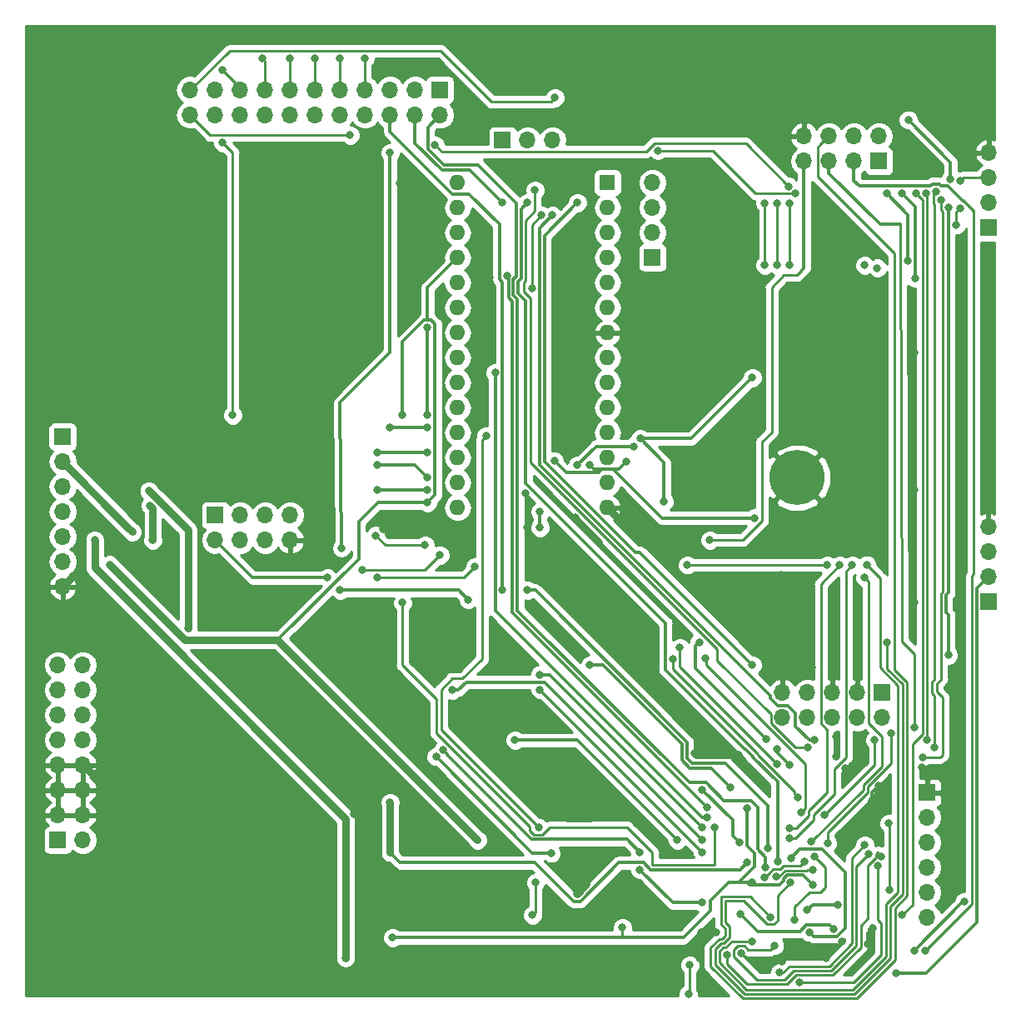
<source format=gbl>
G04 #@! TF.GenerationSoftware,KiCad,Pcbnew,(5.0.1-3-g963ef8bb5)*
G04 #@! TF.CreationDate,2018-11-12T23:42:08-05:00*
G04 #@! TF.ProjectId,EuroSID,4575726F5349442E6B696361645F7063,rev?*
G04 #@! TF.SameCoordinates,Original*
G04 #@! TF.FileFunction,Copper,L2,Bot,Signal*
G04 #@! TF.FilePolarity,Positive*
%FSLAX46Y46*%
G04 Gerber Fmt 4.6, Leading zero omitted, Abs format (unit mm)*
G04 Created by KiCad (PCBNEW (5.0.1-3-g963ef8bb5)) date Monday, November 12, 2018 at 11:42:08 PM*
%MOMM*%
%LPD*%
G01*
G04 APERTURE LIST*
G04 #@! TA.AperFunction,ComponentPad*
%ADD10O,1.700000X1.700000*%
G04 #@! TD*
G04 #@! TA.AperFunction,ComponentPad*
%ADD11R,1.700000X1.700000*%
G04 #@! TD*
G04 #@! TA.AperFunction,ComponentPad*
%ADD12O,1.600000X1.600000*%
G04 #@! TD*
G04 #@! TA.AperFunction,ComponentPad*
%ADD13R,1.600000X1.600000*%
G04 #@! TD*
G04 #@! TA.AperFunction,ComponentPad*
%ADD14C,5.600000*%
G04 #@! TD*
G04 #@! TA.AperFunction,ViaPad*
%ADD15C,0.800000*%
G04 #@! TD*
G04 #@! TA.AperFunction,Conductor*
%ADD16C,0.750000*%
G04 #@! TD*
G04 #@! TA.AperFunction,Conductor*
%ADD17C,0.300000*%
G04 #@! TD*
G04 #@! TA.AperFunction,Conductor*
%ADD18C,0.250000*%
G04 #@! TD*
G04 #@! TA.AperFunction,Conductor*
%ADD19C,0.254000*%
G04 #@! TD*
G04 APERTURE END LIST*
D10*
G04 #@! TO.P,J26,8*
G04 #@! TO.N,GND*
X69140000Y-96010000D03*
G04 #@! TO.P,J26,7*
G04 #@! TO.N,RELEASE*
X69140000Y-93470000D03*
G04 #@! TO.P,J26,6*
G04 #@! TO.N,RESONANCE*
X66600000Y-96010000D03*
G04 #@! TO.P,J26,5*
G04 #@! TO.N,SUSTAIN*
X66600000Y-93470000D03*
G04 #@! TO.P,J26,4*
G04 #@! TO.N,CUTOFF*
X64060000Y-96010000D03*
G04 #@! TO.P,J26,3*
G04 #@! TO.N,DECAY*
X64060000Y-93470000D03*
G04 #@! TO.P,J26,2*
G04 #@! TO.N,PWM*
X61520000Y-96010000D03*
D11*
G04 #@! TO.P,J26,1*
G04 #@! TO.N,ATTACK*
X61520000Y-93470000D03*
G04 #@! TD*
G04 #@! TO.P,J24,1*
G04 #@! TO.N,FREQ_A*
X84370000Y-50260000D03*
D10*
G04 #@! TO.P,J24,2*
G04 #@! TO.N,GATE_3*
X84370000Y-52800000D03*
G04 #@! TO.P,J24,3*
G04 #@! TO.N,FREQ_B*
X81830000Y-50260000D03*
G04 #@! TO.P,J24,4*
G04 #@! TO.N,GATE_2*
X81830000Y-52800000D03*
G04 #@! TO.P,J24,5*
G04 #@! TO.N,FREQ_SW*
X79290000Y-50260000D03*
G04 #@! TO.P,J24,6*
G04 #@! TO.N,GATE_1*
X79290000Y-52800000D03*
G04 #@! TO.P,J24,7*
G04 #@! TO.N,FILTER_SW*
X76750000Y-50260000D03*
G04 #@! TO.P,J24,8*
G04 #@! TO.N,LED_LATCH*
X76750000Y-52800000D03*
G04 #@! TO.P,J24,9*
G04 #@! TO.N,FILTEREXT_SW*
X74210000Y-50260000D03*
G04 #@! TO.P,J24,10*
G04 #@! TO.N,LED_CLK*
X74210000Y-52800000D03*
G04 #@! TO.P,J24,11*
G04 #@! TO.N,FILTER3_SW*
X71670000Y-50260000D03*
G04 #@! TO.P,J24,12*
G04 #@! TO.N,LED_DATA*
X71670000Y-52800000D03*
G04 #@! TO.P,J24,13*
G04 #@! TO.N,FILTER2_SW*
X69130000Y-50260000D03*
G04 #@! TO.P,J24,14*
G04 #@! TO.N,N/C*
X69130000Y-52800000D03*
G04 #@! TO.P,J24,15*
G04 #@! TO.N,FILTER1_SW*
X66590000Y-50260000D03*
G04 #@! TO.P,J24,16*
G04 #@! TO.N,N/C*
X66590000Y-52800000D03*
G04 #@! TO.P,J24,17*
G04 #@! TO.N,MODE_SW*
X64050000Y-50260000D03*
G04 #@! TO.P,J24,18*
G04 #@! TO.N,N/C*
X64050000Y-52800000D03*
G04 #@! TO.P,J24,19*
G04 #@! TO.N,VOICE_SW*
X61510000Y-50260000D03*
G04 #@! TO.P,J24,20*
G04 #@! TO.N,MOD_SW*
X61510000Y-52800000D03*
G04 #@! TO.P,J24,21*
G04 #@! TO.N,SET_SW*
X58970000Y-50260000D03*
G04 #@! TO.P,J24,22*
G04 #@! TO.N,SHAPE_SW*
X58970000Y-52800000D03*
G04 #@! TD*
D12*
G04 #@! TO.P,U8,28*
G04 #@! TO.N,Net-(JP1-Pad2)*
X86158000Y-59688000D03*
G04 #@! TO.P,U8,14*
G04 #@! TO.N,GND*
X101398000Y-92708000D03*
G04 #@! TO.P,U8,27*
G04 #@! TO.N,Net-(C35-Pad2)*
X86158000Y-62228000D03*
G04 #@! TO.P,U8,13*
G04 #@! TO.N,/SID Chip/A4*
X101398000Y-90168000D03*
G04 #@! TO.P,U8,26*
G04 #@! TO.N,Net-(C36-Pad2)*
X86158000Y-64768000D03*
G04 #@! TO.P,U8,12*
G04 #@! TO.N,/SID Chip/A3*
X101398000Y-87628000D03*
G04 #@! TO.P,U8,25*
G04 #@! TO.N,+5V*
X86158000Y-67308000D03*
G04 #@! TO.P,U8,11*
G04 #@! TO.N,/SID Chip/A2*
X101398000Y-85088000D03*
G04 #@! TO.P,U8,24*
G04 #@! TO.N,N/C*
X86158000Y-69848000D03*
G04 #@! TO.P,U8,10*
G04 #@! TO.N,/SID Chip/A1*
X101398000Y-82548000D03*
G04 #@! TO.P,U8,23*
G04 #@! TO.N,N/C*
X86158000Y-72388000D03*
G04 #@! TO.P,U8,9*
G04 #@! TO.N,/SID Chip/A0*
X101398000Y-80008000D03*
G04 #@! TO.P,U8,22*
G04 #@! TO.N,/SID Chip/D7*
X86158000Y-74928000D03*
G04 #@! TO.P,U8,8*
G04 #@! TO.N,SID_CS*
X101398000Y-77468000D03*
G04 #@! TO.P,U8,21*
G04 #@! TO.N,/SID Chip/D6*
X86158000Y-77468000D03*
G04 #@! TO.P,U8,7*
G04 #@! TO.N,GND*
X101398000Y-74928000D03*
G04 #@! TO.P,U8,20*
G04 #@! TO.N,/SID Chip/D5*
X86158000Y-80008000D03*
G04 #@! TO.P,U8,6*
G04 #@! TO.N,Net-(U5-Pad2)*
X101398000Y-72388000D03*
G04 #@! TO.P,U8,19*
G04 #@! TO.N,/SID Chip/D4*
X86158000Y-82548000D03*
G04 #@! TO.P,U8,5*
G04 #@! TO.N,SID_RES*
X101398000Y-69848000D03*
G04 #@! TO.P,U8,18*
G04 #@! TO.N,/SID Chip/D3*
X86158000Y-85088000D03*
G04 #@! TO.P,U8,4*
G04 #@! TO.N,Net-(J14-Pad1)*
X101398000Y-67308000D03*
G04 #@! TO.P,U8,17*
G04 #@! TO.N,/SID Chip/D2*
X86158000Y-87628000D03*
G04 #@! TO.P,U8,3*
G04 #@! TO.N,Net-(J14-Pad2)*
X101398000Y-64768000D03*
G04 #@! TO.P,U8,16*
G04 #@! TO.N,/SID Chip/D1*
X86158000Y-90168000D03*
G04 #@! TO.P,U8,2*
G04 #@! TO.N,Net-(J14-Pad3)*
X101398000Y-62228000D03*
G04 #@! TO.P,U8,15*
G04 #@! TO.N,/SID Chip/D0*
X86158000Y-92708000D03*
D13*
G04 #@! TO.P,U8,1*
G04 #@! TO.N,Net-(J14-Pad4)*
X101398000Y-59688000D03*
G04 #@! TD*
D10*
G04 #@! TO.P,JP1,3*
G04 #@! TO.N,+9V*
X95810000Y-55370000D03*
G04 #@! TO.P,JP1,2*
G04 #@! TO.N,Net-(JP1-Pad2)*
X93270000Y-55370000D03*
D11*
G04 #@! TO.P,JP1,1*
G04 #@! TO.N,+12V*
X90730000Y-55370000D03*
G04 #@! TD*
G04 #@! TO.P,J16,1*
G04 #@! TO.N,GND*
X133910000Y-121664000D03*
D10*
G04 #@! TO.P,J16,2*
G04 #@! TO.N,N/C*
X133910000Y-124204000D03*
G04 #@! TO.P,J16,3*
X133910000Y-126744000D03*
G04 #@! TO.P,J16,4*
G04 #@! TO.N,RX*
X133910000Y-129284000D03*
G04 #@! TO.P,J16,5*
G04 #@! TO.N,TX*
X133910000Y-131824000D03*
G04 #@! TO.P,J16,6*
G04 #@! TO.N,N/C*
X133910000Y-134364000D03*
G04 #@! TD*
D11*
G04 #@! TO.P,J17,1*
G04 #@! TO.N,+3V3*
X129338000Y-111504000D03*
D10*
G04 #@! TO.P,J17,2*
G04 #@! TO.N,SWDIO*
X129338000Y-114044000D03*
G04 #@! TO.P,J17,3*
G04 #@! TO.N,GND*
X126798000Y-111504000D03*
G04 #@! TO.P,J17,4*
G04 #@! TO.N,SWCLK*
X126798000Y-114044000D03*
G04 #@! TO.P,J17,5*
G04 #@! TO.N,GND*
X124258000Y-111504000D03*
G04 #@! TO.P,J17,6*
G04 #@! TO.N,N/C*
X124258000Y-114044000D03*
G04 #@! TO.P,J17,7*
X121718000Y-111504000D03*
G04 #@! TO.P,J17,8*
X121718000Y-114044000D03*
G04 #@! TO.P,J17,9*
G04 #@! TO.N,GND*
X119178000Y-111504000D03*
G04 #@! TO.P,J17,10*
G04 #@! TO.N,RESET*
X119178000Y-114044000D03*
G04 #@! TD*
D11*
G04 #@! TO.P,J19,1*
G04 #@! TO.N,+3.3VA*
X46000000Y-85500000D03*
D10*
G04 #@! TO.P,J19,2*
G04 #@! TO.N,-12V*
X46000000Y-88040000D03*
G04 #@! TO.P,J19,3*
G04 #@! TO.N,-10V_REF*
X46000000Y-90580000D03*
G04 #@! TO.P,J19,4*
G04 #@! TO.N,+12V*
X46000000Y-93120000D03*
G04 #@! TO.P,J19,5*
G04 #@! TO.N,+3V3*
X46000000Y-95660000D03*
G04 #@! TO.P,J19,6*
G04 #@! TO.N,+5V*
X46000000Y-98200000D03*
G04 #@! TO.P,J19,7*
G04 #@! TO.N,GND*
X46000000Y-100740000D03*
G04 #@! TD*
G04 #@! TO.P,J29,4*
G04 #@! TO.N,GND*
X140170000Y-56640000D03*
G04 #@! TO.P,J29,3*
G04 #@! TO.N,SID1_EXT*
X140170000Y-59180000D03*
G04 #@! TO.P,J29,2*
G04 #@! TO.N,SID1_OUT*
X140170000Y-61720000D03*
D11*
G04 #@! TO.P,J29,1*
X140170000Y-64260000D03*
G04 #@! TD*
D14*
G04 #@! TO.P,H1,1*
G04 #@! TO.N,GND*
X120700000Y-89660000D03*
G04 #@! TD*
D11*
G04 #@! TO.P,J14,1*
G04 #@! TO.N,Net-(J14-Pad1)*
X105970000Y-67308000D03*
D10*
G04 #@! TO.P,J14,2*
G04 #@! TO.N,Net-(J14-Pad2)*
X105970000Y-64768000D03*
G04 #@! TO.P,J14,3*
G04 #@! TO.N,Net-(J14-Pad3)*
X105970000Y-62228000D03*
G04 #@! TO.P,J14,4*
G04 #@! TO.N,Net-(J14-Pad4)*
X105970000Y-59688000D03*
G04 #@! TD*
D11*
G04 #@! TO.P,J15,1*
G04 #@! TO.N,Net-(D26-Pad1)*
X45518000Y-126490000D03*
D10*
G04 #@! TO.P,J15,2*
X48058000Y-126490000D03*
G04 #@! TO.P,J15,3*
G04 #@! TO.N,GND*
X45518000Y-123950000D03*
G04 #@! TO.P,J15,4*
X48058000Y-123950000D03*
G04 #@! TO.P,J15,5*
X45518000Y-121410000D03*
G04 #@! TO.P,J15,6*
X48058000Y-121410000D03*
G04 #@! TO.P,J15,7*
X45518000Y-118870000D03*
G04 #@! TO.P,J15,8*
X48058000Y-118870000D03*
G04 #@! TO.P,J15,9*
G04 #@! TO.N,Net-(D25-Pad2)*
X45518000Y-116330000D03*
G04 #@! TO.P,J15,10*
X48058000Y-116330000D03*
G04 #@! TO.P,J15,11*
G04 #@! TO.N,N/C*
X45518000Y-113790000D03*
G04 #@! TO.P,J15,12*
X48058000Y-113790000D03*
G04 #@! TO.P,J15,13*
X45518000Y-111250000D03*
G04 #@! TO.P,J15,14*
X48058000Y-111250000D03*
G04 #@! TO.P,J15,15*
X45518000Y-108710000D03*
G04 #@! TO.P,J15,16*
X48058000Y-108710000D03*
G04 #@! TD*
D11*
G04 #@! TO.P,J25,1*
G04 #@! TO.N,CUTOFF_CV*
X129000000Y-57500000D03*
D10*
G04 #@! TO.P,J25,2*
G04 #@! TO.N,SHAPE_CV*
X129000000Y-54960000D03*
G04 #@! TO.P,J25,3*
G04 #@! TO.N,IN3_CV*
X126460000Y-57500000D03*
G04 #@! TO.P,J25,4*
G04 #@! TO.N,PWM_CV*
X126460000Y-54960000D03*
G04 #@! TO.P,J25,5*
G04 #@! TO.N,IN2_CV*
X123920000Y-57500000D03*
G04 #@! TO.P,J25,6*
G04 #@! TO.N,SET_CV*
X123920000Y-54960000D03*
G04 #@! TO.P,J25,7*
G04 #@! TO.N,IN1_CV*
X121380000Y-57500000D03*
G04 #@! TO.P,J25,8*
G04 #@! TO.N,GND*
X121380000Y-54960000D03*
G04 #@! TD*
D11*
G04 #@! TO.P,J27,1*
G04 #@! TO.N,SET_ATTEN*
X140120000Y-102260000D03*
D10*
G04 #@! TO.P,J27,2*
G04 #@! TO.N,PWM_ATTEN*
X140120000Y-99720000D03*
G04 #@! TO.P,J27,3*
G04 #@! TO.N,FREQ_ATTEN*
X140120000Y-97180000D03*
G04 #@! TO.P,J27,4*
G04 #@! TO.N,GND*
X140120000Y-94640000D03*
G04 #@! TD*
D15*
G04 #@! TO.N,GND*
X107270000Y-139250000D03*
X104520000Y-108500000D03*
X136520000Y-110750000D03*
X98520000Y-64500000D03*
X98020000Y-67750000D03*
X109424400Y-67500000D03*
X132020000Y-56000000D03*
X124270000Y-64250000D03*
X50770000Y-96250000D03*
X48270000Y-92750000D03*
X50020000Y-88500000D03*
X71270000Y-98000000D03*
X72520000Y-95000000D03*
X83770000Y-106500000D03*
X90020000Y-108250000D03*
X95270000Y-104250000D03*
X82020000Y-65750000D03*
X80270000Y-59750000D03*
X80520000Y-70750000D03*
X76770000Y-113000000D03*
X55770000Y-99000000D03*
X115236652Y-90273586D03*
X75636286Y-123874445D03*
X115876000Y-100074000D03*
X110796000Y-100836000D03*
X76760000Y-117600000D03*
X81840000Y-113790000D03*
X119940000Y-103630000D03*
X121210000Y-75690000D03*
X107240000Y-54100000D03*
X112320000Y-49020000D03*
X100890000Y-54100000D03*
X89460000Y-69340000D03*
X69140000Y-56640000D03*
X66600000Y-66800000D03*
X67870000Y-60450000D03*
X51360000Y-52830000D03*
X70410000Y-84580000D03*
X75490000Y-73150000D03*
X69140000Y-76960000D03*
X61520000Y-88390000D03*
X140260000Y-89660000D03*
X140260000Y-82040000D03*
X140260000Y-71880000D03*
X132640000Y-102360000D03*
X132640000Y-90930000D03*
X132640000Y-76960000D03*
X125020000Y-69340000D03*
X121210000Y-79500000D03*
X116130000Y-84580000D03*
X107240000Y-76960000D03*
X97080000Y-75690000D03*
X97080000Y-83310000D03*
X108510000Y-97280000D03*
X103430000Y-103630000D03*
X99620000Y-101090000D03*
X84380000Y-103630000D03*
X100890000Y-137920000D03*
X83110000Y-137920000D03*
X80570000Y-134110000D03*
X83110000Y-126490000D03*
X76760000Y-108710000D03*
X65330000Y-102360000D03*
X58980000Y-118870000D03*
X60250000Y-134110000D03*
X60250000Y-130300000D03*
X109475200Y-71321200D03*
X109424400Y-62634400D03*
X128982400Y-121003600D03*
X127878034Y-137056400D03*
X128378701Y-135475691D03*
X125274000Y-136802400D03*
X112435970Y-135873884D03*
X110935958Y-135837200D03*
X119178350Y-138866969D03*
X120549600Y-137869200D03*
X114961600Y-137970800D03*
X110237200Y-117701600D03*
X114758400Y-117854000D03*
X98291000Y-131951000D03*
X99268187Y-127583878D03*
X97334000Y-124254800D03*
X99670800Y-124305600D03*
X97994400Y-117549200D03*
X95048000Y-118412800D03*
X89663200Y-118348000D03*
X88393200Y-115212400D03*
X53290400Y-119733600D03*
X83872000Y-94740000D03*
X78588800Y-94892400D03*
X104649200Y-95705200D03*
X100483600Y-96213200D03*
X46432400Y-137920000D03*
X123648400Y-138464990D03*
X110745200Y-138478800D03*
X125563414Y-119205710D03*
X124664400Y-118006400D03*
X124613600Y-115974400D03*
X124461200Y-106322400D03*
X124410400Y-108710000D03*
X128322000Y-122527600D03*
X128576000Y-124204000D03*
X127458400Y-116888800D03*
X133351200Y-119073200D03*
X119025600Y-99515200D03*
X122073600Y-102563200D03*
X122226000Y-108913200D03*
X117806400Y-108964000D03*
X115723600Y-106932000D03*
X112726400Y-103325200D03*
X98136458Y-93683542D03*
X93019164Y-91250493D03*
X93270000Y-94740000D03*
G04 #@! TO.N,+5V*
X50770000Y-98500000D03*
X107152163Y-92112163D03*
X88190000Y-126490000D03*
X116130000Y-79500000D03*
X104713570Y-85695113D03*
X83110000Y-92200000D03*
X80570000Y-83310000D03*
G04 #@! TO.N,+3V3*
X74770000Y-138500000D03*
X49270000Y-96000000D03*
X122299642Y-131052605D03*
X115622000Y-123219977D03*
X102922000Y-135380000D03*
X116130000Y-130808000D03*
X79554000Y-136396000D03*
G04 #@! TO.N,+3.3VA*
X58770000Y-105000000D03*
X54770000Y-91000000D03*
X79300000Y-122680000D03*
X115622000Y-128776000D03*
G04 #@! TO.N,RESONANCE*
X84666734Y-117313265D03*
X111050000Y-132840000D03*
X104700000Y-129526000D03*
X104700000Y-127760000D03*
G04 #@! TO.N,PWM*
X87232136Y-102047865D03*
X72950000Y-99820000D03*
X74220000Y-101090000D03*
X99620000Y-108710000D03*
X113899832Y-121100168D03*
G04 #@! TO.N,FREQ_ATTEN*
X124353390Y-135530394D03*
X137647852Y-132767852D03*
X114889183Y-134015021D03*
X132573086Y-137689989D03*
G04 #@! TO.N,CUTOFF*
X95686988Y-127839209D03*
X83959620Y-118020381D03*
G04 #@! TO.N,ATTACK*
X114793086Y-126720012D03*
X111050000Y-121410000D03*
X108510000Y-126490000D03*
X92000000Y-116330000D03*
G04 #@! TO.N,DECAY*
X94529668Y-109685977D03*
X111050000Y-125220000D03*
G04 #@! TO.N,SUSTAIN*
X111050000Y-126490000D03*
X85650000Y-111250000D03*
G04 #@! TO.N,-12V*
X53065931Y-95175942D03*
G04 #@! TO.N,RELEASE*
X111050000Y-127743990D03*
X94540000Y-111185989D03*
G04 #@! TO.N,SID1_EXT*
X136870000Y-64000000D03*
X137235131Y-62261814D03*
X137270000Y-59500000D03*
G04 #@! TO.N,+9V*
X93778000Y-134110000D03*
X94082800Y-130808000D03*
X94438400Y-125220000D03*
X89053600Y-85392800D03*
X93727200Y-70457600D03*
X94692400Y-62990000D03*
G04 #@! TO.N,-10V_REF*
X54880563Y-92489437D03*
X55170000Y-96010000D03*
G04 #@! TO.N,/SID Chip/D7*
X83110000Y-74420000D03*
X83110000Y-83310000D03*
G04 #@! TO.N,SID_LATCH*
X116357088Y-93751182D03*
X96009337Y-87960663D03*
X103296385Y-88028001D03*
X99620000Y-88390000D03*
G04 #@! TO.N,SID_CLK*
X94540000Y-94740000D03*
X94540000Y-93108001D03*
X104065000Y-86485000D03*
X98350000Y-88390000D03*
G04 #@! TO.N,/SID Chip/D0*
X83110000Y-90930000D03*
X78030000Y-90930000D03*
G04 #@! TO.N,/SID Chip/D1*
X83110000Y-89660000D03*
X78030000Y-88390000D03*
G04 #@! TO.N,/SID Chip/D2*
X83110000Y-87120000D03*
X78030000Y-87120000D03*
G04 #@! TO.N,/SID Chip/D3*
X83110000Y-84580000D03*
X79300000Y-84580000D03*
G04 #@! TO.N,SID_CS*
X89979988Y-78992000D03*
X111558000Y-124204000D03*
G04 #@! TO.N,SID_RES*
X91158670Y-69156290D03*
X111558000Y-123188000D03*
G04 #@! TO.N,GATE_3*
X117460785Y-129230499D03*
G04 #@! TO.N,GATE_2*
X118684765Y-128694938D03*
X121667200Y-133551200D03*
X124772505Y-133087496D03*
X93270000Y-61720000D03*
X90730000Y-61720000D03*
G04 #@! TO.N,GATE_1*
X121932990Y-135880405D03*
X117685782Y-127327059D03*
X120028977Y-128299977D03*
X93270000Y-101090000D03*
X90730000Y-101090000D03*
G04 #@! TO.N,PWM_ATTEN*
X130770000Y-140000000D03*
G04 #@! TO.N,FREQ_A*
X109526000Y-98549333D03*
X87928591Y-98718574D03*
X117400000Y-61778009D03*
X117400000Y-68070000D03*
X123750000Y-98550000D03*
X78030000Y-99820000D03*
X80570000Y-102360000D03*
X112320000Y-125220000D03*
G04 #@! TO.N,FREQ_B*
X125020000Y-98550000D03*
X119872703Y-125287305D03*
X118670000Y-61778009D03*
X118670000Y-68070000D03*
G04 #@! TO.N,FREQ_SW*
X119940000Y-61778009D03*
X119939992Y-126299954D03*
X119940000Y-68070000D03*
X126290000Y-98550000D03*
G04 #@! TO.N,FILTER_SW*
X133809197Y-60764506D03*
X76760000Y-47024999D03*
X129993690Y-124808990D03*
X133910000Y-116330000D03*
X130100000Y-131570000D03*
G04 #@! TO.N,LED_LATCH*
X122480000Y-116330000D03*
X95810000Y-62990000D03*
G04 #@! TO.N,FILTEREXT_SW*
X74220000Y-47024999D03*
X120914739Y-140949958D03*
X128897324Y-129083456D03*
G04 #@! TO.N,LED_CLK*
X110724442Y-106378879D03*
X118624627Y-117259147D03*
X117556112Y-116222792D03*
X119940000Y-118870000D03*
X116130000Y-108710000D03*
X98350000Y-61720000D03*
G04 #@! TO.N,FILTER3_SW*
X129238940Y-128120680D03*
X113511589Y-138131160D03*
X71680000Y-47024999D03*
X109611932Y-142143021D03*
X109780000Y-139190000D03*
G04 #@! TO.N,LED_DATA*
X74347000Y-96835500D03*
X118670000Y-118759158D03*
X76506000Y-99058000D03*
X84380000Y-97534000D03*
X108764000Y-106932000D03*
X79300000Y-56640000D03*
G04 #@! TO.N,FILTER2_SW*
X118391437Y-137223786D03*
X69140000Y-47024999D03*
X127974308Y-127908150D03*
G04 #@! TO.N,FILTER1_SW*
X66346000Y-47024999D03*
X118924000Y-139952000D03*
X127560000Y-126998000D03*
G04 #@! TO.N,MODE_SW*
X63298000Y-83310000D03*
X77823368Y-95535935D03*
X120783389Y-122145188D03*
X108038990Y-108098635D03*
X62282000Y-48258000D03*
X62282000Y-55624000D03*
X82856000Y-96518000D03*
G04 #@! TO.N,VOICE_SW*
X132809843Y-60800752D03*
X131370000Y-134110000D03*
G04 #@! TO.N,MOD_SW*
X121748060Y-117061940D03*
X94032000Y-60450000D03*
G04 #@! TO.N,SET_SW*
X135270619Y-61435526D03*
X106519340Y-56434021D03*
X133405764Y-118074678D03*
X120484990Y-60800583D03*
X96064000Y-51052000D03*
X128576000Y-116330000D03*
X123496000Y-123950000D03*
G04 #@! TO.N,SHAPE_SW*
X134788007Y-60559678D03*
X119809895Y-60062852D03*
X75236000Y-54862000D03*
X83872000Y-55878000D03*
X134672000Y-117092000D03*
G04 #@! TO.N,CUTOFF_CV*
X131919990Y-67600000D03*
X129770000Y-60800000D03*
X116076412Y-136790349D03*
X127740011Y-98507817D03*
X127560000Y-68070000D03*
G04 #@! TO.N,SHAPE_CV*
X131370000Y-60800000D03*
X132670000Y-69400000D03*
X128830000Y-68350010D03*
X122110590Y-126666388D03*
X121421661Y-128696972D03*
X127560000Y-99820000D03*
X117400000Y-130300000D03*
G04 #@! TO.N,IN3_CV*
X133715512Y-137725512D03*
G04 #@! TO.N,PWM_CV*
X129825001Y-106374231D03*
X136070000Y-107700000D03*
X136070000Y-62200000D03*
X136270000Y-59300000D03*
X131970000Y-53300000D03*
X120016836Y-130806358D03*
G04 #@! TO.N,IN2_CV*
X130213387Y-115604990D03*
X118567640Y-130207962D03*
X123779893Y-126821229D03*
X122279926Y-129552593D03*
X132640000Y-115060000D03*
G04 #@! TO.N,SET_CV*
X117976412Y-134304263D03*
G04 #@! TO.N,IN1_CV*
X120443995Y-134562665D03*
X111812000Y-96010000D03*
X111354800Y-107998800D03*
X121108400Y-123645200D03*
X122480000Y-128166400D03*
G04 #@! TD*
D16*
G04 #@! TO.N,GND*
X97130800Y-118412800D02*
X97994400Y-117549200D01*
D17*
X123648400Y-138428000D02*
X125274000Y-136802400D01*
D18*
X133910000Y-119632000D02*
X133910000Y-121664000D01*
D17*
X114961600Y-137970800D02*
X115857769Y-138866969D01*
D18*
X128576000Y-122781600D02*
X128322000Y-122527600D01*
D17*
X109424400Y-67500000D02*
X109424400Y-71270400D01*
X93270000Y-94740000D02*
X93270000Y-91501329D01*
D18*
X124410400Y-106373200D02*
X124461200Y-106322400D01*
X124410400Y-108710000D02*
X124410400Y-106373200D01*
D16*
X46000000Y-100740000D02*
X47770000Y-98970000D01*
D18*
X119580329Y-138464990D02*
X119178350Y-138866969D01*
D16*
X99268187Y-127583878D02*
X99268187Y-130973813D01*
X78588800Y-94892400D02*
X83719600Y-94892400D01*
D18*
X127058401Y-117710723D02*
X125563414Y-119205710D01*
D17*
X128378701Y-135475691D02*
X127878034Y-135976358D01*
D16*
X97384800Y-124305600D02*
X97334000Y-124254800D01*
D17*
X120176119Y-137869200D02*
X119178350Y-138866969D01*
D16*
X49770000Y-94000000D02*
X54770000Y-99000000D01*
X114758400Y-117854000D02*
X110389600Y-117854000D01*
X95048000Y-118412800D02*
X97130800Y-118412800D01*
X88393200Y-117078000D02*
X89663200Y-118348000D01*
X98136458Y-93683542D02*
X98136458Y-93866058D01*
D17*
X115857769Y-138866969D02*
X119178350Y-138866969D01*
D18*
X123648400Y-138464990D02*
X119580329Y-138464990D01*
D16*
X53290400Y-119733600D02*
X48921600Y-119733600D01*
D17*
X127878034Y-135976358D02*
X127878034Y-137056400D01*
D16*
X98136458Y-93866058D02*
X100483600Y-96213200D01*
X47770000Y-95000000D02*
X48770000Y-94000000D01*
X76770000Y-113000000D02*
X76770000Y-108720000D01*
X48770000Y-94000000D02*
X49770000Y-94000000D01*
D17*
X93270000Y-91501329D02*
X93019164Y-91250493D01*
D18*
X124613600Y-115974400D02*
X124613600Y-117955600D01*
D16*
X110389600Y-117854000D02*
X110237200Y-117701600D01*
D17*
X128322000Y-122527600D02*
X128322000Y-121664000D01*
D16*
X88393200Y-115212400D02*
X88393200Y-117078000D01*
D18*
X127058401Y-117288799D02*
X127058401Y-117710723D01*
D17*
X109424400Y-71270400D02*
X109475200Y-71321200D01*
D16*
X54770000Y-99000000D02*
X55770000Y-99000000D01*
X99670800Y-124305600D02*
X97384800Y-124305600D01*
X76770000Y-108720000D02*
X76760000Y-108710000D01*
D17*
X123648400Y-138464990D02*
X123648400Y-138428000D01*
D16*
X99268187Y-130973813D02*
X98291000Y-131951000D01*
D17*
X120549600Y-137869200D02*
X120176119Y-137869200D01*
D16*
X47770000Y-98970000D02*
X47770000Y-95000000D01*
X83719600Y-94892400D02*
X83872000Y-94740000D01*
D18*
X110745200Y-138478800D02*
X110745200Y-136027958D01*
X110745200Y-136027958D02*
X110935958Y-135837200D01*
X110972642Y-135873884D02*
X110935958Y-135837200D01*
D16*
X104649200Y-95705200D02*
X104395200Y-95705200D01*
D17*
X128322000Y-121664000D02*
X128982400Y-121003600D01*
D18*
X124613600Y-117955600D02*
X124664400Y-118006400D01*
X112435970Y-135873884D02*
X110972642Y-135873884D01*
X128576000Y-124204000D02*
X128576000Y-122781600D01*
X127458400Y-116888800D02*
X127058401Y-117288799D01*
X133351200Y-119073200D02*
X133910000Y-119632000D01*
D16*
X104395200Y-95705200D02*
X101398000Y-92708000D01*
X48921600Y-119733600D02*
X48058000Y-118870000D01*
D17*
X109424400Y-62634400D02*
X109424400Y-67500000D01*
G04 #@! TO.N,+5V*
X80570000Y-83310000D02*
X80570000Y-75849998D01*
D16*
X58440000Y-106170000D02*
X67870000Y-106170000D01*
D17*
X116130000Y-79500000D02*
X109934887Y-85695113D01*
X82749999Y-73669999D02*
X83110000Y-73669999D01*
X104713570Y-85695113D02*
X107152163Y-88133706D01*
X83470001Y-73669999D02*
X83860001Y-74059999D01*
X83110000Y-73669999D02*
X83470001Y-73669999D01*
X107152163Y-88133706D02*
X107152163Y-92112163D01*
X83860001Y-74059999D02*
X83860001Y-91449999D01*
D16*
X50770000Y-98500000D02*
X58440000Y-106170000D01*
X88190000Y-126490000D02*
X67870000Y-106170000D01*
D17*
X83860001Y-91449999D02*
X83110000Y-92200000D01*
X83110000Y-73669999D02*
X83110000Y-70356000D01*
X76111599Y-97928401D02*
X67870000Y-106170000D01*
X76111599Y-94125999D02*
X76111599Y-97928401D01*
X80570000Y-75849998D02*
X82749999Y-73669999D01*
X83110000Y-70356000D02*
X86158000Y-67308000D01*
X83110000Y-92200000D02*
X78037598Y-92200000D01*
X109934887Y-85695113D02*
X104713570Y-85695113D01*
X78037598Y-92200000D02*
X76111599Y-94125999D01*
G04 #@! TO.N,+3V3*
X111844991Y-133663011D02*
X111844991Y-132643243D01*
X113680234Y-130808000D02*
X114700002Y-130808000D01*
X115622000Y-130808000D02*
X115864001Y-131050001D01*
X121284287Y-130037250D02*
X122299642Y-131052605D01*
X102922000Y-136396000D02*
X109112002Y-136396000D01*
D16*
X49270000Y-96000000D02*
X49270000Y-98821876D01*
D17*
X118847022Y-131050001D02*
X119285949Y-130611074D01*
X111844991Y-132643243D02*
X113680234Y-130808000D01*
X114700002Y-130808000D02*
X115622000Y-130808000D01*
X115622000Y-127082919D02*
X115622000Y-123219977D01*
X115864001Y-131050001D02*
X118847022Y-131050001D01*
X119285949Y-130611074D02*
X119285949Y-130427250D01*
X116372001Y-129136001D02*
X116372001Y-127832920D01*
X79554000Y-136396000D02*
X102922000Y-136396000D01*
X119285949Y-130427250D02*
X119675949Y-130037250D01*
X119675949Y-130037250D02*
X121284287Y-130037250D01*
D16*
X49270000Y-98821876D02*
X74770000Y-124321876D01*
X74770000Y-124321876D02*
X74770000Y-138500000D01*
D17*
X109112002Y-136396000D02*
X111844991Y-133663011D01*
X115622000Y-130808000D02*
X116130000Y-130808000D01*
X114700002Y-130808000D02*
X116372001Y-129136001D01*
X116372001Y-127832920D02*
X115622000Y-127082919D01*
D18*
X102922000Y-135380000D02*
X102922000Y-136396000D01*
D17*
G04 #@! TO.N,+3.3VA*
X97930998Y-132701002D02*
X94005996Y-128776000D01*
D16*
X79300000Y-127760000D02*
X79300000Y-122680000D01*
D17*
X115622000Y-128776000D02*
X114892989Y-129505011D01*
D16*
X54770000Y-91000000D02*
X58770000Y-95000000D01*
X58770000Y-95000000D02*
X58770000Y-105000000D01*
D17*
X105044234Y-128776000D02*
X102576004Y-128776000D01*
X102576004Y-128776000D02*
X98651002Y-132701002D01*
X80316000Y-128776000D02*
X79300000Y-127760000D01*
X94005996Y-128776000D02*
X80316000Y-128776000D01*
X98651002Y-132701002D02*
X97930998Y-132701002D01*
X114892989Y-129505011D02*
X105773245Y-129505011D01*
X105773245Y-129505011D02*
X105044234Y-128776000D01*
G04 #@! TO.N,RESONANCE*
X93690443Y-126420013D02*
X85066733Y-117796303D01*
X104700000Y-127760000D02*
X103360013Y-126420013D01*
X85066733Y-117796303D02*
X85066733Y-117713264D01*
X108014000Y-132840000D02*
X111050000Y-132840000D01*
X85066733Y-117713264D02*
X84666734Y-117313265D01*
X103360013Y-126420013D02*
X93690443Y-126420013D01*
X104700000Y-129526000D02*
X108014000Y-132840000D01*
G04 #@! TO.N,PWM*
X113899832Y-121100168D02*
X111954477Y-119154813D01*
X100943979Y-108710000D02*
X99620000Y-108710000D01*
X65330000Y-99820000D02*
X61520000Y-96010000D01*
X109771687Y-119154813D02*
X108987187Y-118370313D01*
X86274271Y-101090000D02*
X87232136Y-102047865D01*
X111954477Y-119154813D02*
X109771687Y-119154813D01*
X108987187Y-118370313D02*
X108987187Y-116753208D01*
X72950000Y-99820000D02*
X65330000Y-99820000D01*
X108987187Y-116753208D02*
X100943979Y-108710000D01*
X74220000Y-101090000D02*
X86274271Y-101090000D01*
G04 #@! TO.N,FREQ_ATTEN*
X120965596Y-135768901D02*
X121604102Y-135130395D01*
X137495223Y-132767852D02*
X137647852Y-132767852D01*
X123953391Y-135130395D02*
X124353390Y-135530394D01*
X132573086Y-137689989D02*
X137495223Y-132767852D01*
X121604102Y-135130395D02*
X123953391Y-135130395D01*
X116643063Y-135768901D02*
X120965596Y-135768901D01*
X114889183Y-134015021D02*
X116643063Y-135768901D01*
G04 #@! TO.N,CUTOFF*
X93778448Y-127839209D02*
X95686988Y-127839209D01*
X83959620Y-118020381D02*
X93778448Y-127839209D01*
G04 #@! TO.N,ATTACK*
X111050000Y-121410000D02*
X114109999Y-124469999D01*
X98350000Y-116330000D02*
X108510000Y-126490000D01*
X114109999Y-126036925D02*
X114793086Y-126720012D01*
X92000000Y-116330000D02*
X98350000Y-116330000D01*
X114109999Y-124469999D02*
X114109999Y-126036925D01*
G04 #@! TO.N,DECAY*
X111050000Y-125220000D02*
X95515977Y-109685977D01*
X95515977Y-109685977D02*
X94529668Y-109685977D01*
G04 #@! TO.N,SUSTAIN*
X87029698Y-110435987D02*
X94995987Y-110435987D01*
X86215685Y-111250000D02*
X87029698Y-110435987D01*
X94995987Y-110435987D02*
X111050000Y-126490000D01*
X85650000Y-111250000D02*
X86215685Y-111250000D01*
D16*
G04 #@! TO.N,-12V*
X52630000Y-94740011D02*
X53065931Y-95175942D01*
X46000000Y-88040000D02*
X52630000Y-94740011D01*
D17*
G04 #@! TO.N,RELEASE*
X94540000Y-111185989D02*
X111050000Y-127695989D01*
X111050000Y-127695989D02*
X111050000Y-127743990D01*
D18*
G04 #@! TO.N,SID1_EXT*
X136870000Y-62626945D02*
X137235131Y-62261814D01*
X140260000Y-59180000D02*
X137590000Y-59180000D01*
X136870000Y-64000000D02*
X136870000Y-62626945D01*
X137590000Y-59180000D02*
X137270000Y-59500000D01*
G04 #@! TO.N,+9V*
X85599200Y-110081600D02*
X84481600Y-111199200D01*
X84481600Y-111199200D02*
X84481600Y-115263200D01*
X89053600Y-85392800D02*
X88653601Y-85792799D01*
X88653601Y-85792799D02*
X88653601Y-108093999D01*
X94082800Y-130808000D02*
X94082800Y-133805200D01*
X94692400Y-62990000D02*
X93727200Y-63955200D01*
X88653601Y-108093999D02*
X86666000Y-110081600D01*
X84481600Y-115263200D02*
X94438400Y-125220000D01*
X94082800Y-133805200D02*
X93778000Y-134110000D01*
X86666000Y-110081600D02*
X85599200Y-110081600D01*
X93727200Y-63955200D02*
X93727200Y-70457600D01*
D16*
G04 #@! TO.N,-10V_REF*
X55170000Y-96010000D02*
X55170000Y-92778874D01*
X55170000Y-92778874D02*
X54880563Y-92489437D01*
D17*
G04 #@! TO.N,/SID Chip/D7*
X83110000Y-83310000D02*
X83110000Y-74420000D01*
G04 #@! TO.N,SID_LATCH*
X106923182Y-93751182D02*
X116357088Y-93751182D01*
X101950001Y-88778001D02*
X106923182Y-93751182D01*
X100483999Y-89140001D02*
X100845999Y-88778001D01*
X99620000Y-88390000D02*
X100019999Y-88789999D01*
X96009337Y-87960663D02*
X97188675Y-89140001D01*
X97188675Y-89140001D02*
X100483999Y-89140001D01*
X100845999Y-88778001D02*
X101950001Y-88778001D01*
X102534387Y-88789999D02*
X103296385Y-88028001D01*
X100019999Y-88789999D02*
X102534387Y-88789999D01*
G04 #@! TO.N,SID_CLK*
X102787999Y-86477999D02*
X100262001Y-86477999D01*
X104065000Y-86485000D02*
X102787999Y-86477999D01*
X94540000Y-93108001D02*
X94540000Y-94740000D01*
X100262001Y-86477999D02*
X98350000Y-88390000D01*
G04 #@! TO.N,/SID Chip/D0*
X78030000Y-90930000D02*
X83110000Y-90930000D01*
G04 #@! TO.N,/SID Chip/D1*
X78030000Y-88390000D02*
X81840000Y-88390000D01*
X81840000Y-88390000D02*
X83110000Y-89660000D01*
G04 #@! TO.N,/SID Chip/D2*
X78030000Y-87120000D02*
X83110000Y-87120000D01*
G04 #@! TO.N,/SID Chip/D3*
X79300000Y-84580000D02*
X83110000Y-84580000D01*
G04 #@! TO.N,SID_CS*
X111558000Y-124204000D02*
X110992315Y-124204000D01*
X89979988Y-103191673D02*
X89979988Y-78992000D01*
X110992315Y-124204000D02*
X89979988Y-103191673D01*
G04 #@! TO.N,SID_RES*
X91323966Y-71314980D02*
X91323966Y-69321586D01*
X91746000Y-71737014D02*
X91323966Y-71314980D01*
X91746000Y-103376000D02*
X91746000Y-71737014D01*
X111558000Y-123188000D02*
X91746000Y-103376000D01*
X91323966Y-69321586D02*
X91158670Y-69156290D01*
G04 #@! TO.N,GATE_3*
X91823976Y-71107868D02*
X92246011Y-71529903D01*
X115982002Y-122469975D02*
X116649998Y-123137971D01*
X83121998Y-56238002D02*
X84761007Y-57877011D01*
X111410001Y-120659999D02*
X113219977Y-122469975D01*
X91823976Y-69502532D02*
X91823976Y-71107868D01*
X84761007Y-57877011D02*
X88224930Y-57877011D01*
X88224930Y-57877011D02*
X92098967Y-61751048D01*
X116649998Y-127403795D02*
X117460785Y-128214582D01*
X92098967Y-69227541D02*
X91823976Y-69502532D01*
X92246011Y-71529903D02*
X92246011Y-103168891D01*
X83121998Y-54088002D02*
X83121998Y-56238002D01*
X116649998Y-123137971D02*
X116649998Y-127403795D01*
X92098967Y-61751048D02*
X92098967Y-69227541D01*
X117460785Y-128214582D02*
X117460785Y-129230499D01*
X113219977Y-122469975D02*
X115982002Y-122469975D01*
X84380000Y-52830000D02*
X83121998Y-54088002D01*
X92246011Y-103168891D02*
X109737119Y-120659999D01*
X109737119Y-120659999D02*
X111410001Y-120659999D01*
G04 #@! TO.N,GATE_2*
X122232504Y-133087496D02*
X124772505Y-133087496D01*
X115334510Y-117222276D02*
X115445279Y-117222276D01*
X92323987Y-69709643D02*
X92323987Y-70900757D01*
X81840000Y-52830000D02*
X81840000Y-55663126D01*
X92323987Y-70900757D02*
X93089968Y-71666738D01*
X92598978Y-62391022D02*
X92598978Y-69434652D01*
X116182378Y-117959375D02*
X116182378Y-118070144D01*
X115445279Y-117222276D02*
X116182378Y-117959375D01*
X121667200Y-133551200D02*
X122232504Y-133087496D01*
X107288988Y-104459641D02*
X107288988Y-109176754D01*
X107288988Y-109176754D02*
X115334510Y-117222276D01*
X92598978Y-69434652D02*
X92323987Y-69709643D01*
X93089968Y-71666738D02*
X93089968Y-90260621D01*
X87387022Y-58377022D02*
X90730000Y-61720000D01*
X93270000Y-61720000D02*
X92598978Y-62391022D01*
X93089968Y-90260621D02*
X107288988Y-104459641D01*
X81840000Y-55663126D02*
X84553896Y-58377022D01*
X84553896Y-58377022D02*
X87387022Y-58377022D01*
X118684765Y-120572531D02*
X118684765Y-128694938D01*
X116182378Y-118070144D02*
X118684765Y-120572531D01*
G04 #@! TO.N,GATE_1*
X90408669Y-63938669D02*
X90408669Y-69516291D01*
X124685992Y-136280404D02*
X122332989Y-136280404D01*
X113374802Y-118654802D02*
X117685782Y-122965782D01*
X79300000Y-54532002D02*
X85605999Y-60838001D01*
X85605999Y-60838001D02*
X87308001Y-60838001D01*
X79300000Y-52830000D02*
X79300000Y-54532002D01*
X125560989Y-135405407D02*
X124685992Y-136280404D01*
X122332989Y-136280404D02*
X121932990Y-135880405D01*
X120028977Y-128299977D02*
X120912556Y-127416398D01*
X90730000Y-69837622D02*
X90730000Y-101090000D01*
X94039596Y-101090000D02*
X109487198Y-116537602D01*
X87308001Y-60838001D02*
X90408669Y-63938669D01*
X93270000Y-101090000D02*
X94039596Y-101090000D01*
X109487198Y-116537602D02*
X109487198Y-118163202D01*
X109487198Y-118163202D02*
X109978798Y-118654802D01*
X90408669Y-69516291D02*
X90730000Y-69837622D01*
X117685782Y-122965782D02*
X117685782Y-127327059D01*
X123195602Y-127416398D02*
X125560989Y-129781785D01*
X109978798Y-118654802D02*
X113374802Y-118654802D01*
X125560989Y-129781785D02*
X125560989Y-135405407D01*
X120912556Y-127416398D02*
X123195602Y-127416398D01*
G04 #@! TO.N,PWM_ATTEN*
X138919999Y-134850001D02*
X133770000Y-140000000D01*
X140120000Y-99720000D02*
X138919999Y-100920001D01*
X133770000Y-140000000D02*
X130770000Y-140000000D01*
X138919999Y-100920001D02*
X138919999Y-134850001D01*
D18*
G04 #@! TO.N,FREQ_A*
X86827165Y-99820000D02*
X87928591Y-98718574D01*
X112320000Y-129030000D02*
X105970000Y-129030000D01*
X84031589Y-112171589D02*
X80570000Y-108710000D01*
X93459398Y-125517202D02*
X93459398Y-125080609D01*
X109526000Y-98549333D02*
X116130000Y-98550000D01*
X117400000Y-68070000D02*
X117400000Y-61778009D01*
X116130000Y-98550000D02*
X123750000Y-98550000D01*
X84031589Y-115652800D02*
X84031589Y-112171589D01*
X93887198Y-125945002D02*
X93459398Y-125517202D01*
X80570000Y-108710000D02*
X80570000Y-102360000D01*
X105970000Y-127760000D02*
X103430000Y-125220000D01*
X103430000Y-125220000D02*
X95511404Y-125220000D01*
X112320000Y-125220000D02*
X112320000Y-129030000D01*
X95511404Y-125220000D02*
X94786402Y-125945002D01*
X94786402Y-125945002D02*
X93887198Y-125945002D01*
X105970000Y-129030000D02*
X105970000Y-127760000D01*
X93459398Y-125080609D02*
X84031589Y-115652800D01*
X78030000Y-99820000D02*
X86827165Y-99820000D01*
G04 #@! TO.N,FREQ_B*
X118670000Y-68070000D02*
X118670000Y-61778009D01*
X120590097Y-125287305D02*
X119872703Y-125287305D01*
X125020000Y-98550000D02*
X123082999Y-100487001D01*
X123750000Y-115275002D02*
X123750000Y-121640010D01*
X123082999Y-100487001D02*
X123082999Y-114608001D01*
X123082999Y-114608001D02*
X123750000Y-115275002D01*
X123750000Y-121640010D02*
X121884201Y-123505809D01*
X121884201Y-123505809D02*
X121884201Y-123993201D01*
X121884201Y-123993201D02*
X120590097Y-125287305D01*
G04 #@! TO.N,FREQ_SW*
X122334212Y-123905734D02*
X122334212Y-124471419D01*
X125622999Y-99217001D02*
X125622999Y-118120805D01*
X124447398Y-119296406D02*
X124447398Y-121792548D01*
X124447398Y-121792548D02*
X122334212Y-123905734D01*
X126290000Y-98550000D02*
X125622999Y-99217001D01*
X120505677Y-126299954D02*
X119939992Y-126299954D01*
X119940000Y-68070000D02*
X119940000Y-61778009D01*
X122334212Y-124471419D02*
X120505677Y-126299954D01*
X125622999Y-118120805D02*
X124447398Y-119296406D01*
G04 #@! TO.N,FILTER_SW*
X133910000Y-116330000D02*
X133910000Y-60865309D01*
X130100000Y-124915300D02*
X129993690Y-124808990D01*
X76760000Y-50290000D02*
X76760000Y-47024999D01*
X133910000Y-60865309D02*
X133809197Y-60764506D01*
X130100000Y-131570000D02*
X130100000Y-124915300D01*
D17*
G04 #@! TO.N,LED_LATCH*
X94477202Y-88327202D02*
X117977999Y-111827999D01*
X121914315Y-116330000D02*
X122480000Y-116330000D01*
X118741997Y-112843999D02*
X119754001Y-112843999D01*
X117977999Y-112080001D02*
X118741997Y-112843999D01*
X94477202Y-64322798D02*
X94477202Y-88327202D01*
X120517999Y-113607997D02*
X120517999Y-114933684D01*
X120517999Y-114933684D02*
X121914315Y-116330000D01*
X119754001Y-112843999D02*
X120517999Y-113607997D01*
X95810000Y-62990000D02*
X94477202Y-64322798D01*
X117977999Y-111827999D02*
X117977999Y-112080001D01*
D18*
G04 #@! TO.N,FILTEREXT_SW*
X129199401Y-134930399D02*
X129199401Y-138187009D01*
X74220000Y-50290000D02*
X74220000Y-47024999D01*
X128897324Y-129083456D02*
X128897324Y-134628322D01*
X126436452Y-140949958D02*
X120914739Y-140949958D01*
X128897324Y-134628322D02*
X129199401Y-134930399D01*
X129199401Y-138187009D02*
X126436452Y-140949958D01*
D17*
G04 #@! TO.N,LED_CLK*
X104267998Y-97280000D02*
X104700000Y-97280000D01*
X110324443Y-106778878D02*
X110724442Y-106378879D01*
X104700000Y-97280000D02*
X116130000Y-108710000D01*
X110324443Y-108991123D02*
X110324443Y-106778878D01*
X118624627Y-117554627D02*
X118624627Y-117259147D01*
X94977212Y-65092788D02*
X94977212Y-87989214D01*
X98350000Y-61720000D02*
X94977212Y-65092788D01*
X119940000Y-118870000D02*
X118624627Y-117554627D01*
X94977212Y-87989214D02*
X104267998Y-97280000D01*
X117556112Y-116222792D02*
X110324443Y-108991123D01*
D18*
G04 #@! TO.N,FILTER3_SW*
X127153024Y-137370802D02*
X124298934Y-140224892D01*
X128887923Y-127748928D02*
X128699310Y-127937541D01*
X128699310Y-127937541D02*
X128699310Y-128256152D01*
X127864012Y-129091450D02*
X127864012Y-134460186D01*
X113511589Y-139043007D02*
X113511589Y-138131160D01*
X71680000Y-50290000D02*
X71680000Y-47024999D01*
X109780000Y-141974953D02*
X109611932Y-142143021D01*
X115596498Y-141127916D02*
X113511589Y-139043007D01*
X109780000Y-139190000D02*
X109780000Y-141974953D01*
X129238940Y-128120680D02*
X128887923Y-127748928D01*
X128699310Y-128256152D02*
X127864012Y-129091450D01*
X120566803Y-140224892D02*
X119663779Y-141127916D01*
X119663779Y-141127916D02*
X115596498Y-141127916D01*
X124298934Y-140224892D02*
X120566803Y-140224892D01*
X127864012Y-134460186D02*
X127153024Y-135171174D01*
X127153024Y-135171174D02*
X127153024Y-137370802D01*
D17*
G04 #@! TO.N,LED_DATA*
X74220000Y-82040000D02*
X79300000Y-76960000D01*
D18*
X108764000Y-106932000D02*
X108764000Y-108853158D01*
X82856000Y-99058000D02*
X76506000Y-99058000D01*
D17*
X74347000Y-96835500D02*
X74220000Y-82040000D01*
X79300000Y-76960000D02*
X79300000Y-56640000D01*
D18*
X84380000Y-97534000D02*
X82856000Y-99058000D01*
X108764000Y-108853158D02*
X118670000Y-118759158D01*
G04 #@! TO.N,FILTER2_SW*
X69140000Y-50290000D02*
X69140000Y-47024999D01*
X117991438Y-137623785D02*
X118391437Y-137223786D01*
X126703013Y-137184402D02*
X124112534Y-139774881D01*
X115687587Y-137623785D02*
X117991438Y-137623785D01*
X119399508Y-140677905D02*
X116595703Y-140677905D01*
X115309601Y-137245799D02*
X115687587Y-137623785D01*
X114236599Y-138318801D02*
X114236599Y-137622799D01*
X126703013Y-129179445D02*
X126703013Y-137184402D01*
X114613599Y-137245799D02*
X115309601Y-137245799D01*
X127974308Y-127908150D02*
X126703013Y-129179445D01*
X116595703Y-140677905D02*
X114236599Y-138318801D01*
X124112534Y-139774881D02*
X120302532Y-139774881D01*
X114236599Y-137622799D02*
X114613599Y-137245799D01*
X120302532Y-139774881D02*
X119399508Y-140677905D01*
G04 #@! TO.N,FILTER1_SW*
X66600000Y-50290000D02*
X66600000Y-47278999D01*
X66600000Y-47278999D02*
X66346000Y-47024999D01*
X127560000Y-126998000D02*
X126253002Y-128304998D01*
X123945603Y-139305401D02*
X119879138Y-139305401D01*
X126253002Y-128304998D02*
X126253002Y-136998002D01*
X119879138Y-139305401D02*
X119232539Y-139952000D01*
X126253002Y-136998002D02*
X123945603Y-139305401D01*
X119232539Y-139952000D02*
X118924000Y-139952000D01*
G04 #@! TO.N,MODE_SW*
X108038990Y-108098635D02*
X108038990Y-109144221D01*
X63298000Y-56640000D02*
X62282000Y-55624000D01*
X120383390Y-121745189D02*
X120783389Y-122145188D01*
X108038990Y-109144221D02*
X116657389Y-117762620D01*
X78805433Y-96518000D02*
X77823368Y-95535935D01*
X64060000Y-50036000D02*
X64060000Y-50290000D01*
X63298000Y-83310000D02*
X63298000Y-56640000D01*
X120383390Y-121586388D02*
X120383390Y-121745189D01*
X116657389Y-117762620D02*
X116657389Y-117860387D01*
X82856000Y-96518000D02*
X78805433Y-96518000D01*
X116657389Y-117860387D02*
X120383390Y-121586388D01*
X62282000Y-48258000D02*
X64060000Y-50036000D01*
G04 #@! TO.N,VOICE_SW*
X132422999Y-133057001D02*
X132422999Y-116736999D01*
X131370000Y-134110000D02*
X132422999Y-133057001D01*
X133459989Y-115700009D02*
X133459989Y-61450898D01*
X133459989Y-61450898D02*
X132809843Y-60800752D01*
X132422999Y-116736999D02*
X133459989Y-115700009D01*
G04 #@! TO.N,MOD_SW*
X93564979Y-71469983D02*
X93564979Y-88086743D01*
X93564979Y-88086743D02*
X112529013Y-107050777D01*
X94032000Y-62577398D02*
X93073989Y-63535409D01*
X120456938Y-117061940D02*
X121748060Y-117061940D01*
X93073989Y-63535409D02*
X93073989Y-69631407D01*
X112529013Y-108231803D02*
X118002999Y-113705789D01*
X93073989Y-69631407D02*
X92849798Y-69855598D01*
X92849798Y-69855598D02*
X92849798Y-70754802D01*
X94032000Y-60450000D02*
X94032000Y-62577398D01*
X112529013Y-107050777D02*
X112529013Y-108231803D01*
X92849798Y-70754802D02*
X93564979Y-71469983D01*
X118002999Y-113705789D02*
X118002999Y-114608001D01*
X118002999Y-114608001D02*
X120456938Y-117061940D01*
G04 #@! TO.N,SET_SW*
X134844980Y-111383157D02*
X134844980Y-110616843D01*
X120484990Y-60800583D02*
X116456593Y-60800583D01*
X84453989Y-46299989D02*
X62970011Y-46299989D01*
X128576000Y-118870000D02*
X128576000Y-116330000D01*
X135270619Y-62473621D02*
X135270619Y-61435526D01*
X62970011Y-46299989D02*
X58980000Y-50290000D01*
X95650999Y-51465001D02*
X89619001Y-51465001D01*
X123496000Y-123950000D02*
X128576000Y-118870000D01*
X96064000Y-51052000D02*
X95650999Y-51465001D01*
X135444999Y-111983176D02*
X134844980Y-111383157D01*
X135444999Y-117843001D02*
X135444999Y-111983176D01*
X133405764Y-118074678D02*
X135213322Y-118074678D01*
X135344969Y-101409733D02*
X135444999Y-101309703D01*
X89619001Y-51465001D02*
X84453989Y-46299989D01*
X135444999Y-62648001D02*
X135270619Y-62473621D01*
X134844980Y-110616843D02*
X135344969Y-110116854D01*
X116456593Y-60800583D02*
X112090031Y-56434021D01*
X135344969Y-110116854D02*
X135344969Y-101409733D01*
X135213322Y-118074678D02*
X135444999Y-117843001D01*
X135444999Y-101309703D02*
X135444999Y-62648001D01*
X112090031Y-56434021D02*
X106519340Y-56434021D01*
G04 #@! TO.N,SHAPE_SW*
X134672000Y-110153413D02*
X134672000Y-61909911D01*
X84555588Y-56561588D02*
X105318769Y-56561588D01*
X134394969Y-111569557D02*
X134394969Y-110430443D01*
X134672000Y-61909911D02*
X134545617Y-61783528D01*
X134672000Y-111846588D02*
X134394969Y-111569557D01*
X134545617Y-61783528D02*
X134545617Y-60802068D01*
X134672000Y-117092000D02*
X134672000Y-111846588D01*
X134545617Y-60802068D02*
X134788007Y-60559678D01*
X134394969Y-110430443D02*
X134672000Y-110153413D01*
X61012000Y-54862000D02*
X58980000Y-52830000D01*
X75236000Y-54862000D02*
X61012000Y-54862000D01*
X83872000Y-55878000D02*
X84555588Y-56561588D01*
X115456062Y-55709019D02*
X119809895Y-60062852D01*
X105318769Y-56561588D02*
X106171338Y-55709019D01*
X106171338Y-55709019D02*
X115456062Y-55709019D01*
D17*
G04 #@! TO.N,CUTOFF_CV*
X129770000Y-60800000D02*
X131919990Y-62949990D01*
X131919990Y-62949990D02*
X131919990Y-67600000D01*
D18*
X113401667Y-137406159D02*
X114017477Y-136790349D01*
X112786588Y-137783159D02*
X113163588Y-137406159D01*
X114017477Y-136790349D02*
X116076412Y-136790349D01*
X130938389Y-110819387D02*
X130938389Y-131804613D01*
X129099999Y-108980997D02*
X130938389Y-110819387D01*
X129730020Y-138292802D02*
X126347850Y-141674968D01*
X126347850Y-141674968D02*
X115507142Y-141674968D01*
X113163588Y-137406159D02*
X113401667Y-137406159D01*
X129099999Y-99867805D02*
X129099999Y-108980997D01*
X127740011Y-98507817D02*
X129099999Y-99867805D01*
X129730020Y-133012982D02*
X129730020Y-138292802D01*
X115507142Y-141674968D02*
X112786588Y-138954414D01*
X130938389Y-131804613D02*
X129730020Y-133012982D01*
X112786588Y-138954414D02*
X112786588Y-137783159D01*
G04 #@! TO.N,SHAPE_CV*
X118935131Y-129469892D02*
X119292794Y-129112228D01*
X117400000Y-130300000D02*
X117799999Y-129900001D01*
X119292794Y-129112228D02*
X121006405Y-129112228D01*
X127396978Y-121380000D02*
X122110590Y-126666388D01*
X127560000Y-99820000D02*
X127973001Y-100233001D01*
X129301002Y-118975583D02*
X127396978Y-120879607D01*
D17*
X132670000Y-62100000D02*
X131370000Y-60800000D01*
X132670000Y-69400000D02*
X132670000Y-62100000D01*
D18*
X121006405Y-129112228D02*
X121421661Y-128696972D01*
X127973001Y-114653997D02*
X129301002Y-115981998D01*
X118246711Y-129469892D02*
X118935131Y-129469892D01*
X117799999Y-129900001D02*
X117816602Y-129900001D01*
X117816602Y-129900001D02*
X118246711Y-129469892D01*
X127973001Y-100233001D02*
X127973001Y-114653997D01*
X129301002Y-115981998D02*
X129301002Y-118975583D01*
X127396978Y-120879607D02*
X127396978Y-121380000D01*
D17*
G04 #@! TO.N,IN3_CV*
X135148008Y-59809677D02*
X134428006Y-59809677D01*
X137595133Y-61511812D02*
X137511812Y-61511812D01*
D18*
X138444988Y-99653246D02*
X138601024Y-99497210D01*
D17*
X134237674Y-60000009D02*
X126970009Y-60000009D01*
X126460000Y-59490000D02*
X126460000Y-57500000D01*
X135338340Y-60000009D02*
X135148008Y-59809677D01*
X137511812Y-61511812D02*
X136000009Y-60000009D01*
D18*
X133715512Y-137725512D02*
X138444988Y-132996036D01*
D17*
X136000009Y-60000009D02*
X135338340Y-60000009D01*
X126970009Y-60000009D02*
X126460000Y-59490000D01*
D18*
X138601024Y-99497210D02*
X138601024Y-62601024D01*
X138444988Y-132996036D02*
X138444988Y-99653246D01*
D17*
X138601024Y-62517703D02*
X137595133Y-61511812D01*
X138601024Y-62601024D02*
X138601024Y-62517703D01*
X134428006Y-59809677D02*
X134237674Y-60000009D01*
G04 #@! TO.N,PWM_CV*
X135819980Y-103393512D02*
X136070000Y-103643532D01*
X131970000Y-53300000D02*
X136270000Y-57600000D01*
D18*
X113400032Y-134874998D02*
X113799812Y-135274778D01*
X126534251Y-142124980D02*
X130180032Y-138479203D01*
X113799812Y-135274778D02*
X113799811Y-136371603D01*
X118701413Y-134652264D02*
X118324413Y-135029264D01*
X112336576Y-139140814D02*
X115320742Y-142124980D01*
D17*
X135819980Y-101606488D02*
X135819980Y-103393512D01*
D18*
X112977188Y-136956147D02*
X112336576Y-137596759D01*
X113215267Y-136956147D02*
X112977188Y-136956147D01*
D17*
X136070000Y-103643532D02*
X136070000Y-107700000D01*
D18*
X118324413Y-135029264D02*
X117628411Y-135029264D01*
X131388401Y-110632987D02*
X129825001Y-109069588D01*
D17*
X136070000Y-101356468D02*
X135819980Y-101606488D01*
D18*
X129825001Y-109069588D02*
X129825001Y-106374231D01*
X130180032Y-138479203D02*
X130180033Y-133199381D01*
X131388401Y-131991013D02*
X131388401Y-110632987D01*
X118701413Y-132121781D02*
X118701413Y-134652264D01*
X115320742Y-142124980D02*
X126534251Y-142124980D01*
X112336576Y-137596759D02*
X112336576Y-139140814D01*
X120016836Y-130806358D02*
X118701413Y-132121781D01*
X117628411Y-135029264D02*
X115259135Y-132659988D01*
X130180033Y-133199381D02*
X131388401Y-131991013D01*
D17*
X136270000Y-57600000D02*
X136270000Y-59300000D01*
D18*
X115259135Y-132659988D02*
X113400032Y-132659988D01*
X113799811Y-136371603D02*
X113215267Y-136956147D01*
D17*
X136070000Y-62200000D02*
X136070000Y-101356468D01*
D18*
X113400032Y-132659988D02*
X113400032Y-134874998D01*
G04 #@! TO.N,IN2_CV*
X131359125Y-106277715D02*
X132640000Y-107558590D01*
X131170000Y-63900000D02*
X131359125Y-106277715D01*
X123779893Y-125678259D02*
X123779893Y-126821229D01*
X119479194Y-129562239D02*
X121704595Y-129562239D01*
X121714241Y-129552593D02*
X122279926Y-129552593D01*
X132640000Y-107558590D02*
X132640000Y-115060000D01*
D17*
X131170000Y-63900000D02*
X129117919Y-63900000D01*
X123920000Y-58702081D02*
X123920000Y-57500000D01*
D18*
X121704595Y-129562239D02*
X121714241Y-129552593D01*
X127846989Y-121611163D02*
X123779893Y-125678259D01*
X118567640Y-130207962D02*
X118833471Y-130207962D01*
X127846989Y-121066007D02*
X127846989Y-121611163D01*
X130213387Y-118699609D02*
X127846989Y-121066007D01*
X130213387Y-115604990D02*
X130213387Y-118699609D01*
X118833471Y-130207962D02*
X119479194Y-129562239D01*
D17*
X129117919Y-63900000D02*
X123920000Y-58702081D01*
D18*
G04 #@! TO.N,SET_CV*
X131838411Y-110446587D02*
X131838411Y-132177413D01*
X112950022Y-132209978D02*
X115882127Y-132209978D01*
X112950022Y-135061398D02*
X112950022Y-132209978D01*
X113349802Y-135461178D02*
X112950022Y-135061398D01*
X130630042Y-133385782D02*
X130630042Y-138665603D01*
X113028867Y-136506137D02*
X113349802Y-136185202D01*
X130550011Y-105125000D02*
X130550011Y-109158188D01*
X126720650Y-142574990D02*
X115134342Y-142574990D01*
X111886566Y-137410359D02*
X112790788Y-136506137D01*
X115882127Y-132209978D02*
X117976412Y-134304263D01*
X115134342Y-142574990D02*
X111886566Y-139327214D01*
X130366431Y-138929214D02*
X126720650Y-142574990D01*
X130550011Y-109158188D02*
X131838411Y-110446587D01*
X131838411Y-132177413D02*
X130630042Y-133385782D01*
X123070001Y-55809999D02*
X123920000Y-54960000D01*
X111886566Y-139327214D02*
X111886566Y-137410359D01*
X130550011Y-105125000D02*
X130550011Y-104955011D01*
X130550011Y-105125000D02*
X130550011Y-66880011D01*
X130630042Y-138665603D02*
X130366431Y-138929214D01*
X122744999Y-59074999D02*
X122744999Y-56135001D01*
X122744999Y-56135001D02*
X123070001Y-55809999D01*
X130550011Y-66880011D02*
X122744999Y-59074999D01*
X113349802Y-136185202D02*
X113349802Y-135461178D01*
X112790788Y-136506137D02*
X113028867Y-136506137D01*
G04 #@! TO.N,IN1_CV*
X120443995Y-133259264D02*
X120443995Y-134562665D01*
X123024013Y-131787987D02*
X121915272Y-131787987D01*
X111405600Y-108049600D02*
X111354800Y-107998800D01*
X123546800Y-131265200D02*
X123024013Y-131787987D01*
X121508399Y-123245201D02*
X121508399Y-118761999D01*
X117124988Y-94008602D02*
X117124988Y-86008602D01*
X120651200Y-69086000D02*
X121210000Y-68527200D01*
X121108400Y-123645200D02*
X121508399Y-123245201D01*
X117124988Y-86008602D02*
X118084999Y-85048591D01*
X118084999Y-85048591D02*
X118084999Y-70331401D01*
X121915272Y-131787987D02*
X120443995Y-133259264D01*
X122480000Y-128166400D02*
X123546800Y-129233200D01*
X115123590Y-96010000D02*
X117124988Y-94008602D01*
X121508399Y-118761999D02*
X111405600Y-108659200D01*
X111405600Y-108659200D02*
X111405600Y-108049600D01*
X118084999Y-70331401D02*
X119330400Y-69086000D01*
X111812000Y-96010000D02*
X115123590Y-96010000D01*
D17*
X121380000Y-68357200D02*
X121210000Y-68527200D01*
X121380000Y-57500000D02*
X121380000Y-68357200D01*
D18*
X119330400Y-69086000D02*
X120651200Y-69086000D01*
X123546800Y-129233200D02*
X123546800Y-131265200D01*
G04 #@! TD*
D19*
G04 #@! TO.N,GND*
G36*
X140765001Y-55310336D02*
X140526892Y-55198514D01*
X140297000Y-55319181D01*
X140297000Y-56513000D01*
X140317000Y-56513000D01*
X140317000Y-56767000D01*
X140297000Y-56767000D01*
X140297000Y-56787000D01*
X140043000Y-56787000D01*
X140043000Y-56767000D01*
X138849845Y-56767000D01*
X138728524Y-56996890D01*
X138898355Y-57406924D01*
X139288642Y-57835183D01*
X139418478Y-57896157D01*
X139099375Y-58109375D01*
X138891822Y-58420000D01*
X137664846Y-58420000D01*
X137589999Y-58405112D01*
X137515152Y-58420000D01*
X137515148Y-58420000D01*
X137293463Y-58464096D01*
X137292110Y-58465000D01*
X137064126Y-58465000D01*
X137055000Y-58468780D01*
X137055000Y-57677310D01*
X137070378Y-57599999D01*
X137055000Y-57522688D01*
X137055000Y-57522684D01*
X137009454Y-57293708D01*
X136942845Y-57194021D01*
X136879749Y-57099591D01*
X136879747Y-57099589D01*
X136835953Y-57034047D01*
X136770411Y-56990253D01*
X136063268Y-56283110D01*
X138728524Y-56283110D01*
X138849845Y-56513000D01*
X140043000Y-56513000D01*
X140043000Y-55319181D01*
X139813108Y-55198514D01*
X139288642Y-55444817D01*
X138898355Y-55873076D01*
X138728524Y-56283110D01*
X136063268Y-56283110D01*
X133005000Y-53224843D01*
X133005000Y-53094126D01*
X132847431Y-52713720D01*
X132556280Y-52422569D01*
X132175874Y-52265000D01*
X131764126Y-52265000D01*
X131383720Y-52422569D01*
X131092569Y-52713720D01*
X130935000Y-53094126D01*
X130935000Y-53505874D01*
X131092569Y-53886280D01*
X131383720Y-54177431D01*
X131764126Y-54335000D01*
X131894843Y-54335000D01*
X135485000Y-57925158D01*
X135485001Y-58621288D01*
X135392569Y-58713720D01*
X135260840Y-59031742D01*
X135225324Y-59024677D01*
X135225320Y-59024677D01*
X135148008Y-59009299D01*
X135070696Y-59024677D01*
X134505317Y-59024677D01*
X134428005Y-59009299D01*
X134350693Y-59024677D01*
X134350690Y-59024677D01*
X134121714Y-59070223D01*
X133905028Y-59215009D01*
X127295166Y-59215009D01*
X127245000Y-59164843D01*
X127245000Y-58761474D01*
X127530625Y-58570625D01*
X127542816Y-58552381D01*
X127551843Y-58597765D01*
X127692191Y-58807809D01*
X127902235Y-58948157D01*
X128150000Y-58997440D01*
X129850000Y-58997440D01*
X130097765Y-58948157D01*
X130307809Y-58807809D01*
X130448157Y-58597765D01*
X130497440Y-58350000D01*
X130497440Y-56650000D01*
X130448157Y-56402235D01*
X130307809Y-56192191D01*
X130097765Y-56051843D01*
X130052381Y-56042816D01*
X130070625Y-56030625D01*
X130398839Y-55539418D01*
X130514092Y-54960000D01*
X130398839Y-54380582D01*
X130070625Y-53889375D01*
X129579418Y-53561161D01*
X129146256Y-53475000D01*
X128853744Y-53475000D01*
X128420582Y-53561161D01*
X127929375Y-53889375D01*
X127730000Y-54187761D01*
X127530625Y-53889375D01*
X127039418Y-53561161D01*
X126606256Y-53475000D01*
X126313744Y-53475000D01*
X125880582Y-53561161D01*
X125389375Y-53889375D01*
X125190000Y-54187761D01*
X124990625Y-53889375D01*
X124499418Y-53561161D01*
X124066256Y-53475000D01*
X123773744Y-53475000D01*
X123340582Y-53561161D01*
X122849375Y-53889375D01*
X122636157Y-54208478D01*
X122575183Y-54078642D01*
X122146924Y-53688355D01*
X121736890Y-53518524D01*
X121507000Y-53639845D01*
X121507000Y-54833000D01*
X121527000Y-54833000D01*
X121527000Y-55087000D01*
X121507000Y-55087000D01*
X121507000Y-55107000D01*
X121253000Y-55107000D01*
X121253000Y-55087000D01*
X120059181Y-55087000D01*
X119938514Y-55316892D01*
X120184817Y-55841358D01*
X120609786Y-56228647D01*
X120309375Y-56429375D01*
X119981161Y-56920582D01*
X119865908Y-57500000D01*
X119981161Y-58079418D01*
X120309375Y-58570625D01*
X120595000Y-58761474D01*
X120595000Y-59384246D01*
X120396175Y-59185421D01*
X120015769Y-59027852D01*
X119849697Y-59027852D01*
X116046393Y-55224549D01*
X116003991Y-55161090D01*
X115752599Y-54993115D01*
X115530914Y-54949019D01*
X115530909Y-54949019D01*
X115456062Y-54934131D01*
X115381215Y-54949019D01*
X106246186Y-54949019D01*
X106171338Y-54934131D01*
X106096490Y-54949019D01*
X106096486Y-54949019D01*
X105874801Y-54993115D01*
X105623409Y-55161090D01*
X105581009Y-55224546D01*
X105003968Y-55801588D01*
X97238244Y-55801588D01*
X97324092Y-55370000D01*
X97208839Y-54790582D01*
X97083573Y-54603108D01*
X119938514Y-54603108D01*
X120059181Y-54833000D01*
X121253000Y-54833000D01*
X121253000Y-53639845D01*
X121023110Y-53518524D01*
X120613076Y-53688355D01*
X120184817Y-54078642D01*
X119938514Y-54603108D01*
X97083573Y-54603108D01*
X96880625Y-54299375D01*
X96389418Y-53971161D01*
X95956256Y-53885000D01*
X95663744Y-53885000D01*
X95230582Y-53971161D01*
X94739375Y-54299375D01*
X94540000Y-54597761D01*
X94340625Y-54299375D01*
X93849418Y-53971161D01*
X93416256Y-53885000D01*
X93123744Y-53885000D01*
X92690582Y-53971161D01*
X92199375Y-54299375D01*
X92187184Y-54317619D01*
X92178157Y-54272235D01*
X92037809Y-54062191D01*
X91827765Y-53921843D01*
X91580000Y-53872560D01*
X89880000Y-53872560D01*
X89632235Y-53921843D01*
X89422191Y-54062191D01*
X89281843Y-54272235D01*
X89232560Y-54520000D01*
X89232560Y-55801588D01*
X84907000Y-55801588D01*
X84907000Y-55672126D01*
X84749431Y-55291720D01*
X84458280Y-55000569D01*
X84077874Y-54843000D01*
X83906998Y-54843000D01*
X83906998Y-54413159D01*
X84066446Y-54253712D01*
X84223744Y-54285000D01*
X84516256Y-54285000D01*
X84949418Y-54198839D01*
X85440625Y-53870625D01*
X85768839Y-53379418D01*
X85884092Y-52800000D01*
X85768839Y-52220582D01*
X85440625Y-51729375D01*
X85422381Y-51717184D01*
X85467765Y-51708157D01*
X85677809Y-51567809D01*
X85818157Y-51357765D01*
X85867440Y-51110000D01*
X85867440Y-49410000D01*
X85818157Y-49162235D01*
X85677809Y-48952191D01*
X85467765Y-48811843D01*
X85220000Y-48762560D01*
X83520000Y-48762560D01*
X83272235Y-48811843D01*
X83062191Y-48952191D01*
X82921843Y-49162235D01*
X82912816Y-49207619D01*
X82900625Y-49189375D01*
X82409418Y-48861161D01*
X81976256Y-48775000D01*
X81683744Y-48775000D01*
X81250582Y-48861161D01*
X80759375Y-49189375D01*
X80560000Y-49487761D01*
X80360625Y-49189375D01*
X79869418Y-48861161D01*
X79436256Y-48775000D01*
X79143744Y-48775000D01*
X78710582Y-48861161D01*
X78219375Y-49189375D01*
X78020000Y-49487761D01*
X77820625Y-49189375D01*
X77520000Y-48988504D01*
X77520000Y-47728710D01*
X77637431Y-47611279D01*
X77795000Y-47230873D01*
X77795000Y-47059989D01*
X84139188Y-47059989D01*
X89028672Y-51949474D01*
X89071072Y-52012930D01*
X89322464Y-52180905D01*
X89544149Y-52225001D01*
X89544153Y-52225001D01*
X89619000Y-52239889D01*
X89693847Y-52225001D01*
X95576152Y-52225001D01*
X95650999Y-52239889D01*
X95725846Y-52225001D01*
X95725851Y-52225001D01*
X95947536Y-52180905D01*
X96088075Y-52087000D01*
X96269874Y-52087000D01*
X96650280Y-51929431D01*
X96941431Y-51638280D01*
X97099000Y-51257874D01*
X97099000Y-50846126D01*
X96941431Y-50465720D01*
X96650280Y-50174569D01*
X96269874Y-50017000D01*
X95858126Y-50017000D01*
X95477720Y-50174569D01*
X95186569Y-50465720D01*
X95087456Y-50705001D01*
X89933803Y-50705001D01*
X85044320Y-45815519D01*
X85001918Y-45752060D01*
X84750526Y-45584085D01*
X84528841Y-45539989D01*
X84528836Y-45539989D01*
X84453989Y-45525101D01*
X84379142Y-45539989D01*
X63044859Y-45539989D01*
X62970011Y-45525101D01*
X62895163Y-45539989D01*
X62895159Y-45539989D01*
X62721616Y-45574509D01*
X62673473Y-45584085D01*
X62486429Y-45709065D01*
X62422082Y-45752060D01*
X62379682Y-45815516D01*
X59369772Y-48825427D01*
X59116256Y-48775000D01*
X58823744Y-48775000D01*
X58390582Y-48861161D01*
X57899375Y-49189375D01*
X57571161Y-49680582D01*
X57455908Y-50260000D01*
X57571161Y-50839418D01*
X57899375Y-51330625D01*
X58197761Y-51530000D01*
X57899375Y-51729375D01*
X57571161Y-52220582D01*
X57455908Y-52800000D01*
X57571161Y-53379418D01*
X57899375Y-53870625D01*
X58390582Y-54198839D01*
X58823744Y-54285000D01*
X59116256Y-54285000D01*
X59319726Y-54244527D01*
X60421671Y-55346473D01*
X60464071Y-55409929D01*
X60715463Y-55577904D01*
X60937148Y-55622000D01*
X60937153Y-55622000D01*
X61012000Y-55636888D01*
X61086847Y-55622000D01*
X61247000Y-55622000D01*
X61247000Y-55829874D01*
X61404569Y-56210280D01*
X61695720Y-56501431D01*
X62076126Y-56659000D01*
X62242199Y-56659000D01*
X62538001Y-56954803D01*
X62538000Y-82606289D01*
X62420569Y-82723720D01*
X62263000Y-83104126D01*
X62263000Y-83515874D01*
X62420569Y-83896280D01*
X62711720Y-84187431D01*
X63092126Y-84345000D01*
X63503874Y-84345000D01*
X63884280Y-84187431D01*
X64175431Y-83896280D01*
X64333000Y-83515874D01*
X64333000Y-83104126D01*
X64175431Y-82723720D01*
X64058000Y-82606289D01*
X64058000Y-56714847D01*
X64072888Y-56640000D01*
X64058000Y-56565153D01*
X64058000Y-56565148D01*
X64013904Y-56343463D01*
X63845929Y-56092071D01*
X63782473Y-56049671D01*
X63354802Y-55622000D01*
X74532289Y-55622000D01*
X74649720Y-55739431D01*
X75030126Y-55897000D01*
X75441874Y-55897000D01*
X75822280Y-55739431D01*
X76113431Y-55448280D01*
X76271000Y-55067874D01*
X76271000Y-54656126D01*
X76113431Y-54275720D01*
X75822280Y-53984569D01*
X75441874Y-53827000D01*
X75309774Y-53827000D01*
X75480000Y-53572239D01*
X75679375Y-53870625D01*
X76170582Y-54198839D01*
X76603744Y-54285000D01*
X76896256Y-54285000D01*
X77329418Y-54198839D01*
X77820625Y-53870625D01*
X78020000Y-53572239D01*
X78219375Y-53870625D01*
X78515001Y-54068156D01*
X78515001Y-54454686D01*
X78499622Y-54532002D01*
X78560546Y-54838293D01*
X78690251Y-55032410D01*
X78690254Y-55032413D01*
X78734048Y-55097955D01*
X78799590Y-55141749D01*
X79262841Y-55605000D01*
X79094126Y-55605000D01*
X78713720Y-55762569D01*
X78422569Y-56053720D01*
X78265000Y-56434126D01*
X78265000Y-56845874D01*
X78422569Y-57226280D01*
X78515001Y-57318712D01*
X78515000Y-76634842D01*
X73717184Y-81432659D01*
X73649211Y-81478926D01*
X73565478Y-81606600D01*
X73480546Y-81733709D01*
X73479863Y-81737142D01*
X73477945Y-81740067D01*
X73449431Y-81890140D01*
X73419622Y-82040000D01*
X73435664Y-82120650D01*
X73556196Y-96162593D01*
X73469569Y-96249220D01*
X73312000Y-96629626D01*
X73312000Y-97041374D01*
X73469569Y-97421780D01*
X73760720Y-97712931D01*
X74141126Y-97870500D01*
X74552874Y-97870500D01*
X74933280Y-97712931D01*
X75224431Y-97421780D01*
X75326600Y-97175122D01*
X75326600Y-97603242D01*
X73761777Y-99168066D01*
X73536280Y-98942569D01*
X73155874Y-98785000D01*
X72744126Y-98785000D01*
X72363720Y-98942569D01*
X72271289Y-99035000D01*
X65655157Y-99035000D01*
X64115157Y-97495000D01*
X64206256Y-97495000D01*
X64639418Y-97408839D01*
X65130625Y-97080625D01*
X65330000Y-96782239D01*
X65529375Y-97080625D01*
X66020582Y-97408839D01*
X66453744Y-97495000D01*
X66746256Y-97495000D01*
X67179418Y-97408839D01*
X67670625Y-97080625D01*
X67883843Y-96761522D01*
X67944817Y-96891358D01*
X68373076Y-97281645D01*
X68783110Y-97451476D01*
X69013000Y-97330155D01*
X69013000Y-96137000D01*
X69267000Y-96137000D01*
X69267000Y-97330155D01*
X69496890Y-97451476D01*
X69906924Y-97281645D01*
X70335183Y-96891358D01*
X70581486Y-96366892D01*
X70460819Y-96137000D01*
X69267000Y-96137000D01*
X69013000Y-96137000D01*
X68993000Y-96137000D01*
X68993000Y-95883000D01*
X69013000Y-95883000D01*
X69013000Y-95863000D01*
X69267000Y-95863000D01*
X69267000Y-95883000D01*
X70460819Y-95883000D01*
X70581486Y-95653108D01*
X70335183Y-95128642D01*
X69910214Y-94741353D01*
X70210625Y-94540625D01*
X70538839Y-94049418D01*
X70654092Y-93470000D01*
X70538839Y-92890582D01*
X70210625Y-92399375D01*
X69719418Y-92071161D01*
X69286256Y-91985000D01*
X68993744Y-91985000D01*
X68560582Y-92071161D01*
X68069375Y-92399375D01*
X67870000Y-92697761D01*
X67670625Y-92399375D01*
X67179418Y-92071161D01*
X66746256Y-91985000D01*
X66453744Y-91985000D01*
X66020582Y-92071161D01*
X65529375Y-92399375D01*
X65330000Y-92697761D01*
X65130625Y-92399375D01*
X64639418Y-92071161D01*
X64206256Y-91985000D01*
X63913744Y-91985000D01*
X63480582Y-92071161D01*
X62989375Y-92399375D01*
X62977184Y-92417619D01*
X62968157Y-92372235D01*
X62827809Y-92162191D01*
X62617765Y-92021843D01*
X62370000Y-91972560D01*
X60670000Y-91972560D01*
X60422235Y-92021843D01*
X60212191Y-92162191D01*
X60071843Y-92372235D01*
X60022560Y-92620000D01*
X60022560Y-94320000D01*
X60071843Y-94567765D01*
X60212191Y-94777809D01*
X60422235Y-94918157D01*
X60467619Y-94927184D01*
X60449375Y-94939375D01*
X60121161Y-95430582D01*
X60005908Y-96010000D01*
X60121161Y-96589418D01*
X60449375Y-97080625D01*
X60940582Y-97408839D01*
X61373744Y-97495000D01*
X61666256Y-97495000D01*
X61856918Y-97457075D01*
X64720251Y-100320408D01*
X64764047Y-100385953D01*
X65023708Y-100559454D01*
X65252684Y-100605000D01*
X65252688Y-100605000D01*
X65330000Y-100620378D01*
X65407312Y-100605000D01*
X72271289Y-100605000D01*
X72298066Y-100631777D01*
X67769843Y-105160000D01*
X59805000Y-105160000D01*
X59805000Y-104794126D01*
X59780000Y-104733771D01*
X59780000Y-95099470D01*
X59799786Y-94999999D01*
X59780000Y-94900528D01*
X59780000Y-94900524D01*
X59721399Y-94605918D01*
X59498169Y-94271831D01*
X59413838Y-94215483D01*
X55672431Y-90474076D01*
X55647431Y-90413720D01*
X55356280Y-90122569D01*
X54975874Y-89965000D01*
X54564126Y-89965000D01*
X54183720Y-90122569D01*
X53892569Y-90413720D01*
X53735000Y-90794126D01*
X53735000Y-91205874D01*
X53892569Y-91586280D01*
X54106289Y-91800000D01*
X54003132Y-91903157D01*
X53845563Y-92283563D01*
X53845563Y-92695311D01*
X54003132Y-93075717D01*
X54160001Y-93232586D01*
X54160000Y-95743770D01*
X54135000Y-95804126D01*
X54135000Y-96215874D01*
X54292569Y-96596280D01*
X54583720Y-96887431D01*
X54964126Y-97045000D01*
X55375874Y-97045000D01*
X55756280Y-96887431D01*
X56047431Y-96596280D01*
X56205000Y-96215874D01*
X56205000Y-95804126D01*
X56180000Y-95743771D01*
X56180000Y-93838355D01*
X57760000Y-95418355D01*
X57760001Y-104061646D01*
X51672431Y-97974076D01*
X51647431Y-97913720D01*
X51356280Y-97622569D01*
X50975874Y-97465000D01*
X50564126Y-97465000D01*
X50280000Y-97582689D01*
X50280000Y-96266229D01*
X50305000Y-96205874D01*
X50305000Y-95794126D01*
X50147431Y-95413720D01*
X49856280Y-95122569D01*
X49475874Y-94965000D01*
X49064126Y-94965000D01*
X48683720Y-95122569D01*
X48392569Y-95413720D01*
X48235000Y-95794126D01*
X48235000Y-96205874D01*
X48260000Y-96266230D01*
X48260001Y-98722401D01*
X48240214Y-98821876D01*
X48260001Y-98921352D01*
X48302620Y-99135613D01*
X48318602Y-99215958D01*
X48485482Y-99465713D01*
X48485485Y-99465716D01*
X48541832Y-99550045D01*
X48626161Y-99606392D01*
X73760000Y-124740232D01*
X73760001Y-138233768D01*
X73735000Y-138294126D01*
X73735000Y-138705874D01*
X73892569Y-139086280D01*
X74183720Y-139377431D01*
X74564126Y-139535000D01*
X74975874Y-139535000D01*
X75356280Y-139377431D01*
X75647431Y-139086280D01*
X75805000Y-138705874D01*
X75805000Y-138294126D01*
X75780000Y-138233771D01*
X75780000Y-124421347D01*
X75799786Y-124321876D01*
X75780000Y-124222405D01*
X75780000Y-124222400D01*
X75721399Y-123927794D01*
X75656645Y-123830883D01*
X75554518Y-123678038D01*
X75554516Y-123678036D01*
X75498169Y-123593707D01*
X75413841Y-123537361D01*
X59056479Y-107180000D01*
X67451645Y-107180000D01*
X87287569Y-127015925D01*
X87312569Y-127076280D01*
X87603720Y-127367431D01*
X87984126Y-127525000D01*
X88395874Y-127525000D01*
X88776280Y-127367431D01*
X89067431Y-127076280D01*
X89225000Y-126695874D01*
X89225000Y-126284126D01*
X89067431Y-125903720D01*
X88776280Y-125612569D01*
X88715925Y-125587569D01*
X69139256Y-106010901D01*
X73408223Y-101741934D01*
X73633720Y-101967431D01*
X74014126Y-102125000D01*
X74425874Y-102125000D01*
X74806280Y-101967431D01*
X74898711Y-101875000D01*
X79650618Y-101875000D01*
X79535000Y-102154126D01*
X79535000Y-102565874D01*
X79692569Y-102946280D01*
X79810001Y-103063712D01*
X79810000Y-108635153D01*
X79795112Y-108710000D01*
X79810000Y-108784847D01*
X79810000Y-108784851D01*
X79854096Y-109006536D01*
X80022071Y-109257929D01*
X80085530Y-109300331D01*
X83271590Y-112486392D01*
X83271589Y-115577953D01*
X83256701Y-115652800D01*
X83271589Y-115727647D01*
X83271589Y-115727651D01*
X83315685Y-115949336D01*
X83483660Y-116200729D01*
X83547119Y-116243131D01*
X83910138Y-116606150D01*
X83789303Y-116726985D01*
X83667469Y-117021118D01*
X83373340Y-117142950D01*
X83082189Y-117434101D01*
X82924620Y-117814507D01*
X82924620Y-118226255D01*
X83082189Y-118606661D01*
X83373340Y-118897812D01*
X83753746Y-119055381D01*
X83884463Y-119055381D01*
X92820082Y-127991000D01*
X80641158Y-127991000D01*
X80310000Y-127659843D01*
X80310000Y-122946229D01*
X80335000Y-122885874D01*
X80335000Y-122474126D01*
X80177431Y-122093720D01*
X79886280Y-121802569D01*
X79505874Y-121645000D01*
X79094126Y-121645000D01*
X78713720Y-121802569D01*
X78422569Y-122093720D01*
X78265000Y-122474126D01*
X78265000Y-122885874D01*
X78290001Y-122946232D01*
X78290000Y-127859475D01*
X78348601Y-128154081D01*
X78571831Y-128488169D01*
X78905918Y-128711399D01*
X79199673Y-128769831D01*
X79706253Y-129276411D01*
X79750047Y-129341953D01*
X79815589Y-129385747D01*
X79815591Y-129385749D01*
X79994079Y-129505011D01*
X80009708Y-129515454D01*
X80238684Y-129561000D01*
X80238688Y-129561000D01*
X80316000Y-129576378D01*
X80393312Y-129561000D01*
X93680839Y-129561000D01*
X93892839Y-129773000D01*
X93876926Y-129773000D01*
X93496520Y-129930569D01*
X93205369Y-130221720D01*
X93047800Y-130602126D01*
X93047800Y-131013874D01*
X93205369Y-131394280D01*
X93322800Y-131511711D01*
X93322801Y-133178274D01*
X93191720Y-133232569D01*
X92900569Y-133523720D01*
X92743000Y-133904126D01*
X92743000Y-134315874D01*
X92900569Y-134696280D01*
X93191720Y-134987431D01*
X93572126Y-135145000D01*
X93983874Y-135145000D01*
X94364280Y-134987431D01*
X94655431Y-134696280D01*
X94813000Y-134315874D01*
X94813000Y-134029866D01*
X94842800Y-133880052D01*
X94842800Y-133880048D01*
X94857688Y-133805201D01*
X94842800Y-133730354D01*
X94842800Y-131511711D01*
X94960231Y-131394280D01*
X95117800Y-131013874D01*
X95117800Y-130997961D01*
X97321251Y-133201413D01*
X97365045Y-133266955D01*
X97430587Y-133310749D01*
X97430589Y-133310751D01*
X97573069Y-133405953D01*
X97624706Y-133440456D01*
X97853682Y-133486002D01*
X97853685Y-133486002D01*
X97930997Y-133501380D01*
X98008309Y-133486002D01*
X98573690Y-133486002D01*
X98651002Y-133501380D01*
X98728314Y-133486002D01*
X98728318Y-133486002D01*
X98957294Y-133440456D01*
X99216955Y-133266955D01*
X99260751Y-133201410D01*
X102901162Y-129561000D01*
X103665000Y-129561000D01*
X103665000Y-129731874D01*
X103822569Y-130112280D01*
X104113720Y-130403431D01*
X104494126Y-130561000D01*
X104624843Y-130561000D01*
X107404251Y-133340408D01*
X107448047Y-133405953D01*
X107707708Y-133579454D01*
X107936684Y-133625000D01*
X107936688Y-133625000D01*
X108014000Y-133640378D01*
X108091312Y-133625000D01*
X110371289Y-133625000D01*
X110463720Y-133717431D01*
X110616945Y-133780899D01*
X108786845Y-135611000D01*
X103946592Y-135611000D01*
X103957000Y-135585874D01*
X103957000Y-135174126D01*
X103799431Y-134793720D01*
X103508280Y-134502569D01*
X103127874Y-134345000D01*
X102716126Y-134345000D01*
X102335720Y-134502569D01*
X102044569Y-134793720D01*
X101887000Y-135174126D01*
X101887000Y-135585874D01*
X101897408Y-135611000D01*
X80232711Y-135611000D01*
X80140280Y-135518569D01*
X79759874Y-135361000D01*
X79348126Y-135361000D01*
X78967720Y-135518569D01*
X78676569Y-135809720D01*
X78519000Y-136190126D01*
X78519000Y-136601874D01*
X78676569Y-136982280D01*
X78967720Y-137273431D01*
X79348126Y-137431000D01*
X79759874Y-137431000D01*
X80140280Y-137273431D01*
X80232711Y-137181000D01*
X109034690Y-137181000D01*
X109112002Y-137196378D01*
X109189314Y-137181000D01*
X109189318Y-137181000D01*
X109418294Y-137135454D01*
X109677955Y-136961953D01*
X109721751Y-136896408D01*
X112190022Y-134428138D01*
X112190022Y-134986551D01*
X112175134Y-135061398D01*
X112190022Y-135136245D01*
X112190022Y-135136249D01*
X112234118Y-135357934D01*
X112402093Y-135609327D01*
X112465551Y-135651729D01*
X112585838Y-135772015D01*
X112494251Y-135790233D01*
X112242859Y-135958208D01*
X112200459Y-136021664D01*
X111402094Y-136820030D01*
X111338638Y-136862430D01*
X111296238Y-136925886D01*
X111296237Y-136925887D01*
X111170663Y-137113822D01*
X111111678Y-137410359D01*
X111126567Y-137485211D01*
X111126566Y-139252367D01*
X111111678Y-139327214D01*
X111126566Y-139402061D01*
X111126566Y-139402065D01*
X111170662Y-139623750D01*
X111338637Y-139875143D01*
X111402096Y-139917545D01*
X113749550Y-142265000D01*
X110646932Y-142265000D01*
X110646932Y-141937147D01*
X110540000Y-141678990D01*
X110540000Y-139893711D01*
X110657431Y-139776280D01*
X110815000Y-139395874D01*
X110815000Y-138984126D01*
X110657431Y-138603720D01*
X110366280Y-138312569D01*
X109985874Y-138155000D01*
X109574126Y-138155000D01*
X109193720Y-138312569D01*
X108902569Y-138603720D01*
X108745000Y-138984126D01*
X108745000Y-139395874D01*
X108902569Y-139776280D01*
X109020000Y-139893711D01*
X109020001Y-141271241D01*
X108734501Y-141556741D01*
X108576932Y-141937147D01*
X108576932Y-142265000D01*
X42235000Y-142265000D01*
X42235000Y-125640000D01*
X44020560Y-125640000D01*
X44020560Y-127340000D01*
X44069843Y-127587765D01*
X44210191Y-127797809D01*
X44420235Y-127938157D01*
X44668000Y-127987440D01*
X46368000Y-127987440D01*
X46615765Y-127938157D01*
X46825809Y-127797809D01*
X46966157Y-127587765D01*
X46975184Y-127542381D01*
X46987375Y-127560625D01*
X47478582Y-127888839D01*
X47911744Y-127975000D01*
X48204256Y-127975000D01*
X48637418Y-127888839D01*
X49128625Y-127560625D01*
X49456839Y-127069418D01*
X49572092Y-126490000D01*
X49456839Y-125910582D01*
X49128625Y-125419375D01*
X48809522Y-125206157D01*
X48939358Y-125145183D01*
X49329645Y-124716924D01*
X49499476Y-124306890D01*
X49378155Y-124077000D01*
X48185000Y-124077000D01*
X48185000Y-124097000D01*
X47931000Y-124097000D01*
X47931000Y-124077000D01*
X45645000Y-124077000D01*
X45645000Y-124097000D01*
X45391000Y-124097000D01*
X45391000Y-124077000D01*
X44197845Y-124077000D01*
X44076524Y-124306890D01*
X44246355Y-124716924D01*
X44523708Y-125021261D01*
X44420235Y-125041843D01*
X44210191Y-125182191D01*
X44069843Y-125392235D01*
X44020560Y-125640000D01*
X42235000Y-125640000D01*
X42235000Y-121766890D01*
X44076524Y-121766890D01*
X44246355Y-122176924D01*
X44636642Y-122605183D01*
X44795954Y-122680000D01*
X44636642Y-122754817D01*
X44246355Y-123183076D01*
X44076524Y-123593110D01*
X44197845Y-123823000D01*
X45391000Y-123823000D01*
X45391000Y-121537000D01*
X45645000Y-121537000D01*
X45645000Y-123823000D01*
X47931000Y-123823000D01*
X47931000Y-121537000D01*
X48185000Y-121537000D01*
X48185000Y-123823000D01*
X49378155Y-123823000D01*
X49499476Y-123593110D01*
X49329645Y-123183076D01*
X48939358Y-122754817D01*
X48780046Y-122680000D01*
X48939358Y-122605183D01*
X49329645Y-122176924D01*
X49499476Y-121766890D01*
X49378155Y-121537000D01*
X48185000Y-121537000D01*
X47931000Y-121537000D01*
X45645000Y-121537000D01*
X45391000Y-121537000D01*
X44197845Y-121537000D01*
X44076524Y-121766890D01*
X42235000Y-121766890D01*
X42235000Y-119226890D01*
X44076524Y-119226890D01*
X44246355Y-119636924D01*
X44636642Y-120065183D01*
X44795954Y-120140000D01*
X44636642Y-120214817D01*
X44246355Y-120643076D01*
X44076524Y-121053110D01*
X44197845Y-121283000D01*
X45391000Y-121283000D01*
X45391000Y-118997000D01*
X45645000Y-118997000D01*
X45645000Y-121283000D01*
X47931000Y-121283000D01*
X47931000Y-118997000D01*
X48185000Y-118997000D01*
X48185000Y-121283000D01*
X49378155Y-121283000D01*
X49499476Y-121053110D01*
X49329645Y-120643076D01*
X48939358Y-120214817D01*
X48780046Y-120140000D01*
X48939358Y-120065183D01*
X49329645Y-119636924D01*
X49499476Y-119226890D01*
X49378155Y-118997000D01*
X48185000Y-118997000D01*
X47931000Y-118997000D01*
X45645000Y-118997000D01*
X45391000Y-118997000D01*
X44197845Y-118997000D01*
X44076524Y-119226890D01*
X42235000Y-119226890D01*
X42235000Y-108710000D01*
X44003908Y-108710000D01*
X44119161Y-109289418D01*
X44447375Y-109780625D01*
X44745761Y-109980000D01*
X44447375Y-110179375D01*
X44119161Y-110670582D01*
X44003908Y-111250000D01*
X44119161Y-111829418D01*
X44447375Y-112320625D01*
X44745761Y-112520000D01*
X44447375Y-112719375D01*
X44119161Y-113210582D01*
X44003908Y-113790000D01*
X44119161Y-114369418D01*
X44447375Y-114860625D01*
X44745761Y-115060000D01*
X44447375Y-115259375D01*
X44119161Y-115750582D01*
X44003908Y-116330000D01*
X44119161Y-116909418D01*
X44447375Y-117400625D01*
X44766478Y-117613843D01*
X44636642Y-117674817D01*
X44246355Y-118103076D01*
X44076524Y-118513110D01*
X44197845Y-118743000D01*
X45391000Y-118743000D01*
X45391000Y-118723000D01*
X45645000Y-118723000D01*
X45645000Y-118743000D01*
X47931000Y-118743000D01*
X47931000Y-118723000D01*
X48185000Y-118723000D01*
X48185000Y-118743000D01*
X49378155Y-118743000D01*
X49499476Y-118513110D01*
X49329645Y-118103076D01*
X48939358Y-117674817D01*
X48809522Y-117613843D01*
X49128625Y-117400625D01*
X49456839Y-116909418D01*
X49572092Y-116330000D01*
X49456839Y-115750582D01*
X49128625Y-115259375D01*
X48830239Y-115060000D01*
X49128625Y-114860625D01*
X49456839Y-114369418D01*
X49572092Y-113790000D01*
X49456839Y-113210582D01*
X49128625Y-112719375D01*
X48830239Y-112520000D01*
X49128625Y-112320625D01*
X49456839Y-111829418D01*
X49572092Y-111250000D01*
X49456839Y-110670582D01*
X49128625Y-110179375D01*
X48830239Y-109980000D01*
X49128625Y-109780625D01*
X49456839Y-109289418D01*
X49572092Y-108710000D01*
X49456839Y-108130582D01*
X49128625Y-107639375D01*
X48637418Y-107311161D01*
X48204256Y-107225000D01*
X47911744Y-107225000D01*
X47478582Y-107311161D01*
X46987375Y-107639375D01*
X46788000Y-107937761D01*
X46588625Y-107639375D01*
X46097418Y-107311161D01*
X45664256Y-107225000D01*
X45371744Y-107225000D01*
X44938582Y-107311161D01*
X44447375Y-107639375D01*
X44119161Y-108130582D01*
X44003908Y-108710000D01*
X42235000Y-108710000D01*
X42235000Y-101096890D01*
X44558524Y-101096890D01*
X44728355Y-101506924D01*
X45118642Y-101935183D01*
X45643108Y-102181486D01*
X45873000Y-102060819D01*
X45873000Y-100867000D01*
X46127000Y-100867000D01*
X46127000Y-102060819D01*
X46356892Y-102181486D01*
X46881358Y-101935183D01*
X47271645Y-101506924D01*
X47441476Y-101096890D01*
X47320155Y-100867000D01*
X46127000Y-100867000D01*
X45873000Y-100867000D01*
X44679845Y-100867000D01*
X44558524Y-101096890D01*
X42235000Y-101096890D01*
X42235000Y-88040000D01*
X44485908Y-88040000D01*
X44601161Y-88619418D01*
X44929375Y-89110625D01*
X45227761Y-89310000D01*
X44929375Y-89509375D01*
X44601161Y-90000582D01*
X44485908Y-90580000D01*
X44601161Y-91159418D01*
X44929375Y-91650625D01*
X45227761Y-91850000D01*
X44929375Y-92049375D01*
X44601161Y-92540582D01*
X44485908Y-93120000D01*
X44601161Y-93699418D01*
X44929375Y-94190625D01*
X45227761Y-94390000D01*
X44929375Y-94589375D01*
X44601161Y-95080582D01*
X44485908Y-95660000D01*
X44601161Y-96239418D01*
X44929375Y-96730625D01*
X45227761Y-96930000D01*
X44929375Y-97129375D01*
X44601161Y-97620582D01*
X44485908Y-98200000D01*
X44601161Y-98779418D01*
X44929375Y-99270625D01*
X45248478Y-99483843D01*
X45118642Y-99544817D01*
X44728355Y-99973076D01*
X44558524Y-100383110D01*
X44679845Y-100613000D01*
X45873000Y-100613000D01*
X45873000Y-100593000D01*
X46127000Y-100593000D01*
X46127000Y-100613000D01*
X47320155Y-100613000D01*
X47441476Y-100383110D01*
X47271645Y-99973076D01*
X46881358Y-99544817D01*
X46751522Y-99483843D01*
X47070625Y-99270625D01*
X47398839Y-98779418D01*
X47514092Y-98200000D01*
X47398839Y-97620582D01*
X47070625Y-97129375D01*
X46772239Y-96930000D01*
X47070625Y-96730625D01*
X47398839Y-96239418D01*
X47514092Y-95660000D01*
X47398839Y-95080582D01*
X47070625Y-94589375D01*
X46772239Y-94390000D01*
X47070625Y-94190625D01*
X47398839Y-93699418D01*
X47514092Y-93120000D01*
X47398839Y-92540582D01*
X47070625Y-92049375D01*
X46772239Y-91850000D01*
X47070625Y-91650625D01*
X47398839Y-91159418D01*
X47443538Y-90934698D01*
X51843996Y-95381624D01*
X51845482Y-95383848D01*
X51913868Y-95452234D01*
X51982050Y-95521136D01*
X51984271Y-95522637D01*
X52163500Y-95701866D01*
X52188500Y-95762222D01*
X52479651Y-96053373D01*
X52860057Y-96210942D01*
X53271805Y-96210942D01*
X53652211Y-96053373D01*
X53943362Y-95762222D01*
X54100931Y-95381816D01*
X54100931Y-94970068D01*
X53943362Y-94589662D01*
X53652211Y-94298511D01*
X53591855Y-94273511D01*
X53346105Y-94027761D01*
X47498497Y-88118404D01*
X47514092Y-88040000D01*
X47398839Y-87460582D01*
X47070625Y-86969375D01*
X47052381Y-86957184D01*
X47097765Y-86948157D01*
X47307809Y-86807809D01*
X47448157Y-86597765D01*
X47497440Y-86350000D01*
X47497440Y-84650000D01*
X47448157Y-84402235D01*
X47307809Y-84192191D01*
X47097765Y-84051843D01*
X46850000Y-84002560D01*
X45150000Y-84002560D01*
X44902235Y-84051843D01*
X44692191Y-84192191D01*
X44551843Y-84402235D01*
X44502560Y-84650000D01*
X44502560Y-86350000D01*
X44551843Y-86597765D01*
X44692191Y-86807809D01*
X44902235Y-86948157D01*
X44947619Y-86957184D01*
X44929375Y-86969375D01*
X44601161Y-87460582D01*
X44485908Y-88040000D01*
X42235000Y-88040000D01*
X42235000Y-43735000D01*
X140765001Y-43735000D01*
X140765001Y-55310336D01*
X140765001Y-55310336D01*
G37*
X140765001Y-55310336D02*
X140526892Y-55198514D01*
X140297000Y-55319181D01*
X140297000Y-56513000D01*
X140317000Y-56513000D01*
X140317000Y-56767000D01*
X140297000Y-56767000D01*
X140297000Y-56787000D01*
X140043000Y-56787000D01*
X140043000Y-56767000D01*
X138849845Y-56767000D01*
X138728524Y-56996890D01*
X138898355Y-57406924D01*
X139288642Y-57835183D01*
X139418478Y-57896157D01*
X139099375Y-58109375D01*
X138891822Y-58420000D01*
X137664846Y-58420000D01*
X137589999Y-58405112D01*
X137515152Y-58420000D01*
X137515148Y-58420000D01*
X137293463Y-58464096D01*
X137292110Y-58465000D01*
X137064126Y-58465000D01*
X137055000Y-58468780D01*
X137055000Y-57677310D01*
X137070378Y-57599999D01*
X137055000Y-57522688D01*
X137055000Y-57522684D01*
X137009454Y-57293708D01*
X136942845Y-57194021D01*
X136879749Y-57099591D01*
X136879747Y-57099589D01*
X136835953Y-57034047D01*
X136770411Y-56990253D01*
X136063268Y-56283110D01*
X138728524Y-56283110D01*
X138849845Y-56513000D01*
X140043000Y-56513000D01*
X140043000Y-55319181D01*
X139813108Y-55198514D01*
X139288642Y-55444817D01*
X138898355Y-55873076D01*
X138728524Y-56283110D01*
X136063268Y-56283110D01*
X133005000Y-53224843D01*
X133005000Y-53094126D01*
X132847431Y-52713720D01*
X132556280Y-52422569D01*
X132175874Y-52265000D01*
X131764126Y-52265000D01*
X131383720Y-52422569D01*
X131092569Y-52713720D01*
X130935000Y-53094126D01*
X130935000Y-53505874D01*
X131092569Y-53886280D01*
X131383720Y-54177431D01*
X131764126Y-54335000D01*
X131894843Y-54335000D01*
X135485000Y-57925158D01*
X135485001Y-58621288D01*
X135392569Y-58713720D01*
X135260840Y-59031742D01*
X135225324Y-59024677D01*
X135225320Y-59024677D01*
X135148008Y-59009299D01*
X135070696Y-59024677D01*
X134505317Y-59024677D01*
X134428005Y-59009299D01*
X134350693Y-59024677D01*
X134350690Y-59024677D01*
X134121714Y-59070223D01*
X133905028Y-59215009D01*
X127295166Y-59215009D01*
X127245000Y-59164843D01*
X127245000Y-58761474D01*
X127530625Y-58570625D01*
X127542816Y-58552381D01*
X127551843Y-58597765D01*
X127692191Y-58807809D01*
X127902235Y-58948157D01*
X128150000Y-58997440D01*
X129850000Y-58997440D01*
X130097765Y-58948157D01*
X130307809Y-58807809D01*
X130448157Y-58597765D01*
X130497440Y-58350000D01*
X130497440Y-56650000D01*
X130448157Y-56402235D01*
X130307809Y-56192191D01*
X130097765Y-56051843D01*
X130052381Y-56042816D01*
X130070625Y-56030625D01*
X130398839Y-55539418D01*
X130514092Y-54960000D01*
X130398839Y-54380582D01*
X130070625Y-53889375D01*
X129579418Y-53561161D01*
X129146256Y-53475000D01*
X128853744Y-53475000D01*
X128420582Y-53561161D01*
X127929375Y-53889375D01*
X127730000Y-54187761D01*
X127530625Y-53889375D01*
X127039418Y-53561161D01*
X126606256Y-53475000D01*
X126313744Y-53475000D01*
X125880582Y-53561161D01*
X125389375Y-53889375D01*
X125190000Y-54187761D01*
X124990625Y-53889375D01*
X124499418Y-53561161D01*
X124066256Y-53475000D01*
X123773744Y-53475000D01*
X123340582Y-53561161D01*
X122849375Y-53889375D01*
X122636157Y-54208478D01*
X122575183Y-54078642D01*
X122146924Y-53688355D01*
X121736890Y-53518524D01*
X121507000Y-53639845D01*
X121507000Y-54833000D01*
X121527000Y-54833000D01*
X121527000Y-55087000D01*
X121507000Y-55087000D01*
X121507000Y-55107000D01*
X121253000Y-55107000D01*
X121253000Y-55087000D01*
X120059181Y-55087000D01*
X119938514Y-55316892D01*
X120184817Y-55841358D01*
X120609786Y-56228647D01*
X120309375Y-56429375D01*
X119981161Y-56920582D01*
X119865908Y-57500000D01*
X119981161Y-58079418D01*
X120309375Y-58570625D01*
X120595000Y-58761474D01*
X120595000Y-59384246D01*
X120396175Y-59185421D01*
X120015769Y-59027852D01*
X119849697Y-59027852D01*
X116046393Y-55224549D01*
X116003991Y-55161090D01*
X115752599Y-54993115D01*
X115530914Y-54949019D01*
X115530909Y-54949019D01*
X115456062Y-54934131D01*
X115381215Y-54949019D01*
X106246186Y-54949019D01*
X106171338Y-54934131D01*
X106096490Y-54949019D01*
X106096486Y-54949019D01*
X105874801Y-54993115D01*
X105623409Y-55161090D01*
X105581009Y-55224546D01*
X105003968Y-55801588D01*
X97238244Y-55801588D01*
X97324092Y-55370000D01*
X97208839Y-54790582D01*
X97083573Y-54603108D01*
X119938514Y-54603108D01*
X120059181Y-54833000D01*
X121253000Y-54833000D01*
X121253000Y-53639845D01*
X121023110Y-53518524D01*
X120613076Y-53688355D01*
X120184817Y-54078642D01*
X119938514Y-54603108D01*
X97083573Y-54603108D01*
X96880625Y-54299375D01*
X96389418Y-53971161D01*
X95956256Y-53885000D01*
X95663744Y-53885000D01*
X95230582Y-53971161D01*
X94739375Y-54299375D01*
X94540000Y-54597761D01*
X94340625Y-54299375D01*
X93849418Y-53971161D01*
X93416256Y-53885000D01*
X93123744Y-53885000D01*
X92690582Y-53971161D01*
X92199375Y-54299375D01*
X92187184Y-54317619D01*
X92178157Y-54272235D01*
X92037809Y-54062191D01*
X91827765Y-53921843D01*
X91580000Y-53872560D01*
X89880000Y-53872560D01*
X89632235Y-53921843D01*
X89422191Y-54062191D01*
X89281843Y-54272235D01*
X89232560Y-54520000D01*
X89232560Y-55801588D01*
X84907000Y-55801588D01*
X84907000Y-55672126D01*
X84749431Y-55291720D01*
X84458280Y-55000569D01*
X84077874Y-54843000D01*
X83906998Y-54843000D01*
X83906998Y-54413159D01*
X84066446Y-54253712D01*
X84223744Y-54285000D01*
X84516256Y-54285000D01*
X84949418Y-54198839D01*
X85440625Y-53870625D01*
X85768839Y-53379418D01*
X85884092Y-52800000D01*
X85768839Y-52220582D01*
X85440625Y-51729375D01*
X85422381Y-51717184D01*
X85467765Y-51708157D01*
X85677809Y-51567809D01*
X85818157Y-51357765D01*
X85867440Y-51110000D01*
X85867440Y-49410000D01*
X85818157Y-49162235D01*
X85677809Y-48952191D01*
X85467765Y-48811843D01*
X85220000Y-48762560D01*
X83520000Y-48762560D01*
X83272235Y-48811843D01*
X83062191Y-48952191D01*
X82921843Y-49162235D01*
X82912816Y-49207619D01*
X82900625Y-49189375D01*
X82409418Y-48861161D01*
X81976256Y-48775000D01*
X81683744Y-48775000D01*
X81250582Y-48861161D01*
X80759375Y-49189375D01*
X80560000Y-49487761D01*
X80360625Y-49189375D01*
X79869418Y-48861161D01*
X79436256Y-48775000D01*
X79143744Y-48775000D01*
X78710582Y-48861161D01*
X78219375Y-49189375D01*
X78020000Y-49487761D01*
X77820625Y-49189375D01*
X77520000Y-48988504D01*
X77520000Y-47728710D01*
X77637431Y-47611279D01*
X77795000Y-47230873D01*
X77795000Y-47059989D01*
X84139188Y-47059989D01*
X89028672Y-51949474D01*
X89071072Y-52012930D01*
X89322464Y-52180905D01*
X89544149Y-52225001D01*
X89544153Y-52225001D01*
X89619000Y-52239889D01*
X89693847Y-52225001D01*
X95576152Y-52225001D01*
X95650999Y-52239889D01*
X95725846Y-52225001D01*
X95725851Y-52225001D01*
X95947536Y-52180905D01*
X96088075Y-52087000D01*
X96269874Y-52087000D01*
X96650280Y-51929431D01*
X96941431Y-51638280D01*
X97099000Y-51257874D01*
X97099000Y-50846126D01*
X96941431Y-50465720D01*
X96650280Y-50174569D01*
X96269874Y-50017000D01*
X95858126Y-50017000D01*
X95477720Y-50174569D01*
X95186569Y-50465720D01*
X95087456Y-50705001D01*
X89933803Y-50705001D01*
X85044320Y-45815519D01*
X85001918Y-45752060D01*
X84750526Y-45584085D01*
X84528841Y-45539989D01*
X84528836Y-45539989D01*
X84453989Y-45525101D01*
X84379142Y-45539989D01*
X63044859Y-45539989D01*
X62970011Y-45525101D01*
X62895163Y-45539989D01*
X62895159Y-45539989D01*
X62721616Y-45574509D01*
X62673473Y-45584085D01*
X62486429Y-45709065D01*
X62422082Y-45752060D01*
X62379682Y-45815516D01*
X59369772Y-48825427D01*
X59116256Y-48775000D01*
X58823744Y-48775000D01*
X58390582Y-48861161D01*
X57899375Y-49189375D01*
X57571161Y-49680582D01*
X57455908Y-50260000D01*
X57571161Y-50839418D01*
X57899375Y-51330625D01*
X58197761Y-51530000D01*
X57899375Y-51729375D01*
X57571161Y-52220582D01*
X57455908Y-52800000D01*
X57571161Y-53379418D01*
X57899375Y-53870625D01*
X58390582Y-54198839D01*
X58823744Y-54285000D01*
X59116256Y-54285000D01*
X59319726Y-54244527D01*
X60421671Y-55346473D01*
X60464071Y-55409929D01*
X60715463Y-55577904D01*
X60937148Y-55622000D01*
X60937153Y-55622000D01*
X61012000Y-55636888D01*
X61086847Y-55622000D01*
X61247000Y-55622000D01*
X61247000Y-55829874D01*
X61404569Y-56210280D01*
X61695720Y-56501431D01*
X62076126Y-56659000D01*
X62242199Y-56659000D01*
X62538001Y-56954803D01*
X62538000Y-82606289D01*
X62420569Y-82723720D01*
X62263000Y-83104126D01*
X62263000Y-83515874D01*
X62420569Y-83896280D01*
X62711720Y-84187431D01*
X63092126Y-84345000D01*
X63503874Y-84345000D01*
X63884280Y-84187431D01*
X64175431Y-83896280D01*
X64333000Y-83515874D01*
X64333000Y-83104126D01*
X64175431Y-82723720D01*
X64058000Y-82606289D01*
X64058000Y-56714847D01*
X64072888Y-56640000D01*
X64058000Y-56565153D01*
X64058000Y-56565148D01*
X64013904Y-56343463D01*
X63845929Y-56092071D01*
X63782473Y-56049671D01*
X63354802Y-55622000D01*
X74532289Y-55622000D01*
X74649720Y-55739431D01*
X75030126Y-55897000D01*
X75441874Y-55897000D01*
X75822280Y-55739431D01*
X76113431Y-55448280D01*
X76271000Y-55067874D01*
X76271000Y-54656126D01*
X76113431Y-54275720D01*
X75822280Y-53984569D01*
X75441874Y-53827000D01*
X75309774Y-53827000D01*
X75480000Y-53572239D01*
X75679375Y-53870625D01*
X76170582Y-54198839D01*
X76603744Y-54285000D01*
X76896256Y-54285000D01*
X77329418Y-54198839D01*
X77820625Y-53870625D01*
X78020000Y-53572239D01*
X78219375Y-53870625D01*
X78515001Y-54068156D01*
X78515001Y-54454686D01*
X78499622Y-54532002D01*
X78560546Y-54838293D01*
X78690251Y-55032410D01*
X78690254Y-55032413D01*
X78734048Y-55097955D01*
X78799590Y-55141749D01*
X79262841Y-55605000D01*
X79094126Y-55605000D01*
X78713720Y-55762569D01*
X78422569Y-56053720D01*
X78265000Y-56434126D01*
X78265000Y-56845874D01*
X78422569Y-57226280D01*
X78515001Y-57318712D01*
X78515000Y-76634842D01*
X73717184Y-81432659D01*
X73649211Y-81478926D01*
X73565478Y-81606600D01*
X73480546Y-81733709D01*
X73479863Y-81737142D01*
X73477945Y-81740067D01*
X73449431Y-81890140D01*
X73419622Y-82040000D01*
X73435664Y-82120650D01*
X73556196Y-96162593D01*
X73469569Y-96249220D01*
X73312000Y-96629626D01*
X73312000Y-97041374D01*
X73469569Y-97421780D01*
X73760720Y-97712931D01*
X74141126Y-97870500D01*
X74552874Y-97870500D01*
X74933280Y-97712931D01*
X75224431Y-97421780D01*
X75326600Y-97175122D01*
X75326600Y-97603242D01*
X73761777Y-99168066D01*
X73536280Y-98942569D01*
X73155874Y-98785000D01*
X72744126Y-98785000D01*
X72363720Y-98942569D01*
X72271289Y-99035000D01*
X65655157Y-99035000D01*
X64115157Y-97495000D01*
X64206256Y-97495000D01*
X64639418Y-97408839D01*
X65130625Y-97080625D01*
X65330000Y-96782239D01*
X65529375Y-97080625D01*
X66020582Y-97408839D01*
X66453744Y-97495000D01*
X66746256Y-97495000D01*
X67179418Y-97408839D01*
X67670625Y-97080625D01*
X67883843Y-96761522D01*
X67944817Y-96891358D01*
X68373076Y-97281645D01*
X68783110Y-97451476D01*
X69013000Y-97330155D01*
X69013000Y-96137000D01*
X69267000Y-96137000D01*
X69267000Y-97330155D01*
X69496890Y-97451476D01*
X69906924Y-97281645D01*
X70335183Y-96891358D01*
X70581486Y-96366892D01*
X70460819Y-96137000D01*
X69267000Y-96137000D01*
X69013000Y-96137000D01*
X68993000Y-96137000D01*
X68993000Y-95883000D01*
X69013000Y-95883000D01*
X69013000Y-95863000D01*
X69267000Y-95863000D01*
X69267000Y-95883000D01*
X70460819Y-95883000D01*
X70581486Y-95653108D01*
X70335183Y-95128642D01*
X69910214Y-94741353D01*
X70210625Y-94540625D01*
X70538839Y-94049418D01*
X70654092Y-93470000D01*
X70538839Y-92890582D01*
X70210625Y-92399375D01*
X69719418Y-92071161D01*
X69286256Y-91985000D01*
X68993744Y-91985000D01*
X68560582Y-92071161D01*
X68069375Y-92399375D01*
X67870000Y-92697761D01*
X67670625Y-92399375D01*
X67179418Y-92071161D01*
X66746256Y-91985000D01*
X66453744Y-91985000D01*
X66020582Y-92071161D01*
X65529375Y-92399375D01*
X65330000Y-92697761D01*
X65130625Y-92399375D01*
X64639418Y-92071161D01*
X64206256Y-91985000D01*
X63913744Y-91985000D01*
X63480582Y-92071161D01*
X62989375Y-92399375D01*
X62977184Y-92417619D01*
X62968157Y-92372235D01*
X62827809Y-92162191D01*
X62617765Y-92021843D01*
X62370000Y-91972560D01*
X60670000Y-91972560D01*
X60422235Y-92021843D01*
X60212191Y-92162191D01*
X60071843Y-92372235D01*
X60022560Y-92620000D01*
X60022560Y-94320000D01*
X60071843Y-94567765D01*
X60212191Y-94777809D01*
X60422235Y-94918157D01*
X60467619Y-94927184D01*
X60449375Y-94939375D01*
X60121161Y-95430582D01*
X60005908Y-96010000D01*
X60121161Y-96589418D01*
X60449375Y-97080625D01*
X60940582Y-97408839D01*
X61373744Y-97495000D01*
X61666256Y-97495000D01*
X61856918Y-97457075D01*
X64720251Y-100320408D01*
X64764047Y-100385953D01*
X65023708Y-100559454D01*
X65252684Y-100605000D01*
X65252688Y-100605000D01*
X65330000Y-100620378D01*
X65407312Y-100605000D01*
X72271289Y-100605000D01*
X72298066Y-100631777D01*
X67769843Y-105160000D01*
X59805000Y-105160000D01*
X59805000Y-104794126D01*
X59780000Y-104733771D01*
X59780000Y-95099470D01*
X59799786Y-94999999D01*
X59780000Y-94900528D01*
X59780000Y-94900524D01*
X59721399Y-94605918D01*
X59498169Y-94271831D01*
X59413838Y-94215483D01*
X55672431Y-90474076D01*
X55647431Y-90413720D01*
X55356280Y-90122569D01*
X54975874Y-89965000D01*
X54564126Y-89965000D01*
X54183720Y-90122569D01*
X53892569Y-90413720D01*
X53735000Y-90794126D01*
X53735000Y-91205874D01*
X53892569Y-91586280D01*
X54106289Y-91800000D01*
X54003132Y-91903157D01*
X53845563Y-92283563D01*
X53845563Y-92695311D01*
X54003132Y-93075717D01*
X54160001Y-93232586D01*
X54160000Y-95743770D01*
X54135000Y-95804126D01*
X54135000Y-96215874D01*
X54292569Y-96596280D01*
X54583720Y-96887431D01*
X54964126Y-97045000D01*
X55375874Y-97045000D01*
X55756280Y-96887431D01*
X56047431Y-96596280D01*
X56205000Y-96215874D01*
X56205000Y-95804126D01*
X56180000Y-95743771D01*
X56180000Y-93838355D01*
X57760000Y-95418355D01*
X57760001Y-104061646D01*
X51672431Y-97974076D01*
X51647431Y-97913720D01*
X51356280Y-97622569D01*
X50975874Y-97465000D01*
X50564126Y-97465000D01*
X50280000Y-97582689D01*
X50280000Y-96266229D01*
X50305000Y-96205874D01*
X50305000Y-95794126D01*
X50147431Y-95413720D01*
X49856280Y-95122569D01*
X49475874Y-94965000D01*
X49064126Y-94965000D01*
X48683720Y-95122569D01*
X48392569Y-95413720D01*
X48235000Y-95794126D01*
X48235000Y-96205874D01*
X48260000Y-96266230D01*
X48260001Y-98722401D01*
X48240214Y-98821876D01*
X48260001Y-98921352D01*
X48302620Y-99135613D01*
X48318602Y-99215958D01*
X48485482Y-99465713D01*
X48485485Y-99465716D01*
X48541832Y-99550045D01*
X48626161Y-99606392D01*
X73760000Y-124740232D01*
X73760001Y-138233768D01*
X73735000Y-138294126D01*
X73735000Y-138705874D01*
X73892569Y-139086280D01*
X74183720Y-139377431D01*
X74564126Y-139535000D01*
X74975874Y-139535000D01*
X75356280Y-139377431D01*
X75647431Y-139086280D01*
X75805000Y-138705874D01*
X75805000Y-138294126D01*
X75780000Y-138233771D01*
X75780000Y-124421347D01*
X75799786Y-124321876D01*
X75780000Y-124222405D01*
X75780000Y-124222400D01*
X75721399Y-123927794D01*
X75656645Y-123830883D01*
X75554518Y-123678038D01*
X75554516Y-123678036D01*
X75498169Y-123593707D01*
X75413841Y-123537361D01*
X59056479Y-107180000D01*
X67451645Y-107180000D01*
X87287569Y-127015925D01*
X87312569Y-127076280D01*
X87603720Y-127367431D01*
X87984126Y-127525000D01*
X88395874Y-127525000D01*
X88776280Y-127367431D01*
X89067431Y-127076280D01*
X89225000Y-126695874D01*
X89225000Y-126284126D01*
X89067431Y-125903720D01*
X88776280Y-125612569D01*
X88715925Y-125587569D01*
X69139256Y-106010901D01*
X73408223Y-101741934D01*
X73633720Y-101967431D01*
X74014126Y-102125000D01*
X74425874Y-102125000D01*
X74806280Y-101967431D01*
X74898711Y-101875000D01*
X79650618Y-101875000D01*
X79535000Y-102154126D01*
X79535000Y-102565874D01*
X79692569Y-102946280D01*
X79810001Y-103063712D01*
X79810000Y-108635153D01*
X79795112Y-108710000D01*
X79810000Y-108784847D01*
X79810000Y-108784851D01*
X79854096Y-109006536D01*
X80022071Y-109257929D01*
X80085530Y-109300331D01*
X83271590Y-112486392D01*
X83271589Y-115577953D01*
X83256701Y-115652800D01*
X83271589Y-115727647D01*
X83271589Y-115727651D01*
X83315685Y-115949336D01*
X83483660Y-116200729D01*
X83547119Y-116243131D01*
X83910138Y-116606150D01*
X83789303Y-116726985D01*
X83667469Y-117021118D01*
X83373340Y-117142950D01*
X83082189Y-117434101D01*
X82924620Y-117814507D01*
X82924620Y-118226255D01*
X83082189Y-118606661D01*
X83373340Y-118897812D01*
X83753746Y-119055381D01*
X83884463Y-119055381D01*
X92820082Y-127991000D01*
X80641158Y-127991000D01*
X80310000Y-127659843D01*
X80310000Y-122946229D01*
X80335000Y-122885874D01*
X80335000Y-122474126D01*
X80177431Y-122093720D01*
X79886280Y-121802569D01*
X79505874Y-121645000D01*
X79094126Y-121645000D01*
X78713720Y-121802569D01*
X78422569Y-122093720D01*
X78265000Y-122474126D01*
X78265000Y-122885874D01*
X78290001Y-122946232D01*
X78290000Y-127859475D01*
X78348601Y-128154081D01*
X78571831Y-128488169D01*
X78905918Y-128711399D01*
X79199673Y-128769831D01*
X79706253Y-129276411D01*
X79750047Y-129341953D01*
X79815589Y-129385747D01*
X79815591Y-129385749D01*
X79994079Y-129505011D01*
X80009708Y-129515454D01*
X80238684Y-129561000D01*
X80238688Y-129561000D01*
X80316000Y-129576378D01*
X80393312Y-129561000D01*
X93680839Y-129561000D01*
X93892839Y-129773000D01*
X93876926Y-129773000D01*
X93496520Y-129930569D01*
X93205369Y-130221720D01*
X93047800Y-130602126D01*
X93047800Y-131013874D01*
X93205369Y-131394280D01*
X93322800Y-131511711D01*
X93322801Y-133178274D01*
X93191720Y-133232569D01*
X92900569Y-133523720D01*
X92743000Y-133904126D01*
X92743000Y-134315874D01*
X92900569Y-134696280D01*
X93191720Y-134987431D01*
X93572126Y-135145000D01*
X93983874Y-135145000D01*
X94364280Y-134987431D01*
X94655431Y-134696280D01*
X94813000Y-134315874D01*
X94813000Y-134029866D01*
X94842800Y-133880052D01*
X94842800Y-133880048D01*
X94857688Y-133805201D01*
X94842800Y-133730354D01*
X94842800Y-131511711D01*
X94960231Y-131394280D01*
X95117800Y-131013874D01*
X95117800Y-130997961D01*
X97321251Y-133201413D01*
X97365045Y-133266955D01*
X97430587Y-133310749D01*
X97430589Y-133310751D01*
X97573069Y-133405953D01*
X97624706Y-133440456D01*
X97853682Y-133486002D01*
X97853685Y-133486002D01*
X97930997Y-133501380D01*
X98008309Y-133486002D01*
X98573690Y-133486002D01*
X98651002Y-133501380D01*
X98728314Y-133486002D01*
X98728318Y-133486002D01*
X98957294Y-133440456D01*
X99216955Y-133266955D01*
X99260751Y-133201410D01*
X102901162Y-129561000D01*
X103665000Y-129561000D01*
X103665000Y-129731874D01*
X103822569Y-130112280D01*
X104113720Y-130403431D01*
X104494126Y-130561000D01*
X104624843Y-130561000D01*
X107404251Y-133340408D01*
X107448047Y-133405953D01*
X107707708Y-133579454D01*
X107936684Y-133625000D01*
X107936688Y-133625000D01*
X108014000Y-133640378D01*
X108091312Y-133625000D01*
X110371289Y-133625000D01*
X110463720Y-133717431D01*
X110616945Y-133780899D01*
X108786845Y-135611000D01*
X103946592Y-135611000D01*
X103957000Y-135585874D01*
X103957000Y-135174126D01*
X103799431Y-134793720D01*
X103508280Y-134502569D01*
X103127874Y-134345000D01*
X102716126Y-134345000D01*
X102335720Y-134502569D01*
X102044569Y-134793720D01*
X101887000Y-135174126D01*
X101887000Y-135585874D01*
X101897408Y-135611000D01*
X80232711Y-135611000D01*
X80140280Y-135518569D01*
X79759874Y-135361000D01*
X79348126Y-135361000D01*
X78967720Y-135518569D01*
X78676569Y-135809720D01*
X78519000Y-136190126D01*
X78519000Y-136601874D01*
X78676569Y-136982280D01*
X78967720Y-137273431D01*
X79348126Y-137431000D01*
X79759874Y-137431000D01*
X80140280Y-137273431D01*
X80232711Y-137181000D01*
X109034690Y-137181000D01*
X109112002Y-137196378D01*
X109189314Y-137181000D01*
X109189318Y-137181000D01*
X109418294Y-137135454D01*
X109677955Y-136961953D01*
X109721751Y-136896408D01*
X112190022Y-134428138D01*
X112190022Y-134986551D01*
X112175134Y-135061398D01*
X112190022Y-135136245D01*
X112190022Y-135136249D01*
X112234118Y-135357934D01*
X112402093Y-135609327D01*
X112465551Y-135651729D01*
X112585838Y-135772015D01*
X112494251Y-135790233D01*
X112242859Y-135958208D01*
X112200459Y-136021664D01*
X111402094Y-136820030D01*
X111338638Y-136862430D01*
X111296238Y-136925886D01*
X111296237Y-136925887D01*
X111170663Y-137113822D01*
X111111678Y-137410359D01*
X111126567Y-137485211D01*
X111126566Y-139252367D01*
X111111678Y-139327214D01*
X111126566Y-139402061D01*
X111126566Y-139402065D01*
X111170662Y-139623750D01*
X111338637Y-139875143D01*
X111402096Y-139917545D01*
X113749550Y-142265000D01*
X110646932Y-142265000D01*
X110646932Y-141937147D01*
X110540000Y-141678990D01*
X110540000Y-139893711D01*
X110657431Y-139776280D01*
X110815000Y-139395874D01*
X110815000Y-138984126D01*
X110657431Y-138603720D01*
X110366280Y-138312569D01*
X109985874Y-138155000D01*
X109574126Y-138155000D01*
X109193720Y-138312569D01*
X108902569Y-138603720D01*
X108745000Y-138984126D01*
X108745000Y-139395874D01*
X108902569Y-139776280D01*
X109020000Y-139893711D01*
X109020001Y-141271241D01*
X108734501Y-141556741D01*
X108576932Y-141937147D01*
X108576932Y-142265000D01*
X42235000Y-142265000D01*
X42235000Y-125640000D01*
X44020560Y-125640000D01*
X44020560Y-127340000D01*
X44069843Y-127587765D01*
X44210191Y-127797809D01*
X44420235Y-127938157D01*
X44668000Y-127987440D01*
X46368000Y-127987440D01*
X46615765Y-127938157D01*
X46825809Y-127797809D01*
X46966157Y-127587765D01*
X46975184Y-127542381D01*
X46987375Y-127560625D01*
X47478582Y-127888839D01*
X47911744Y-127975000D01*
X48204256Y-127975000D01*
X48637418Y-127888839D01*
X49128625Y-127560625D01*
X49456839Y-127069418D01*
X49572092Y-126490000D01*
X49456839Y-125910582D01*
X49128625Y-125419375D01*
X48809522Y-125206157D01*
X48939358Y-125145183D01*
X49329645Y-124716924D01*
X49499476Y-124306890D01*
X49378155Y-124077000D01*
X48185000Y-124077000D01*
X48185000Y-124097000D01*
X47931000Y-124097000D01*
X47931000Y-124077000D01*
X45645000Y-124077000D01*
X45645000Y-124097000D01*
X45391000Y-124097000D01*
X45391000Y-124077000D01*
X44197845Y-124077000D01*
X44076524Y-124306890D01*
X44246355Y-124716924D01*
X44523708Y-125021261D01*
X44420235Y-125041843D01*
X44210191Y-125182191D01*
X44069843Y-125392235D01*
X44020560Y-125640000D01*
X42235000Y-125640000D01*
X42235000Y-121766890D01*
X44076524Y-121766890D01*
X44246355Y-122176924D01*
X44636642Y-122605183D01*
X44795954Y-122680000D01*
X44636642Y-122754817D01*
X44246355Y-123183076D01*
X44076524Y-123593110D01*
X44197845Y-123823000D01*
X45391000Y-123823000D01*
X45391000Y-121537000D01*
X45645000Y-121537000D01*
X45645000Y-123823000D01*
X47931000Y-123823000D01*
X47931000Y-121537000D01*
X48185000Y-121537000D01*
X48185000Y-123823000D01*
X49378155Y-123823000D01*
X49499476Y-123593110D01*
X49329645Y-123183076D01*
X48939358Y-122754817D01*
X48780046Y-122680000D01*
X48939358Y-122605183D01*
X49329645Y-122176924D01*
X49499476Y-121766890D01*
X49378155Y-121537000D01*
X48185000Y-121537000D01*
X47931000Y-121537000D01*
X45645000Y-121537000D01*
X45391000Y-121537000D01*
X44197845Y-121537000D01*
X44076524Y-121766890D01*
X42235000Y-121766890D01*
X42235000Y-119226890D01*
X44076524Y-119226890D01*
X44246355Y-119636924D01*
X44636642Y-120065183D01*
X44795954Y-120140000D01*
X44636642Y-120214817D01*
X44246355Y-120643076D01*
X44076524Y-121053110D01*
X44197845Y-121283000D01*
X45391000Y-121283000D01*
X45391000Y-118997000D01*
X45645000Y-118997000D01*
X45645000Y-121283000D01*
X47931000Y-121283000D01*
X47931000Y-118997000D01*
X48185000Y-118997000D01*
X48185000Y-121283000D01*
X49378155Y-121283000D01*
X49499476Y-121053110D01*
X49329645Y-120643076D01*
X48939358Y-120214817D01*
X48780046Y-120140000D01*
X48939358Y-120065183D01*
X49329645Y-119636924D01*
X49499476Y-119226890D01*
X49378155Y-118997000D01*
X48185000Y-118997000D01*
X47931000Y-118997000D01*
X45645000Y-118997000D01*
X45391000Y-118997000D01*
X44197845Y-118997000D01*
X44076524Y-119226890D01*
X42235000Y-119226890D01*
X42235000Y-108710000D01*
X44003908Y-108710000D01*
X44119161Y-109289418D01*
X44447375Y-109780625D01*
X44745761Y-109980000D01*
X44447375Y-110179375D01*
X44119161Y-110670582D01*
X44003908Y-111250000D01*
X44119161Y-111829418D01*
X44447375Y-112320625D01*
X44745761Y-112520000D01*
X44447375Y-112719375D01*
X44119161Y-113210582D01*
X44003908Y-113790000D01*
X44119161Y-114369418D01*
X44447375Y-114860625D01*
X44745761Y-115060000D01*
X44447375Y-115259375D01*
X44119161Y-115750582D01*
X44003908Y-116330000D01*
X44119161Y-116909418D01*
X44447375Y-117400625D01*
X44766478Y-117613843D01*
X44636642Y-117674817D01*
X44246355Y-118103076D01*
X44076524Y-118513110D01*
X44197845Y-118743000D01*
X45391000Y-118743000D01*
X45391000Y-118723000D01*
X45645000Y-118723000D01*
X45645000Y-118743000D01*
X47931000Y-118743000D01*
X47931000Y-118723000D01*
X48185000Y-118723000D01*
X48185000Y-118743000D01*
X49378155Y-118743000D01*
X49499476Y-118513110D01*
X49329645Y-118103076D01*
X48939358Y-117674817D01*
X48809522Y-117613843D01*
X49128625Y-117400625D01*
X49456839Y-116909418D01*
X49572092Y-116330000D01*
X49456839Y-115750582D01*
X49128625Y-115259375D01*
X48830239Y-115060000D01*
X49128625Y-114860625D01*
X49456839Y-114369418D01*
X49572092Y-113790000D01*
X49456839Y-113210582D01*
X49128625Y-112719375D01*
X48830239Y-112520000D01*
X49128625Y-112320625D01*
X49456839Y-111829418D01*
X49572092Y-111250000D01*
X49456839Y-110670582D01*
X49128625Y-110179375D01*
X48830239Y-109980000D01*
X49128625Y-109780625D01*
X49456839Y-109289418D01*
X49572092Y-108710000D01*
X49456839Y-108130582D01*
X49128625Y-107639375D01*
X48637418Y-107311161D01*
X48204256Y-107225000D01*
X47911744Y-107225000D01*
X47478582Y-107311161D01*
X46987375Y-107639375D01*
X46788000Y-107937761D01*
X46588625Y-107639375D01*
X46097418Y-107311161D01*
X45664256Y-107225000D01*
X45371744Y-107225000D01*
X44938582Y-107311161D01*
X44447375Y-107639375D01*
X44119161Y-108130582D01*
X44003908Y-108710000D01*
X42235000Y-108710000D01*
X42235000Y-101096890D01*
X44558524Y-101096890D01*
X44728355Y-101506924D01*
X45118642Y-101935183D01*
X45643108Y-102181486D01*
X45873000Y-102060819D01*
X45873000Y-100867000D01*
X46127000Y-100867000D01*
X46127000Y-102060819D01*
X46356892Y-102181486D01*
X46881358Y-101935183D01*
X47271645Y-101506924D01*
X47441476Y-101096890D01*
X47320155Y-100867000D01*
X46127000Y-100867000D01*
X45873000Y-100867000D01*
X44679845Y-100867000D01*
X44558524Y-101096890D01*
X42235000Y-101096890D01*
X42235000Y-88040000D01*
X44485908Y-88040000D01*
X44601161Y-88619418D01*
X44929375Y-89110625D01*
X45227761Y-89310000D01*
X44929375Y-89509375D01*
X44601161Y-90000582D01*
X44485908Y-90580000D01*
X44601161Y-91159418D01*
X44929375Y-91650625D01*
X45227761Y-91850000D01*
X44929375Y-92049375D01*
X44601161Y-92540582D01*
X44485908Y-93120000D01*
X44601161Y-93699418D01*
X44929375Y-94190625D01*
X45227761Y-94390000D01*
X44929375Y-94589375D01*
X44601161Y-95080582D01*
X44485908Y-95660000D01*
X44601161Y-96239418D01*
X44929375Y-96730625D01*
X45227761Y-96930000D01*
X44929375Y-97129375D01*
X44601161Y-97620582D01*
X44485908Y-98200000D01*
X44601161Y-98779418D01*
X44929375Y-99270625D01*
X45248478Y-99483843D01*
X45118642Y-99544817D01*
X44728355Y-99973076D01*
X44558524Y-100383110D01*
X44679845Y-100613000D01*
X45873000Y-100613000D01*
X45873000Y-100593000D01*
X46127000Y-100593000D01*
X46127000Y-100613000D01*
X47320155Y-100613000D01*
X47441476Y-100383110D01*
X47271645Y-99973076D01*
X46881358Y-99544817D01*
X46751522Y-99483843D01*
X47070625Y-99270625D01*
X47398839Y-98779418D01*
X47514092Y-98200000D01*
X47398839Y-97620582D01*
X47070625Y-97129375D01*
X46772239Y-96930000D01*
X47070625Y-96730625D01*
X47398839Y-96239418D01*
X47514092Y-95660000D01*
X47398839Y-95080582D01*
X47070625Y-94589375D01*
X46772239Y-94390000D01*
X47070625Y-94190625D01*
X47398839Y-93699418D01*
X47514092Y-93120000D01*
X47398839Y-92540582D01*
X47070625Y-92049375D01*
X46772239Y-91850000D01*
X47070625Y-91650625D01*
X47398839Y-91159418D01*
X47443538Y-90934698D01*
X51843996Y-95381624D01*
X51845482Y-95383848D01*
X51913868Y-95452234D01*
X51982050Y-95521136D01*
X51984271Y-95522637D01*
X52163500Y-95701866D01*
X52188500Y-95762222D01*
X52479651Y-96053373D01*
X52860057Y-96210942D01*
X53271805Y-96210942D01*
X53652211Y-96053373D01*
X53943362Y-95762222D01*
X54100931Y-95381816D01*
X54100931Y-94970068D01*
X53943362Y-94589662D01*
X53652211Y-94298511D01*
X53591855Y-94273511D01*
X53346105Y-94027761D01*
X47498497Y-88118404D01*
X47514092Y-88040000D01*
X47398839Y-87460582D01*
X47070625Y-86969375D01*
X47052381Y-86957184D01*
X47097765Y-86948157D01*
X47307809Y-86807809D01*
X47448157Y-86597765D01*
X47497440Y-86350000D01*
X47497440Y-84650000D01*
X47448157Y-84402235D01*
X47307809Y-84192191D01*
X47097765Y-84051843D01*
X46850000Y-84002560D01*
X45150000Y-84002560D01*
X44902235Y-84051843D01*
X44692191Y-84192191D01*
X44551843Y-84402235D01*
X44502560Y-84650000D01*
X44502560Y-86350000D01*
X44551843Y-86597765D01*
X44692191Y-86807809D01*
X44902235Y-86948157D01*
X44947619Y-86957184D01*
X44929375Y-86969375D01*
X44601161Y-87460582D01*
X44485908Y-88040000D01*
X42235000Y-88040000D01*
X42235000Y-43735000D01*
X140765001Y-43735000D01*
X140765001Y-55310336D01*
G36*
X128349396Y-135176251D02*
X128412851Y-135218650D01*
X128439401Y-135245200D01*
X128439402Y-137872206D01*
X126121651Y-140189958D01*
X125408669Y-140189958D01*
X127637497Y-137961131D01*
X127700953Y-137918731D01*
X127773561Y-137810066D01*
X127868928Y-137667340D01*
X127892199Y-137550349D01*
X127913024Y-137445654D01*
X127913024Y-137445650D01*
X127927912Y-137370802D01*
X127913024Y-137295954D01*
X127913024Y-135485975D01*
X128298668Y-135100332D01*
X128349396Y-135176251D01*
X128349396Y-135176251D01*
G37*
X128349396Y-135176251D02*
X128412851Y-135218650D01*
X128439401Y-135245200D01*
X128439402Y-137872206D01*
X126121651Y-140189958D01*
X125408669Y-140189958D01*
X127637497Y-137961131D01*
X127700953Y-137918731D01*
X127773561Y-137810066D01*
X127868928Y-137667340D01*
X127892199Y-137550349D01*
X127913024Y-137445654D01*
X127913024Y-137445650D01*
X127927912Y-137370802D01*
X127913024Y-137295954D01*
X127913024Y-135485975D01*
X128298668Y-135100332D01*
X128349396Y-135176251D01*
G36*
X121346710Y-136757836D02*
X121727116Y-136915405D01*
X121870373Y-136915405D01*
X122026697Y-137019858D01*
X122255673Y-137065404D01*
X122255676Y-137065404D01*
X122332988Y-137080782D01*
X122410300Y-137065404D01*
X124608680Y-137065404D01*
X124685992Y-137080782D01*
X124763304Y-137065404D01*
X124763308Y-137065404D01*
X124992284Y-137019858D01*
X125251945Y-136846357D01*
X125295741Y-136780812D01*
X125493003Y-136583550D01*
X125493003Y-136683199D01*
X123630802Y-138545401D01*
X119953984Y-138545401D01*
X119879137Y-138530513D01*
X119804290Y-138545401D01*
X119804286Y-138545401D01*
X119582601Y-138589497D01*
X119331209Y-138757472D01*
X119288809Y-138820928D01*
X119174325Y-138935412D01*
X119129874Y-138917000D01*
X118718126Y-138917000D01*
X118337720Y-139074569D01*
X118046569Y-139365720D01*
X117889000Y-139746126D01*
X117889000Y-139917905D01*
X116910505Y-139917905D01*
X115213961Y-138221362D01*
X115391050Y-138339689D01*
X115612735Y-138383785D01*
X115612740Y-138383785D01*
X115687587Y-138398673D01*
X115762434Y-138383785D01*
X117916591Y-138383785D01*
X117991438Y-138398673D01*
X118066285Y-138383785D01*
X118066290Y-138383785D01*
X118287975Y-138339689D01*
X118409055Y-138258786D01*
X118597311Y-138258786D01*
X118977717Y-138101217D01*
X119268868Y-137810066D01*
X119426437Y-137429660D01*
X119426437Y-137017912D01*
X119268868Y-136637506D01*
X119185263Y-136553901D01*
X120888284Y-136553901D01*
X120965596Y-136569279D01*
X121042908Y-136553901D01*
X121042912Y-136553901D01*
X121126207Y-136537333D01*
X121346710Y-136757836D01*
X121346710Y-136757836D01*
G37*
X121346710Y-136757836D02*
X121727116Y-136915405D01*
X121870373Y-136915405D01*
X122026697Y-137019858D01*
X122255673Y-137065404D01*
X122255676Y-137065404D01*
X122332988Y-137080782D01*
X122410300Y-137065404D01*
X124608680Y-137065404D01*
X124685992Y-137080782D01*
X124763304Y-137065404D01*
X124763308Y-137065404D01*
X124992284Y-137019858D01*
X125251945Y-136846357D01*
X125295741Y-136780812D01*
X125493003Y-136583550D01*
X125493003Y-136683199D01*
X123630802Y-138545401D01*
X119953984Y-138545401D01*
X119879137Y-138530513D01*
X119804290Y-138545401D01*
X119804286Y-138545401D01*
X119582601Y-138589497D01*
X119331209Y-138757472D01*
X119288809Y-138820928D01*
X119174325Y-138935412D01*
X119129874Y-138917000D01*
X118718126Y-138917000D01*
X118337720Y-139074569D01*
X118046569Y-139365720D01*
X117889000Y-139746126D01*
X117889000Y-139917905D01*
X116910505Y-139917905D01*
X115213961Y-138221362D01*
X115391050Y-138339689D01*
X115612735Y-138383785D01*
X115612740Y-138383785D01*
X115687587Y-138398673D01*
X115762434Y-138383785D01*
X117916591Y-138383785D01*
X117991438Y-138398673D01*
X118066285Y-138383785D01*
X118066290Y-138383785D01*
X118287975Y-138339689D01*
X118409055Y-138258786D01*
X118597311Y-138258786D01*
X118977717Y-138101217D01*
X119268868Y-137810066D01*
X119426437Y-137429660D01*
X119426437Y-137017912D01*
X119268868Y-136637506D01*
X119185263Y-136553901D01*
X120888284Y-136553901D01*
X120965596Y-136569279D01*
X121042908Y-136553901D01*
X121042912Y-136553901D01*
X121126207Y-136537333D01*
X121346710Y-136757836D01*
G36*
X137841024Y-99189180D02*
X137729085Y-99356709D01*
X137670100Y-99653246D01*
X137684989Y-99728098D01*
X137684988Y-131732852D01*
X137441978Y-131732852D01*
X137061572Y-131890421D01*
X136770421Y-132181572D01*
X136628347Y-132524570D01*
X135318710Y-133834207D01*
X135308839Y-133784582D01*
X134980625Y-133293375D01*
X134682239Y-133094000D01*
X134980625Y-132894625D01*
X135308839Y-132403418D01*
X135424092Y-131824000D01*
X135308839Y-131244582D01*
X134980625Y-130753375D01*
X134682239Y-130554000D01*
X134980625Y-130354625D01*
X135308839Y-129863418D01*
X135424092Y-129284000D01*
X135308839Y-128704582D01*
X134980625Y-128213375D01*
X134682239Y-128014000D01*
X134980625Y-127814625D01*
X135308839Y-127323418D01*
X135424092Y-126744000D01*
X135308839Y-126164582D01*
X134980625Y-125673375D01*
X134682239Y-125474000D01*
X134980625Y-125274625D01*
X135308839Y-124783418D01*
X135424092Y-124204000D01*
X135308839Y-123624582D01*
X134980625Y-123133375D01*
X134958967Y-123118904D01*
X135119698Y-123052327D01*
X135298327Y-122873699D01*
X135395000Y-122640310D01*
X135395000Y-121949750D01*
X135236250Y-121791000D01*
X134037000Y-121791000D01*
X134037000Y-121811000D01*
X133783000Y-121811000D01*
X133783000Y-121791000D01*
X133763000Y-121791000D01*
X133763000Y-121537000D01*
X133783000Y-121537000D01*
X133783000Y-120337750D01*
X134037000Y-120337750D01*
X134037000Y-121537000D01*
X135236250Y-121537000D01*
X135395000Y-121378250D01*
X135395000Y-120687690D01*
X135298327Y-120454301D01*
X135119698Y-120275673D01*
X134886309Y-120179000D01*
X134195750Y-120179000D01*
X134037000Y-120337750D01*
X133783000Y-120337750D01*
X133624250Y-120179000D01*
X133182999Y-120179000D01*
X133182999Y-119102682D01*
X133199890Y-119109678D01*
X133611638Y-119109678D01*
X133992044Y-118952109D01*
X134109475Y-118834678D01*
X135138475Y-118834678D01*
X135213322Y-118849566D01*
X135288169Y-118834678D01*
X135288174Y-118834678D01*
X135509859Y-118790582D01*
X135761251Y-118622607D01*
X135803653Y-118559148D01*
X135929469Y-118433332D01*
X135992928Y-118390930D01*
X136160903Y-118139538D01*
X136204999Y-117917853D01*
X136204999Y-117917849D01*
X136219887Y-117843001D01*
X136204999Y-117768153D01*
X136204999Y-112058022D01*
X136219887Y-111983175D01*
X136204999Y-111908328D01*
X136204999Y-111908324D01*
X136160903Y-111686639D01*
X135992928Y-111435247D01*
X135929472Y-111392847D01*
X135604980Y-111068356D01*
X135604980Y-110931644D01*
X135829442Y-110707183D01*
X135892898Y-110664783D01*
X136060873Y-110413391D01*
X136104969Y-110191706D01*
X136104969Y-110191702D01*
X136119857Y-110116855D01*
X136104969Y-110042008D01*
X136104969Y-108735000D01*
X136275874Y-108735000D01*
X136656280Y-108577431D01*
X136947431Y-108286280D01*
X137105000Y-107905874D01*
X137105000Y-107494126D01*
X136947431Y-107113720D01*
X136855000Y-107021289D01*
X136855000Y-103720844D01*
X136870378Y-103643532D01*
X136855000Y-103566220D01*
X136855000Y-103566216D01*
X136809454Y-103337240D01*
X136635953Y-103077579D01*
X136604980Y-103056883D01*
X136604980Y-101943117D01*
X136635953Y-101922421D01*
X136809454Y-101662760D01*
X136855000Y-101433784D01*
X136855000Y-101433780D01*
X136870378Y-101356468D01*
X136855000Y-101279156D01*
X136855000Y-65035000D01*
X137075874Y-65035000D01*
X137456280Y-64877431D01*
X137747431Y-64586280D01*
X137841025Y-64360324D01*
X137841024Y-99189180D01*
X137841024Y-99189180D01*
G37*
X137841024Y-99189180D02*
X137729085Y-99356709D01*
X137670100Y-99653246D01*
X137684989Y-99728098D01*
X137684988Y-131732852D01*
X137441978Y-131732852D01*
X137061572Y-131890421D01*
X136770421Y-132181572D01*
X136628347Y-132524570D01*
X135318710Y-133834207D01*
X135308839Y-133784582D01*
X134980625Y-133293375D01*
X134682239Y-133094000D01*
X134980625Y-132894625D01*
X135308839Y-132403418D01*
X135424092Y-131824000D01*
X135308839Y-131244582D01*
X134980625Y-130753375D01*
X134682239Y-130554000D01*
X134980625Y-130354625D01*
X135308839Y-129863418D01*
X135424092Y-129284000D01*
X135308839Y-128704582D01*
X134980625Y-128213375D01*
X134682239Y-128014000D01*
X134980625Y-127814625D01*
X135308839Y-127323418D01*
X135424092Y-126744000D01*
X135308839Y-126164582D01*
X134980625Y-125673375D01*
X134682239Y-125474000D01*
X134980625Y-125274625D01*
X135308839Y-124783418D01*
X135424092Y-124204000D01*
X135308839Y-123624582D01*
X134980625Y-123133375D01*
X134958967Y-123118904D01*
X135119698Y-123052327D01*
X135298327Y-122873699D01*
X135395000Y-122640310D01*
X135395000Y-121949750D01*
X135236250Y-121791000D01*
X134037000Y-121791000D01*
X134037000Y-121811000D01*
X133783000Y-121811000D01*
X133783000Y-121791000D01*
X133763000Y-121791000D01*
X133763000Y-121537000D01*
X133783000Y-121537000D01*
X133783000Y-120337750D01*
X134037000Y-120337750D01*
X134037000Y-121537000D01*
X135236250Y-121537000D01*
X135395000Y-121378250D01*
X135395000Y-120687690D01*
X135298327Y-120454301D01*
X135119698Y-120275673D01*
X134886309Y-120179000D01*
X134195750Y-120179000D01*
X134037000Y-120337750D01*
X133783000Y-120337750D01*
X133624250Y-120179000D01*
X133182999Y-120179000D01*
X133182999Y-119102682D01*
X133199890Y-119109678D01*
X133611638Y-119109678D01*
X133992044Y-118952109D01*
X134109475Y-118834678D01*
X135138475Y-118834678D01*
X135213322Y-118849566D01*
X135288169Y-118834678D01*
X135288174Y-118834678D01*
X135509859Y-118790582D01*
X135761251Y-118622607D01*
X135803653Y-118559148D01*
X135929469Y-118433332D01*
X135992928Y-118390930D01*
X136160903Y-118139538D01*
X136204999Y-117917853D01*
X136204999Y-117917849D01*
X136219887Y-117843001D01*
X136204999Y-117768153D01*
X136204999Y-112058022D01*
X136219887Y-111983175D01*
X136204999Y-111908328D01*
X136204999Y-111908324D01*
X136160903Y-111686639D01*
X135992928Y-111435247D01*
X135929472Y-111392847D01*
X135604980Y-111068356D01*
X135604980Y-110931644D01*
X135829442Y-110707183D01*
X135892898Y-110664783D01*
X136060873Y-110413391D01*
X136104969Y-110191706D01*
X136104969Y-110191702D01*
X136119857Y-110116855D01*
X136104969Y-110042008D01*
X136104969Y-108735000D01*
X136275874Y-108735000D01*
X136656280Y-108577431D01*
X136947431Y-108286280D01*
X137105000Y-107905874D01*
X137105000Y-107494126D01*
X136947431Y-107113720D01*
X136855000Y-107021289D01*
X136855000Y-103720844D01*
X136870378Y-103643532D01*
X136855000Y-103566220D01*
X136855000Y-103566216D01*
X136809454Y-103337240D01*
X136635953Y-103077579D01*
X136604980Y-103056883D01*
X136604980Y-101943117D01*
X136635953Y-101922421D01*
X136809454Y-101662760D01*
X136855000Y-101433784D01*
X136855000Y-101433780D01*
X136870378Y-101356468D01*
X136855000Y-101279156D01*
X136855000Y-65035000D01*
X137075874Y-65035000D01*
X137456280Y-64877431D01*
X137747431Y-64586280D01*
X137841025Y-64360324D01*
X137841024Y-99189180D01*
G36*
X103665000Y-127835158D02*
X103665000Y-127965874D01*
X103675408Y-127991000D01*
X102653315Y-127991000D01*
X102576003Y-127975622D01*
X102498691Y-127991000D01*
X102498688Y-127991000D01*
X102287539Y-128033000D01*
X102269712Y-128036546D01*
X102075595Y-128166251D01*
X102075593Y-128166253D01*
X102010051Y-128210047D01*
X101966257Y-128275589D01*
X98325845Y-131916002D01*
X98256156Y-131916002D01*
X94964362Y-128624209D01*
X95008277Y-128624209D01*
X95100708Y-128716640D01*
X95481114Y-128874209D01*
X95892862Y-128874209D01*
X96273268Y-128716640D01*
X96564419Y-128425489D01*
X96721988Y-128045083D01*
X96721988Y-127633335D01*
X96564419Y-127252929D01*
X96516503Y-127205013D01*
X103034856Y-127205013D01*
X103665000Y-127835158D01*
X103665000Y-127835158D01*
G37*
X103665000Y-127835158D02*
X103665000Y-127965874D01*
X103675408Y-127991000D01*
X102653315Y-127991000D01*
X102576003Y-127975622D01*
X102498691Y-127991000D01*
X102498688Y-127991000D01*
X102287539Y-128033000D01*
X102269712Y-128036546D01*
X102075595Y-128166251D01*
X102075593Y-128166253D01*
X102010051Y-128210047D01*
X101966257Y-128275589D01*
X98325845Y-131916002D01*
X98256156Y-131916002D01*
X94964362Y-128624209D01*
X95008277Y-128624209D01*
X95100708Y-128716640D01*
X95481114Y-128874209D01*
X95892862Y-128874209D01*
X96273268Y-128716640D01*
X96564419Y-128425489D01*
X96721988Y-128045083D01*
X96721988Y-127633335D01*
X96564419Y-127252929D01*
X96516503Y-127205013D01*
X103034856Y-127205013D01*
X103665000Y-127835158D01*
G36*
X130178390Y-123773990D02*
X129787816Y-123773990D01*
X129407410Y-123931559D01*
X129116259Y-124222710D01*
X128958690Y-124603116D01*
X128958690Y-125014864D01*
X129116259Y-125395270D01*
X129340001Y-125619012D01*
X129340001Y-127085680D01*
X129266596Y-127085680D01*
X129204867Y-127041823D01*
X129193854Y-127039302D01*
X129184460Y-127033025D01*
X129046877Y-127005658D01*
X128910144Y-126974359D01*
X128899004Y-126976244D01*
X128887922Y-126974040D01*
X128750348Y-127001405D01*
X128612038Y-127024815D01*
X128602466Y-127030821D01*
X128595000Y-127032306D01*
X128595000Y-126792126D01*
X128437431Y-126411720D01*
X128146280Y-126120569D01*
X127765874Y-125963000D01*
X127354126Y-125963000D01*
X126973720Y-126120569D01*
X126682569Y-126411720D01*
X126525000Y-126792126D01*
X126525000Y-126958198D01*
X125768532Y-127714667D01*
X125705073Y-127757069D01*
X125537098Y-128008462D01*
X125493002Y-128230147D01*
X125493002Y-128230151D01*
X125478114Y-128304998D01*
X125493002Y-128379845D01*
X125493002Y-128603640D01*
X124477097Y-127587736D01*
X124657324Y-127407509D01*
X124814893Y-127027103D01*
X124814893Y-126615355D01*
X124657324Y-126234949D01*
X124539893Y-126117518D01*
X124539893Y-125993060D01*
X128331465Y-122201490D01*
X128394918Y-122159092D01*
X128437316Y-122095639D01*
X128437318Y-122095637D01*
X128521555Y-121969567D01*
X128562893Y-121907700D01*
X128606989Y-121686015D01*
X128606989Y-121686011D01*
X128621877Y-121611164D01*
X128606989Y-121536317D01*
X128606989Y-121380808D01*
X130178389Y-119809408D01*
X130178390Y-123773990D01*
X130178390Y-123773990D01*
G37*
X130178390Y-123773990D02*
X129787816Y-123773990D01*
X129407410Y-123931559D01*
X129116259Y-124222710D01*
X128958690Y-124603116D01*
X128958690Y-125014864D01*
X129116259Y-125395270D01*
X129340001Y-125619012D01*
X129340001Y-127085680D01*
X129266596Y-127085680D01*
X129204867Y-127041823D01*
X129193854Y-127039302D01*
X129184460Y-127033025D01*
X129046877Y-127005658D01*
X128910144Y-126974359D01*
X128899004Y-126976244D01*
X128887922Y-126974040D01*
X128750348Y-127001405D01*
X128612038Y-127024815D01*
X128602466Y-127030821D01*
X128595000Y-127032306D01*
X128595000Y-126792126D01*
X128437431Y-126411720D01*
X128146280Y-126120569D01*
X127765874Y-125963000D01*
X127354126Y-125963000D01*
X126973720Y-126120569D01*
X126682569Y-126411720D01*
X126525000Y-126792126D01*
X126525000Y-126958198D01*
X125768532Y-127714667D01*
X125705073Y-127757069D01*
X125537098Y-128008462D01*
X125493002Y-128230147D01*
X125493002Y-128230151D01*
X125478114Y-128304998D01*
X125493002Y-128379845D01*
X125493002Y-128603640D01*
X124477097Y-127587736D01*
X124657324Y-127407509D01*
X124814893Y-127027103D01*
X124814893Y-126615355D01*
X124657324Y-126234949D01*
X124539893Y-126117518D01*
X124539893Y-125993060D01*
X128331465Y-122201490D01*
X128394918Y-122159092D01*
X128437316Y-122095639D01*
X128437318Y-122095637D01*
X128521555Y-121969567D01*
X128562893Y-121907700D01*
X128606989Y-121686015D01*
X128606989Y-121686011D01*
X128621877Y-121611164D01*
X128606989Y-121536317D01*
X128606989Y-121380808D01*
X130178389Y-119809408D01*
X130178390Y-123773990D01*
G36*
X93505000Y-111391863D02*
X93662569Y-111772269D01*
X93953720Y-112063420D01*
X94334126Y-112220989D01*
X94464843Y-112220989D01*
X97788854Y-115545000D01*
X92678711Y-115545000D01*
X92586280Y-115452569D01*
X92205874Y-115295000D01*
X91794126Y-115295000D01*
X91413720Y-115452569D01*
X91122569Y-115743720D01*
X90965000Y-116124126D01*
X90965000Y-116535874D01*
X91122569Y-116916280D01*
X91413720Y-117207431D01*
X91794126Y-117365000D01*
X92205874Y-117365000D01*
X92586280Y-117207431D01*
X92678711Y-117115000D01*
X98024843Y-117115000D01*
X107475000Y-126565158D01*
X107475000Y-126695874D01*
X107632569Y-127076280D01*
X107923720Y-127367431D01*
X108304126Y-127525000D01*
X108715874Y-127525000D01*
X109096280Y-127367431D01*
X109353782Y-127109929D01*
X110015000Y-127771147D01*
X110015000Y-127949864D01*
X110147604Y-128270000D01*
X106730000Y-128270000D01*
X106730000Y-127834846D01*
X106744888Y-127759999D01*
X106730000Y-127685152D01*
X106730000Y-127685148D01*
X106685904Y-127463463D01*
X106622891Y-127369158D01*
X106560329Y-127275526D01*
X106560327Y-127275524D01*
X106517929Y-127212071D01*
X106454476Y-127169673D01*
X104020331Y-124735530D01*
X103977929Y-124672071D01*
X103726537Y-124504096D01*
X103504852Y-124460000D01*
X103504847Y-124460000D01*
X103430000Y-124445112D01*
X103355153Y-124460000D01*
X95586252Y-124460000D01*
X95511404Y-124445112D01*
X95436556Y-124460000D01*
X95436552Y-124460000D01*
X95263009Y-124494520D01*
X95214866Y-124504096D01*
X95197686Y-124515575D01*
X95024680Y-124342569D01*
X94644274Y-124185000D01*
X94478202Y-124185000D01*
X85241600Y-114948399D01*
X85241600Y-112201111D01*
X85444126Y-112285000D01*
X85855874Y-112285000D01*
X86236280Y-112127431D01*
X86337578Y-112026133D01*
X86521977Y-111989454D01*
X86781638Y-111815953D01*
X86825434Y-111750408D01*
X87354856Y-111220987D01*
X93505000Y-111220987D01*
X93505000Y-111391863D01*
X93505000Y-111391863D01*
G37*
X93505000Y-111391863D02*
X93662569Y-111772269D01*
X93953720Y-112063420D01*
X94334126Y-112220989D01*
X94464843Y-112220989D01*
X97788854Y-115545000D01*
X92678711Y-115545000D01*
X92586280Y-115452569D01*
X92205874Y-115295000D01*
X91794126Y-115295000D01*
X91413720Y-115452569D01*
X91122569Y-115743720D01*
X90965000Y-116124126D01*
X90965000Y-116535874D01*
X91122569Y-116916280D01*
X91413720Y-117207431D01*
X91794126Y-117365000D01*
X92205874Y-117365000D01*
X92586280Y-117207431D01*
X92678711Y-117115000D01*
X98024843Y-117115000D01*
X107475000Y-126565158D01*
X107475000Y-126695874D01*
X107632569Y-127076280D01*
X107923720Y-127367431D01*
X108304126Y-127525000D01*
X108715874Y-127525000D01*
X109096280Y-127367431D01*
X109353782Y-127109929D01*
X110015000Y-127771147D01*
X110015000Y-127949864D01*
X110147604Y-128270000D01*
X106730000Y-128270000D01*
X106730000Y-127834846D01*
X106744888Y-127759999D01*
X106730000Y-127685152D01*
X106730000Y-127685148D01*
X106685904Y-127463463D01*
X106622891Y-127369158D01*
X106560329Y-127275526D01*
X106560327Y-127275524D01*
X106517929Y-127212071D01*
X106454476Y-127169673D01*
X104020331Y-124735530D01*
X103977929Y-124672071D01*
X103726537Y-124504096D01*
X103504852Y-124460000D01*
X103504847Y-124460000D01*
X103430000Y-124445112D01*
X103355153Y-124460000D01*
X95586252Y-124460000D01*
X95511404Y-124445112D01*
X95436556Y-124460000D01*
X95436552Y-124460000D01*
X95263009Y-124494520D01*
X95214866Y-124504096D01*
X95197686Y-124515575D01*
X95024680Y-124342569D01*
X94644274Y-124185000D01*
X94478202Y-124185000D01*
X85241600Y-114948399D01*
X85241600Y-112201111D01*
X85444126Y-112285000D01*
X85855874Y-112285000D01*
X86236280Y-112127431D01*
X86337578Y-112026133D01*
X86521977Y-111989454D01*
X86781638Y-111815953D01*
X86825434Y-111750408D01*
X87354856Y-111220987D01*
X93505000Y-111220987D01*
X93505000Y-111391863D01*
G36*
X93951740Y-92232550D02*
X93662569Y-92521721D01*
X93505000Y-92902127D01*
X93505000Y-93313875D01*
X93662569Y-93694281D01*
X93755000Y-93786712D01*
X93755001Y-94061288D01*
X93662569Y-94153720D01*
X93505000Y-94534126D01*
X93505000Y-94945874D01*
X93662569Y-95326280D01*
X93953720Y-95617431D01*
X94334126Y-95775000D01*
X94745874Y-95775000D01*
X95126280Y-95617431D01*
X95417431Y-95326280D01*
X95575000Y-94945874D01*
X95575000Y-94534126D01*
X95417431Y-94153720D01*
X95325000Y-94061289D01*
X95325000Y-93786712D01*
X95415451Y-93696261D01*
X106503988Y-104784798D01*
X106503989Y-109099437D01*
X106488610Y-109176754D01*
X106549534Y-109483045D01*
X106679239Y-109677162D01*
X106679242Y-109677165D01*
X106723036Y-109742707D01*
X106788578Y-109786501D01*
X114724763Y-117722687D01*
X114768557Y-117788229D01*
X114834099Y-117832023D01*
X114834101Y-117832025D01*
X114908984Y-117882060D01*
X115028218Y-117961730D01*
X115086086Y-117973241D01*
X115431413Y-118318568D01*
X115442924Y-118376436D01*
X115616425Y-118636097D01*
X115681970Y-118679893D01*
X117899765Y-120897688D01*
X117899765Y-122069607D01*
X113984551Y-118154394D01*
X113940755Y-118088849D01*
X113681094Y-117915348D01*
X113452118Y-117869802D01*
X113452114Y-117869802D01*
X113374802Y-117854424D01*
X113297490Y-117869802D01*
X110303955Y-117869802D01*
X110272198Y-117838045D01*
X110272198Y-116614912D01*
X110287576Y-116537601D01*
X110272198Y-116460290D01*
X110272198Y-116460286D01*
X110226652Y-116231310D01*
X110135572Y-116095000D01*
X110096947Y-116037193D01*
X110096945Y-116037191D01*
X110053151Y-115971649D01*
X109987609Y-115927855D01*
X94649345Y-100589592D01*
X94605549Y-100524047D01*
X94345888Y-100350546D01*
X94116912Y-100305000D01*
X94116908Y-100305000D01*
X94039596Y-100289622D01*
X93962284Y-100305000D01*
X93948711Y-100305000D01*
X93856280Y-100212569D01*
X93475874Y-100055000D01*
X93064126Y-100055000D01*
X93031011Y-100068717D01*
X93031011Y-91311821D01*
X93951740Y-92232550D01*
X93951740Y-92232550D01*
G37*
X93951740Y-92232550D02*
X93662569Y-92521721D01*
X93505000Y-92902127D01*
X93505000Y-93313875D01*
X93662569Y-93694281D01*
X93755000Y-93786712D01*
X93755001Y-94061288D01*
X93662569Y-94153720D01*
X93505000Y-94534126D01*
X93505000Y-94945874D01*
X93662569Y-95326280D01*
X93953720Y-95617431D01*
X94334126Y-95775000D01*
X94745874Y-95775000D01*
X95126280Y-95617431D01*
X95417431Y-95326280D01*
X95575000Y-94945874D01*
X95575000Y-94534126D01*
X95417431Y-94153720D01*
X95325000Y-94061289D01*
X95325000Y-93786712D01*
X95415451Y-93696261D01*
X106503988Y-104784798D01*
X106503989Y-109099437D01*
X106488610Y-109176754D01*
X106549534Y-109483045D01*
X106679239Y-109677162D01*
X106679242Y-109677165D01*
X106723036Y-109742707D01*
X106788578Y-109786501D01*
X114724763Y-117722687D01*
X114768557Y-117788229D01*
X114834099Y-117832023D01*
X114834101Y-117832025D01*
X114908984Y-117882060D01*
X115028218Y-117961730D01*
X115086086Y-117973241D01*
X115431413Y-118318568D01*
X115442924Y-118376436D01*
X115616425Y-118636097D01*
X115681970Y-118679893D01*
X117899765Y-120897688D01*
X117899765Y-122069607D01*
X113984551Y-118154394D01*
X113940755Y-118088849D01*
X113681094Y-117915348D01*
X113452118Y-117869802D01*
X113452114Y-117869802D01*
X113374802Y-117854424D01*
X113297490Y-117869802D01*
X110303955Y-117869802D01*
X110272198Y-117838045D01*
X110272198Y-116614912D01*
X110287576Y-116537601D01*
X110272198Y-116460290D01*
X110272198Y-116460286D01*
X110226652Y-116231310D01*
X110135572Y-116095000D01*
X110096947Y-116037193D01*
X110096945Y-116037191D01*
X110053151Y-115971649D01*
X109987609Y-115927855D01*
X94649345Y-100589592D01*
X94605549Y-100524047D01*
X94345888Y-100350546D01*
X94116912Y-100305000D01*
X94116908Y-100305000D01*
X94039596Y-100289622D01*
X93962284Y-100305000D01*
X93948711Y-100305000D01*
X93856280Y-100212569D01*
X93475874Y-100055000D01*
X93064126Y-100055000D01*
X93031011Y-100068717D01*
X93031011Y-91311821D01*
X93951740Y-92232550D01*
G36*
X127843246Y-115599043D02*
X127698569Y-115743720D01*
X127541000Y-116124126D01*
X127541000Y-116535874D01*
X127698569Y-116916280D01*
X127816001Y-117033712D01*
X127816000Y-118555198D01*
X125207398Y-121163801D01*
X125207398Y-119611207D01*
X126107472Y-118711134D01*
X126170928Y-118668734D01*
X126338903Y-118417342D01*
X126382999Y-118195657D01*
X126382999Y-118195652D01*
X126397887Y-118120805D01*
X126382999Y-118045958D01*
X126382999Y-115475543D01*
X126651744Y-115529000D01*
X126944256Y-115529000D01*
X127377418Y-115442839D01*
X127563024Y-115318821D01*
X127843246Y-115599043D01*
X127843246Y-115599043D01*
G37*
X127843246Y-115599043D02*
X127698569Y-115743720D01*
X127541000Y-116124126D01*
X127541000Y-116535874D01*
X127698569Y-116916280D01*
X127816001Y-117033712D01*
X127816000Y-118555198D01*
X125207398Y-121163801D01*
X125207398Y-119611207D01*
X126107472Y-118711134D01*
X126170928Y-118668734D01*
X126338903Y-118417342D01*
X126382999Y-118195657D01*
X126382999Y-118195652D01*
X126397887Y-118120805D01*
X126382999Y-118045958D01*
X126382999Y-115475543D01*
X126651744Y-115529000D01*
X126944256Y-115529000D01*
X127377418Y-115442839D01*
X127563024Y-115318821D01*
X127843246Y-115599043D01*
G36*
X124863000Y-117806002D02*
X124510000Y-118159002D01*
X124510000Y-115507966D01*
X124837418Y-115442839D01*
X124863000Y-115425746D01*
X124863000Y-117806002D01*
X124863000Y-117806002D01*
G37*
X124863000Y-117806002D02*
X124510000Y-118159002D01*
X124510000Y-115507966D01*
X124837418Y-115442839D01*
X124863000Y-115425746D01*
X124863000Y-117806002D01*
G36*
X124863000Y-110165288D02*
X124614890Y-110062524D01*
X124385000Y-110183845D01*
X124385000Y-111377000D01*
X124405000Y-111377000D01*
X124405000Y-111631000D01*
X124385000Y-111631000D01*
X124385000Y-111651000D01*
X124131000Y-111651000D01*
X124131000Y-111631000D01*
X124111000Y-111631000D01*
X124111000Y-111377000D01*
X124131000Y-111377000D01*
X124131000Y-110183845D01*
X123901110Y-110062524D01*
X123842999Y-110086593D01*
X123842999Y-100801802D01*
X124862999Y-99781803D01*
X124863000Y-110165288D01*
X124863000Y-110165288D01*
G37*
X124863000Y-110165288D02*
X124614890Y-110062524D01*
X124385000Y-110183845D01*
X124385000Y-111377000D01*
X124405000Y-111377000D01*
X124405000Y-111631000D01*
X124385000Y-111631000D01*
X124385000Y-111651000D01*
X124131000Y-111651000D01*
X124131000Y-111631000D01*
X124111000Y-111631000D01*
X124111000Y-111377000D01*
X124131000Y-111377000D01*
X124131000Y-110183845D01*
X123901110Y-110062524D01*
X123842999Y-110086593D01*
X123842999Y-100801802D01*
X124862999Y-99781803D01*
X124863000Y-110165288D01*
G36*
X126525000Y-99614126D02*
X126525000Y-100025874D01*
X126682569Y-100406280D01*
X126973720Y-100697431D01*
X127213001Y-100796544D01*
X127213002Y-110086593D01*
X127154890Y-110062524D01*
X126925000Y-110183845D01*
X126925000Y-111377000D01*
X126945000Y-111377000D01*
X126945000Y-111631000D01*
X126925000Y-111631000D01*
X126925000Y-111651000D01*
X126671000Y-111651000D01*
X126671000Y-111631000D01*
X126651000Y-111631000D01*
X126651000Y-111377000D01*
X126671000Y-111377000D01*
X126671000Y-110183845D01*
X126441110Y-110062524D01*
X126382999Y-110086593D01*
X126382999Y-99585000D01*
X126495874Y-99585000D01*
X126545595Y-99564405D01*
X126525000Y-99614126D01*
X126525000Y-99614126D01*
G37*
X126525000Y-99614126D02*
X126525000Y-100025874D01*
X126682569Y-100406280D01*
X126973720Y-100697431D01*
X127213001Y-100796544D01*
X127213002Y-110086593D01*
X127154890Y-110062524D01*
X126925000Y-110183845D01*
X126925000Y-111377000D01*
X126945000Y-111377000D01*
X126945000Y-111631000D01*
X126925000Y-111631000D01*
X126925000Y-111651000D01*
X126671000Y-111651000D01*
X126671000Y-111631000D01*
X126651000Y-111631000D01*
X126651000Y-111377000D01*
X126671000Y-111377000D01*
X126671000Y-110183845D01*
X126441110Y-110062524D01*
X126382999Y-110086593D01*
X126382999Y-99585000D01*
X126495874Y-99585000D01*
X126545595Y-99564405D01*
X126525000Y-99614126D01*
G36*
X122197070Y-59622928D02*
X122260529Y-59665330D01*
X129790012Y-67194814D01*
X129790012Y-67963099D01*
X129707431Y-67763730D01*
X129416280Y-67472579D01*
X129035874Y-67315010D01*
X128624126Y-67315010D01*
X128372817Y-67419106D01*
X128146280Y-67192569D01*
X127765874Y-67035000D01*
X127354126Y-67035000D01*
X126973720Y-67192569D01*
X126682569Y-67483720D01*
X126525000Y-67864126D01*
X126525000Y-68275874D01*
X126682569Y-68656280D01*
X126973720Y-68947431D01*
X127354126Y-69105000D01*
X127765874Y-69105000D01*
X128017183Y-69000904D01*
X128243720Y-69227441D01*
X128624126Y-69385010D01*
X129035874Y-69385010D01*
X129416280Y-69227441D01*
X129707431Y-68936290D01*
X129790012Y-68736922D01*
X129790011Y-99532518D01*
X129766420Y-99497211D01*
X129690328Y-99383331D01*
X129690326Y-99383329D01*
X129647928Y-99319876D01*
X129584475Y-99277478D01*
X128775011Y-98468015D01*
X128775011Y-98301943D01*
X128617442Y-97921537D01*
X128326291Y-97630386D01*
X127945885Y-97472817D01*
X127534137Y-97472817D01*
X127153731Y-97630386D01*
X126993914Y-97790203D01*
X126876280Y-97672569D01*
X126495874Y-97515000D01*
X126084126Y-97515000D01*
X125703720Y-97672569D01*
X125655000Y-97721289D01*
X125606280Y-97672569D01*
X125225874Y-97515000D01*
X124814126Y-97515000D01*
X124433720Y-97672569D01*
X124385000Y-97721289D01*
X124336280Y-97672569D01*
X123955874Y-97515000D01*
X123544126Y-97515000D01*
X123163720Y-97672569D01*
X123046289Y-97790000D01*
X116125706Y-97790000D01*
X110229783Y-97789405D01*
X110112280Y-97671902D01*
X109731874Y-97514333D01*
X109320126Y-97514333D01*
X108939720Y-97671902D01*
X108648569Y-97963053D01*
X108491000Y-98343459D01*
X108491000Y-98755207D01*
X108648569Y-99135613D01*
X108939720Y-99426764D01*
X109320126Y-99584333D01*
X109731874Y-99584333D01*
X110112280Y-99426764D01*
X110229640Y-99309404D01*
X116055107Y-99309992D01*
X116055148Y-99310000D01*
X116135455Y-99310000D01*
X116204775Y-99310007D01*
X116204810Y-99310000D01*
X123046289Y-99310000D01*
X123115744Y-99379455D01*
X122598529Y-99896670D01*
X122535070Y-99939072D01*
X122367095Y-100190465D01*
X122322999Y-100412150D01*
X122322999Y-100412154D01*
X122308111Y-100487001D01*
X122322999Y-100561848D01*
X122323000Y-110122254D01*
X122297418Y-110105161D01*
X121864256Y-110019000D01*
X121571744Y-110019000D01*
X121138582Y-110105161D01*
X120647375Y-110433375D01*
X120434157Y-110752478D01*
X120373183Y-110622642D01*
X119944924Y-110232355D01*
X119534890Y-110062524D01*
X119305000Y-110183845D01*
X119305000Y-111377000D01*
X119325000Y-111377000D01*
X119325000Y-111631000D01*
X119305000Y-111631000D01*
X119305000Y-111651000D01*
X119051000Y-111651000D01*
X119051000Y-111631000D01*
X119031000Y-111631000D01*
X119031000Y-111377000D01*
X119051000Y-111377000D01*
X119051000Y-110183845D01*
X118821110Y-110062524D01*
X118411076Y-110232355D01*
X117982817Y-110622642D01*
X117950856Y-110690698D01*
X116781934Y-109521777D01*
X117007431Y-109296280D01*
X117165000Y-108915874D01*
X117165000Y-108504126D01*
X117007431Y-108123720D01*
X116716280Y-107832569D01*
X116335874Y-107675000D01*
X116205158Y-107675000D01*
X105309749Y-96779592D01*
X105265953Y-96714047D01*
X105006292Y-96540546D01*
X104777316Y-96495000D01*
X104777312Y-96495000D01*
X104700000Y-96479622D01*
X104622688Y-96495000D01*
X104593155Y-96495000D01*
X102053179Y-93955024D01*
X102253134Y-93860389D01*
X102629041Y-93445423D01*
X102789904Y-93057039D01*
X102667915Y-92835000D01*
X101525000Y-92835000D01*
X101525000Y-92855000D01*
X101271000Y-92855000D01*
X101271000Y-92835000D01*
X101251000Y-92835000D01*
X101251000Y-92581000D01*
X101271000Y-92581000D01*
X101271000Y-92561000D01*
X101525000Y-92561000D01*
X101525000Y-92581000D01*
X102667915Y-92581000D01*
X102789904Y-92358961D01*
X102629041Y-91970577D01*
X102253134Y-91555611D01*
X102048892Y-91458947D01*
X102432577Y-91202577D01*
X102749740Y-90727909D01*
X102756378Y-90694536D01*
X106313435Y-94251593D01*
X106357229Y-94317135D01*
X106422771Y-94360929D01*
X106422773Y-94360931D01*
X106616890Y-94490636D01*
X106845866Y-94536182D01*
X106845869Y-94536182D01*
X106923181Y-94551560D01*
X107000493Y-94536182D01*
X115522607Y-94536182D01*
X114808789Y-95250000D01*
X112515711Y-95250000D01*
X112398280Y-95132569D01*
X112017874Y-94975000D01*
X111606126Y-94975000D01*
X111225720Y-95132569D01*
X110934569Y-95423720D01*
X110777000Y-95804126D01*
X110777000Y-96215874D01*
X110934569Y-96596280D01*
X111225720Y-96887431D01*
X111606126Y-97045000D01*
X112017874Y-97045000D01*
X112398280Y-96887431D01*
X112515711Y-96770000D01*
X115048743Y-96770000D01*
X115123590Y-96784888D01*
X115198437Y-96770000D01*
X115198442Y-96770000D01*
X115420127Y-96725904D01*
X115671519Y-96557929D01*
X115713921Y-96494470D01*
X117609461Y-94598931D01*
X117672917Y-94556531D01*
X117840892Y-94305139D01*
X117884988Y-94083454D01*
X117884988Y-94083450D01*
X117899876Y-94008603D01*
X117884988Y-93933756D01*
X117884988Y-92112340D01*
X118427265Y-92112340D01*
X118745501Y-92566203D01*
X120006434Y-93092936D01*
X121372956Y-93097035D01*
X122637027Y-92577878D01*
X122654499Y-92566203D01*
X122972735Y-92112340D01*
X120700000Y-89839605D01*
X118427265Y-92112340D01*
X117884988Y-92112340D01*
X117884988Y-91678440D01*
X118247660Y-91932735D01*
X120520395Y-89660000D01*
X120879605Y-89660000D01*
X123152340Y-91932735D01*
X123606203Y-91614499D01*
X124132936Y-90353566D01*
X124137035Y-88987044D01*
X123617878Y-87722973D01*
X123606203Y-87705501D01*
X123152340Y-87387265D01*
X120879605Y-89660000D01*
X120520395Y-89660000D01*
X118247660Y-87387265D01*
X117884988Y-87641560D01*
X117884988Y-87207660D01*
X118427265Y-87207660D01*
X120700000Y-89480395D01*
X122972735Y-87207660D01*
X122654499Y-86753797D01*
X121393566Y-86227064D01*
X120027044Y-86222965D01*
X118762973Y-86742122D01*
X118745501Y-86753797D01*
X118427265Y-87207660D01*
X117884988Y-87207660D01*
X117884988Y-86323403D01*
X118569472Y-85638920D01*
X118632928Y-85596520D01*
X118800903Y-85345128D01*
X118844999Y-85123443D01*
X118844999Y-85123439D01*
X118859887Y-85048591D01*
X118844999Y-84973743D01*
X118844999Y-70646202D01*
X119645202Y-69846000D01*
X120576353Y-69846000D01*
X120651200Y-69860888D01*
X120726047Y-69846000D01*
X120726052Y-69846000D01*
X120947737Y-69801904D01*
X121199129Y-69633929D01*
X121241531Y-69570470D01*
X121603859Y-69208143D01*
X121710408Y-69136949D01*
X121880408Y-68966949D01*
X121945953Y-68923153D01*
X122119454Y-68663492D01*
X122165000Y-68434516D01*
X122165000Y-68434512D01*
X122180378Y-68357201D01*
X122165000Y-68279890D01*
X122165000Y-59574932D01*
X122197070Y-59622928D01*
X122197070Y-59622928D01*
G37*
X122197070Y-59622928D02*
X122260529Y-59665330D01*
X129790012Y-67194814D01*
X129790012Y-67963099D01*
X129707431Y-67763730D01*
X129416280Y-67472579D01*
X129035874Y-67315010D01*
X128624126Y-67315010D01*
X128372817Y-67419106D01*
X128146280Y-67192569D01*
X127765874Y-67035000D01*
X127354126Y-67035000D01*
X126973720Y-67192569D01*
X126682569Y-67483720D01*
X126525000Y-67864126D01*
X126525000Y-68275874D01*
X126682569Y-68656280D01*
X126973720Y-68947431D01*
X127354126Y-69105000D01*
X127765874Y-69105000D01*
X128017183Y-69000904D01*
X128243720Y-69227441D01*
X128624126Y-69385010D01*
X129035874Y-69385010D01*
X129416280Y-69227441D01*
X129707431Y-68936290D01*
X129790012Y-68736922D01*
X129790011Y-99532518D01*
X129766420Y-99497211D01*
X129690328Y-99383331D01*
X129690326Y-99383329D01*
X129647928Y-99319876D01*
X129584475Y-99277478D01*
X128775011Y-98468015D01*
X128775011Y-98301943D01*
X128617442Y-97921537D01*
X128326291Y-97630386D01*
X127945885Y-97472817D01*
X127534137Y-97472817D01*
X127153731Y-97630386D01*
X126993914Y-97790203D01*
X126876280Y-97672569D01*
X126495874Y-97515000D01*
X126084126Y-97515000D01*
X125703720Y-97672569D01*
X125655000Y-97721289D01*
X125606280Y-97672569D01*
X125225874Y-97515000D01*
X124814126Y-97515000D01*
X124433720Y-97672569D01*
X124385000Y-97721289D01*
X124336280Y-97672569D01*
X123955874Y-97515000D01*
X123544126Y-97515000D01*
X123163720Y-97672569D01*
X123046289Y-97790000D01*
X116125706Y-97790000D01*
X110229783Y-97789405D01*
X110112280Y-97671902D01*
X109731874Y-97514333D01*
X109320126Y-97514333D01*
X108939720Y-97671902D01*
X108648569Y-97963053D01*
X108491000Y-98343459D01*
X108491000Y-98755207D01*
X108648569Y-99135613D01*
X108939720Y-99426764D01*
X109320126Y-99584333D01*
X109731874Y-99584333D01*
X110112280Y-99426764D01*
X110229640Y-99309404D01*
X116055107Y-99309992D01*
X116055148Y-99310000D01*
X116135455Y-99310000D01*
X116204775Y-99310007D01*
X116204810Y-99310000D01*
X123046289Y-99310000D01*
X123115744Y-99379455D01*
X122598529Y-99896670D01*
X122535070Y-99939072D01*
X122367095Y-100190465D01*
X122322999Y-100412150D01*
X122322999Y-100412154D01*
X122308111Y-100487001D01*
X122322999Y-100561848D01*
X122323000Y-110122254D01*
X122297418Y-110105161D01*
X121864256Y-110019000D01*
X121571744Y-110019000D01*
X121138582Y-110105161D01*
X120647375Y-110433375D01*
X120434157Y-110752478D01*
X120373183Y-110622642D01*
X119944924Y-110232355D01*
X119534890Y-110062524D01*
X119305000Y-110183845D01*
X119305000Y-111377000D01*
X119325000Y-111377000D01*
X119325000Y-111631000D01*
X119305000Y-111631000D01*
X119305000Y-111651000D01*
X119051000Y-111651000D01*
X119051000Y-111631000D01*
X119031000Y-111631000D01*
X119031000Y-111377000D01*
X119051000Y-111377000D01*
X119051000Y-110183845D01*
X118821110Y-110062524D01*
X118411076Y-110232355D01*
X117982817Y-110622642D01*
X117950856Y-110690698D01*
X116781934Y-109521777D01*
X117007431Y-109296280D01*
X117165000Y-108915874D01*
X117165000Y-108504126D01*
X117007431Y-108123720D01*
X116716280Y-107832569D01*
X116335874Y-107675000D01*
X116205158Y-107675000D01*
X105309749Y-96779592D01*
X105265953Y-96714047D01*
X105006292Y-96540546D01*
X104777316Y-96495000D01*
X104777312Y-96495000D01*
X104700000Y-96479622D01*
X104622688Y-96495000D01*
X104593155Y-96495000D01*
X102053179Y-93955024D01*
X102253134Y-93860389D01*
X102629041Y-93445423D01*
X102789904Y-93057039D01*
X102667915Y-92835000D01*
X101525000Y-92835000D01*
X101525000Y-92855000D01*
X101271000Y-92855000D01*
X101271000Y-92835000D01*
X101251000Y-92835000D01*
X101251000Y-92581000D01*
X101271000Y-92581000D01*
X101271000Y-92561000D01*
X101525000Y-92561000D01*
X101525000Y-92581000D01*
X102667915Y-92581000D01*
X102789904Y-92358961D01*
X102629041Y-91970577D01*
X102253134Y-91555611D01*
X102048892Y-91458947D01*
X102432577Y-91202577D01*
X102749740Y-90727909D01*
X102756378Y-90694536D01*
X106313435Y-94251593D01*
X106357229Y-94317135D01*
X106422771Y-94360929D01*
X106422773Y-94360931D01*
X106616890Y-94490636D01*
X106845866Y-94536182D01*
X106845869Y-94536182D01*
X106923181Y-94551560D01*
X107000493Y-94536182D01*
X115522607Y-94536182D01*
X114808789Y-95250000D01*
X112515711Y-95250000D01*
X112398280Y-95132569D01*
X112017874Y-94975000D01*
X111606126Y-94975000D01*
X111225720Y-95132569D01*
X110934569Y-95423720D01*
X110777000Y-95804126D01*
X110777000Y-96215874D01*
X110934569Y-96596280D01*
X111225720Y-96887431D01*
X111606126Y-97045000D01*
X112017874Y-97045000D01*
X112398280Y-96887431D01*
X112515711Y-96770000D01*
X115048743Y-96770000D01*
X115123590Y-96784888D01*
X115198437Y-96770000D01*
X115198442Y-96770000D01*
X115420127Y-96725904D01*
X115671519Y-96557929D01*
X115713921Y-96494470D01*
X117609461Y-94598931D01*
X117672917Y-94556531D01*
X117840892Y-94305139D01*
X117884988Y-94083454D01*
X117884988Y-94083450D01*
X117899876Y-94008603D01*
X117884988Y-93933756D01*
X117884988Y-92112340D01*
X118427265Y-92112340D01*
X118745501Y-92566203D01*
X120006434Y-93092936D01*
X121372956Y-93097035D01*
X122637027Y-92577878D01*
X122654499Y-92566203D01*
X122972735Y-92112340D01*
X120700000Y-89839605D01*
X118427265Y-92112340D01*
X117884988Y-92112340D01*
X117884988Y-91678440D01*
X118247660Y-91932735D01*
X120520395Y-89660000D01*
X120879605Y-89660000D01*
X123152340Y-91932735D01*
X123606203Y-91614499D01*
X124132936Y-90353566D01*
X124137035Y-88987044D01*
X123617878Y-87722973D01*
X123606203Y-87705501D01*
X123152340Y-87387265D01*
X120879605Y-89660000D01*
X120520395Y-89660000D01*
X118247660Y-87387265D01*
X117884988Y-87641560D01*
X117884988Y-87207660D01*
X118427265Y-87207660D01*
X120700000Y-89480395D01*
X122972735Y-87207660D01*
X122654499Y-86753797D01*
X121393566Y-86227064D01*
X120027044Y-86222965D01*
X118762973Y-86742122D01*
X118745501Y-86753797D01*
X118427265Y-87207660D01*
X117884988Y-87207660D01*
X117884988Y-86323403D01*
X118569472Y-85638920D01*
X118632928Y-85596520D01*
X118800903Y-85345128D01*
X118844999Y-85123443D01*
X118844999Y-85123439D01*
X118859887Y-85048591D01*
X118844999Y-84973743D01*
X118844999Y-70646202D01*
X119645202Y-69846000D01*
X120576353Y-69846000D01*
X120651200Y-69860888D01*
X120726047Y-69846000D01*
X120726052Y-69846000D01*
X120947737Y-69801904D01*
X121199129Y-69633929D01*
X121241531Y-69570470D01*
X121603859Y-69208143D01*
X121710408Y-69136949D01*
X121880408Y-68966949D01*
X121945953Y-68923153D01*
X122119454Y-68663492D01*
X122165000Y-68434516D01*
X122165000Y-68434512D01*
X122180378Y-68357201D01*
X122165000Y-68279890D01*
X122165000Y-59574932D01*
X122197070Y-59622928D01*
G36*
X86197136Y-102123022D02*
X86197136Y-102253739D01*
X86354705Y-102634145D01*
X86645856Y-102925296D01*
X87026262Y-103082865D01*
X87438010Y-103082865D01*
X87818416Y-102925296D01*
X87893602Y-102850110D01*
X87893602Y-107779195D01*
X86351199Y-109321600D01*
X85674046Y-109321600D01*
X85599199Y-109306712D01*
X85524352Y-109321600D01*
X85524348Y-109321600D01*
X85302663Y-109365696D01*
X85051271Y-109533671D01*
X85008871Y-109597127D01*
X83997130Y-110608869D01*
X83933671Y-110651271D01*
X83794443Y-110859641D01*
X81330000Y-108395199D01*
X81330000Y-103063711D01*
X81447431Y-102946280D01*
X81605000Y-102565874D01*
X81605000Y-102154126D01*
X81489382Y-101875000D01*
X85949114Y-101875000D01*
X86197136Y-102123022D01*
X86197136Y-102123022D01*
G37*
X86197136Y-102123022D02*
X86197136Y-102253739D01*
X86354705Y-102634145D01*
X86645856Y-102925296D01*
X87026262Y-103082865D01*
X87438010Y-103082865D01*
X87818416Y-102925296D01*
X87893602Y-102850110D01*
X87893602Y-107779195D01*
X86351199Y-109321600D01*
X85674046Y-109321600D01*
X85599199Y-109306712D01*
X85524352Y-109321600D01*
X85524348Y-109321600D01*
X85302663Y-109365696D01*
X85051271Y-109533671D01*
X85008871Y-109597127D01*
X83997130Y-110608869D01*
X83933671Y-110651271D01*
X83794443Y-110859641D01*
X81330000Y-108395199D01*
X81330000Y-103063711D01*
X81447431Y-102946280D01*
X81605000Y-102565874D01*
X81605000Y-102154126D01*
X81489382Y-101875000D01*
X85949114Y-101875000D01*
X86197136Y-102123022D01*
G36*
X89414035Y-103757626D02*
X89479580Y-103801422D01*
X94329135Y-108650977D01*
X94323794Y-108650977D01*
X93943388Y-108808546D01*
X93652237Y-109099697D01*
X93494668Y-109480103D01*
X93494668Y-109650987D01*
X88171415Y-109650987D01*
X89138077Y-108684326D01*
X89201530Y-108641928D01*
X89243928Y-108578475D01*
X89243930Y-108578473D01*
X89346363Y-108425170D01*
X89369505Y-108390536D01*
X89413601Y-108168851D01*
X89413601Y-108168847D01*
X89428489Y-108094000D01*
X89413601Y-108019153D01*
X89413601Y-103756976D01*
X89414035Y-103757626D01*
X89414035Y-103757626D01*
G37*
X89414035Y-103757626D02*
X89479580Y-103801422D01*
X94329135Y-108650977D01*
X94323794Y-108650977D01*
X93943388Y-108808546D01*
X93652237Y-109099697D01*
X93494668Y-109480103D01*
X93494668Y-109650987D01*
X88171415Y-109650987D01*
X89138077Y-108684326D01*
X89201530Y-108641928D01*
X89243928Y-108578475D01*
X89243930Y-108578473D01*
X89346363Y-108425170D01*
X89369505Y-108390536D01*
X89413601Y-108168851D01*
X89413601Y-108168847D01*
X89428489Y-108094000D01*
X89413601Y-108019153D01*
X89413601Y-103756976D01*
X89414035Y-103757626D01*
G36*
X99514439Y-107675000D02*
X99414126Y-107675000D01*
X99033720Y-107832569D01*
X98742569Y-108123720D01*
X98616165Y-108428887D01*
X93031011Y-102843734D01*
X93031011Y-102111283D01*
X93064126Y-102125000D01*
X93475874Y-102125000D01*
X93821342Y-101981903D01*
X99514439Y-107675000D01*
X99514439Y-107675000D01*
G37*
X99514439Y-107675000D02*
X99414126Y-107675000D01*
X99033720Y-107832569D01*
X98742569Y-108123720D01*
X98616165Y-108428887D01*
X93031011Y-102843734D01*
X93031011Y-102111283D01*
X93064126Y-102125000D01*
X93475874Y-102125000D01*
X93821342Y-101981903D01*
X99514439Y-107675000D01*
G36*
X132083720Y-70277431D02*
X132464126Y-70435000D01*
X132699990Y-70435000D01*
X132699989Y-106543778D01*
X132117721Y-105961510D01*
X131957907Y-70151618D01*
X132083720Y-70277431D01*
X132083720Y-70277431D01*
G37*
X132083720Y-70277431D02*
X132464126Y-70435000D01*
X132699990Y-70435000D01*
X132699989Y-106543778D01*
X132117721Y-105961510D01*
X131957907Y-70151618D01*
X132083720Y-70277431D01*
G36*
X110021522Y-105618088D02*
X109847011Y-105792599D01*
X109689442Y-106173005D01*
X109689442Y-106316262D01*
X109652272Y-106371892D01*
X109641431Y-106345720D01*
X109350280Y-106054569D01*
X108969874Y-105897000D01*
X108558126Y-105897000D01*
X108177720Y-106054569D01*
X108073988Y-106158301D01*
X108073988Y-104536953D01*
X108089366Y-104459641D01*
X108073988Y-104382329D01*
X108073988Y-104382325D01*
X108028442Y-104153349D01*
X107854941Y-103893688D01*
X107789396Y-103849892D01*
X93874968Y-89935464D01*
X93874968Y-89471533D01*
X110021522Y-105618088D01*
X110021522Y-105618088D01*
G37*
X110021522Y-105618088D02*
X109847011Y-105792599D01*
X109689442Y-106173005D01*
X109689442Y-106316262D01*
X109652272Y-106371892D01*
X109641431Y-106345720D01*
X109350280Y-106054569D01*
X108969874Y-105897000D01*
X108558126Y-105897000D01*
X108177720Y-106054569D01*
X108073988Y-106158301D01*
X108073988Y-104536953D01*
X108089366Y-104459641D01*
X108073988Y-104382329D01*
X108073988Y-104382325D01*
X108028442Y-104153349D01*
X107854941Y-103893688D01*
X107789396Y-103849892D01*
X93874968Y-89935464D01*
X93874968Y-89471533D01*
X110021522Y-105618088D01*
G36*
X89623669Y-64263826D02*
X89623670Y-69438974D01*
X89608291Y-69516291D01*
X89669215Y-69822582D01*
X89798920Y-70016699D01*
X89798923Y-70016702D01*
X89842717Y-70082244D01*
X89908260Y-70126039D01*
X89945000Y-70162779D01*
X89945000Y-77957000D01*
X89774114Y-77957000D01*
X89393708Y-78114569D01*
X89102557Y-78405720D01*
X88944988Y-78786126D01*
X88944988Y-79197874D01*
X89102557Y-79578280D01*
X89194989Y-79670712D01*
X89194989Y-84357800D01*
X88847726Y-84357800D01*
X88467320Y-84515369D01*
X88176169Y-84806520D01*
X88018600Y-85186926D01*
X88018600Y-85375183D01*
X87937697Y-85496263D01*
X87893601Y-85717948D01*
X87893601Y-85717952D01*
X87878713Y-85792799D01*
X87893601Y-85867646D01*
X87893602Y-97683574D01*
X87722717Y-97683574D01*
X87342311Y-97841143D01*
X87051160Y-98132294D01*
X86893591Y-98512700D01*
X86893591Y-98678772D01*
X86512364Y-99060000D01*
X83928802Y-99060000D01*
X84419802Y-98569000D01*
X84585874Y-98569000D01*
X84966280Y-98411431D01*
X85257431Y-98120280D01*
X85415000Y-97739874D01*
X85415000Y-97328126D01*
X85257431Y-96947720D01*
X84966280Y-96656569D01*
X84585874Y-96499000D01*
X84174126Y-96499000D01*
X83891000Y-96616274D01*
X83891000Y-96312126D01*
X83733431Y-95931720D01*
X83442280Y-95640569D01*
X83061874Y-95483000D01*
X82650126Y-95483000D01*
X82269720Y-95640569D01*
X82152289Y-95758000D01*
X79120235Y-95758000D01*
X78858368Y-95496133D01*
X78858368Y-95330061D01*
X78700799Y-94949655D01*
X78409648Y-94658504D01*
X78029242Y-94500935D01*
X77617494Y-94500935D01*
X77237088Y-94658504D01*
X76945937Y-94949655D01*
X76896599Y-95068768D01*
X76896599Y-94451156D01*
X78362756Y-92985000D01*
X82431289Y-92985000D01*
X82523720Y-93077431D01*
X82904126Y-93235000D01*
X83315874Y-93235000D01*
X83696280Y-93077431D01*
X83987431Y-92786280D01*
X84145000Y-92405874D01*
X84145000Y-92275157D01*
X84360409Y-92059748D01*
X84425954Y-92015952D01*
X84599455Y-91756291D01*
X84645001Y-91527315D01*
X84645001Y-91527311D01*
X84660379Y-91449999D01*
X84645001Y-91372687D01*
X84645001Y-74137309D01*
X84660379Y-74059998D01*
X84645001Y-73982687D01*
X84645001Y-73982683D01*
X84599455Y-73753707D01*
X84425954Y-73494046D01*
X84360409Y-73450250D01*
X84079750Y-73169591D01*
X84035954Y-73104046D01*
X83895000Y-73009863D01*
X83895000Y-70681157D01*
X84700407Y-69875750D01*
X84806260Y-70407909D01*
X85123423Y-70882577D01*
X85475758Y-71118000D01*
X85123423Y-71353423D01*
X84806260Y-71828091D01*
X84694887Y-72388000D01*
X84806260Y-72947909D01*
X85123423Y-73422577D01*
X85475758Y-73658000D01*
X85123423Y-73893423D01*
X84806260Y-74368091D01*
X84694887Y-74928000D01*
X84806260Y-75487909D01*
X85123423Y-75962577D01*
X85475758Y-76198000D01*
X85123423Y-76433423D01*
X84806260Y-76908091D01*
X84694887Y-77468000D01*
X84806260Y-78027909D01*
X85123423Y-78502577D01*
X85475758Y-78738000D01*
X85123423Y-78973423D01*
X84806260Y-79448091D01*
X84694887Y-80008000D01*
X84806260Y-80567909D01*
X85123423Y-81042577D01*
X85475758Y-81278000D01*
X85123423Y-81513423D01*
X84806260Y-81988091D01*
X84694887Y-82548000D01*
X84806260Y-83107909D01*
X85123423Y-83582577D01*
X85475758Y-83818000D01*
X85123423Y-84053423D01*
X84806260Y-84528091D01*
X84694887Y-85088000D01*
X84806260Y-85647909D01*
X85123423Y-86122577D01*
X85475758Y-86358000D01*
X85123423Y-86593423D01*
X84806260Y-87068091D01*
X84694887Y-87628000D01*
X84806260Y-88187909D01*
X85123423Y-88662577D01*
X85475758Y-88898000D01*
X85123423Y-89133423D01*
X84806260Y-89608091D01*
X84694887Y-90168000D01*
X84806260Y-90727909D01*
X85123423Y-91202577D01*
X85475758Y-91438000D01*
X85123423Y-91673423D01*
X84806260Y-92148091D01*
X84694887Y-92708000D01*
X84806260Y-93267909D01*
X85123423Y-93742577D01*
X85598091Y-94059740D01*
X86016667Y-94143000D01*
X86299333Y-94143000D01*
X86717909Y-94059740D01*
X87192577Y-93742577D01*
X87509740Y-93267909D01*
X87621113Y-92708000D01*
X87509740Y-92148091D01*
X87192577Y-91673423D01*
X86840242Y-91438000D01*
X87192577Y-91202577D01*
X87509740Y-90727909D01*
X87621113Y-90168000D01*
X87509740Y-89608091D01*
X87192577Y-89133423D01*
X86840242Y-88898000D01*
X87192577Y-88662577D01*
X87509740Y-88187909D01*
X87621113Y-87628000D01*
X87509740Y-87068091D01*
X87192577Y-86593423D01*
X86840242Y-86358000D01*
X87192577Y-86122577D01*
X87509740Y-85647909D01*
X87621113Y-85088000D01*
X87509740Y-84528091D01*
X87192577Y-84053423D01*
X86840242Y-83818000D01*
X87192577Y-83582577D01*
X87509740Y-83107909D01*
X87621113Y-82548000D01*
X87509740Y-81988091D01*
X87192577Y-81513423D01*
X86840242Y-81278000D01*
X87192577Y-81042577D01*
X87509740Y-80567909D01*
X87621113Y-80008000D01*
X87509740Y-79448091D01*
X87192577Y-78973423D01*
X86840242Y-78738000D01*
X87192577Y-78502577D01*
X87509740Y-78027909D01*
X87621113Y-77468000D01*
X87509740Y-76908091D01*
X87192577Y-76433423D01*
X86840242Y-76198000D01*
X87192577Y-75962577D01*
X87509740Y-75487909D01*
X87621113Y-74928000D01*
X87509740Y-74368091D01*
X87192577Y-73893423D01*
X86840242Y-73658000D01*
X87192577Y-73422577D01*
X87509740Y-72947909D01*
X87621113Y-72388000D01*
X87509740Y-71828091D01*
X87192577Y-71353423D01*
X86840242Y-71118000D01*
X87192577Y-70882577D01*
X87509740Y-70407909D01*
X87621113Y-69848000D01*
X87509740Y-69288091D01*
X87192577Y-68813423D01*
X86840242Y-68578000D01*
X87192577Y-68342577D01*
X87509740Y-67867909D01*
X87621113Y-67308000D01*
X87509740Y-66748091D01*
X87192577Y-66273423D01*
X86840242Y-66038000D01*
X87192577Y-65802577D01*
X87509740Y-65327909D01*
X87621113Y-64768000D01*
X87509740Y-64208091D01*
X87192577Y-63733423D01*
X86840242Y-63498000D01*
X87192577Y-63262577D01*
X87509740Y-62787909D01*
X87615593Y-62255750D01*
X89623669Y-64263826D01*
X89623669Y-64263826D01*
G37*
X89623669Y-64263826D02*
X89623670Y-69438974D01*
X89608291Y-69516291D01*
X89669215Y-69822582D01*
X89798920Y-70016699D01*
X89798923Y-70016702D01*
X89842717Y-70082244D01*
X89908260Y-70126039D01*
X89945000Y-70162779D01*
X89945000Y-77957000D01*
X89774114Y-77957000D01*
X89393708Y-78114569D01*
X89102557Y-78405720D01*
X88944988Y-78786126D01*
X88944988Y-79197874D01*
X89102557Y-79578280D01*
X89194989Y-79670712D01*
X89194989Y-84357800D01*
X88847726Y-84357800D01*
X88467320Y-84515369D01*
X88176169Y-84806520D01*
X88018600Y-85186926D01*
X88018600Y-85375183D01*
X87937697Y-85496263D01*
X87893601Y-85717948D01*
X87893601Y-85717952D01*
X87878713Y-85792799D01*
X87893601Y-85867646D01*
X87893602Y-97683574D01*
X87722717Y-97683574D01*
X87342311Y-97841143D01*
X87051160Y-98132294D01*
X86893591Y-98512700D01*
X86893591Y-98678772D01*
X86512364Y-99060000D01*
X83928802Y-99060000D01*
X84419802Y-98569000D01*
X84585874Y-98569000D01*
X84966280Y-98411431D01*
X85257431Y-98120280D01*
X85415000Y-97739874D01*
X85415000Y-97328126D01*
X85257431Y-96947720D01*
X84966280Y-96656569D01*
X84585874Y-96499000D01*
X84174126Y-96499000D01*
X83891000Y-96616274D01*
X83891000Y-96312126D01*
X83733431Y-95931720D01*
X83442280Y-95640569D01*
X83061874Y-95483000D01*
X82650126Y-95483000D01*
X82269720Y-95640569D01*
X82152289Y-95758000D01*
X79120235Y-95758000D01*
X78858368Y-95496133D01*
X78858368Y-95330061D01*
X78700799Y-94949655D01*
X78409648Y-94658504D01*
X78029242Y-94500935D01*
X77617494Y-94500935D01*
X77237088Y-94658504D01*
X76945937Y-94949655D01*
X76896599Y-95068768D01*
X76896599Y-94451156D01*
X78362756Y-92985000D01*
X82431289Y-92985000D01*
X82523720Y-93077431D01*
X82904126Y-93235000D01*
X83315874Y-93235000D01*
X83696280Y-93077431D01*
X83987431Y-92786280D01*
X84145000Y-92405874D01*
X84145000Y-92275157D01*
X84360409Y-92059748D01*
X84425954Y-92015952D01*
X84599455Y-91756291D01*
X84645001Y-91527315D01*
X84645001Y-91527311D01*
X84660379Y-91449999D01*
X84645001Y-91372687D01*
X84645001Y-74137309D01*
X84660379Y-74059998D01*
X84645001Y-73982687D01*
X84645001Y-73982683D01*
X84599455Y-73753707D01*
X84425954Y-73494046D01*
X84360409Y-73450250D01*
X84079750Y-73169591D01*
X84035954Y-73104046D01*
X83895000Y-73009863D01*
X83895000Y-70681157D01*
X84700407Y-69875750D01*
X84806260Y-70407909D01*
X85123423Y-70882577D01*
X85475758Y-71118000D01*
X85123423Y-71353423D01*
X84806260Y-71828091D01*
X84694887Y-72388000D01*
X84806260Y-72947909D01*
X85123423Y-73422577D01*
X85475758Y-73658000D01*
X85123423Y-73893423D01*
X84806260Y-74368091D01*
X84694887Y-74928000D01*
X84806260Y-75487909D01*
X85123423Y-75962577D01*
X85475758Y-76198000D01*
X85123423Y-76433423D01*
X84806260Y-76908091D01*
X84694887Y-77468000D01*
X84806260Y-78027909D01*
X85123423Y-78502577D01*
X85475758Y-78738000D01*
X85123423Y-78973423D01*
X84806260Y-79448091D01*
X84694887Y-80008000D01*
X84806260Y-80567909D01*
X85123423Y-81042577D01*
X85475758Y-81278000D01*
X85123423Y-81513423D01*
X84806260Y-81988091D01*
X84694887Y-82548000D01*
X84806260Y-83107909D01*
X85123423Y-83582577D01*
X85475758Y-83818000D01*
X85123423Y-84053423D01*
X84806260Y-84528091D01*
X84694887Y-85088000D01*
X84806260Y-85647909D01*
X85123423Y-86122577D01*
X85475758Y-86358000D01*
X85123423Y-86593423D01*
X84806260Y-87068091D01*
X84694887Y-87628000D01*
X84806260Y-88187909D01*
X85123423Y-88662577D01*
X85475758Y-88898000D01*
X85123423Y-89133423D01*
X84806260Y-89608091D01*
X84694887Y-90168000D01*
X84806260Y-90727909D01*
X85123423Y-91202577D01*
X85475758Y-91438000D01*
X85123423Y-91673423D01*
X84806260Y-92148091D01*
X84694887Y-92708000D01*
X84806260Y-93267909D01*
X85123423Y-93742577D01*
X85598091Y-94059740D01*
X86016667Y-94143000D01*
X86299333Y-94143000D01*
X86717909Y-94059740D01*
X87192577Y-93742577D01*
X87509740Y-93267909D01*
X87621113Y-92708000D01*
X87509740Y-92148091D01*
X87192577Y-91673423D01*
X86840242Y-91438000D01*
X87192577Y-91202577D01*
X87509740Y-90727909D01*
X87621113Y-90168000D01*
X87509740Y-89608091D01*
X87192577Y-89133423D01*
X86840242Y-88898000D01*
X87192577Y-88662577D01*
X87509740Y-88187909D01*
X87621113Y-87628000D01*
X87509740Y-87068091D01*
X87192577Y-86593423D01*
X86840242Y-86358000D01*
X87192577Y-86122577D01*
X87509740Y-85647909D01*
X87621113Y-85088000D01*
X87509740Y-84528091D01*
X87192577Y-84053423D01*
X86840242Y-83818000D01*
X87192577Y-83582577D01*
X87509740Y-83107909D01*
X87621113Y-82548000D01*
X87509740Y-81988091D01*
X87192577Y-81513423D01*
X86840242Y-81278000D01*
X87192577Y-81042577D01*
X87509740Y-80567909D01*
X87621113Y-80008000D01*
X87509740Y-79448091D01*
X87192577Y-78973423D01*
X86840242Y-78738000D01*
X87192577Y-78502577D01*
X87509740Y-78027909D01*
X87621113Y-77468000D01*
X87509740Y-76908091D01*
X87192577Y-76433423D01*
X86840242Y-76198000D01*
X87192577Y-75962577D01*
X87509740Y-75487909D01*
X87621113Y-74928000D01*
X87509740Y-74368091D01*
X87192577Y-73893423D01*
X86840242Y-73658000D01*
X87192577Y-73422577D01*
X87509740Y-72947909D01*
X87621113Y-72388000D01*
X87509740Y-71828091D01*
X87192577Y-71353423D01*
X86840242Y-71118000D01*
X87192577Y-70882577D01*
X87509740Y-70407909D01*
X87621113Y-69848000D01*
X87509740Y-69288091D01*
X87192577Y-68813423D01*
X86840242Y-68578000D01*
X87192577Y-68342577D01*
X87509740Y-67867909D01*
X87621113Y-67308000D01*
X87509740Y-66748091D01*
X87192577Y-66273423D01*
X86840242Y-66038000D01*
X87192577Y-65802577D01*
X87509740Y-65327909D01*
X87621113Y-64768000D01*
X87509740Y-64208091D01*
X87192577Y-63733423D01*
X86840242Y-63498000D01*
X87192577Y-63262577D01*
X87509740Y-62787909D01*
X87615593Y-62255750D01*
X89623669Y-64263826D01*
G36*
X140765000Y-93333817D02*
X140476892Y-93198514D01*
X140247000Y-93319181D01*
X140247000Y-94513000D01*
X140267000Y-94513000D01*
X140267000Y-94767000D01*
X140247000Y-94767000D01*
X140247000Y-94787000D01*
X139993000Y-94787000D01*
X139993000Y-94767000D01*
X139973000Y-94767000D01*
X139973000Y-94513000D01*
X139993000Y-94513000D01*
X139993000Y-93319181D01*
X139763108Y-93198514D01*
X139361024Y-93387343D01*
X139361024Y-65757440D01*
X140765001Y-65757440D01*
X140765000Y-93333817D01*
X140765000Y-93333817D01*
G37*
X140765000Y-93333817D02*
X140476892Y-93198514D01*
X140247000Y-93319181D01*
X140247000Y-94513000D01*
X140267000Y-94513000D01*
X140267000Y-94767000D01*
X140247000Y-94767000D01*
X140247000Y-94787000D01*
X139993000Y-94787000D01*
X139993000Y-94767000D01*
X139973000Y-94767000D01*
X139973000Y-94513000D01*
X139993000Y-94513000D01*
X139993000Y-93319181D01*
X139763108Y-93198514D01*
X139361024Y-93387343D01*
X139361024Y-65757440D01*
X140765001Y-65757440D01*
X140765000Y-93333817D01*
G36*
X105933060Y-57311452D02*
X106313466Y-57469021D01*
X106725214Y-57469021D01*
X107105620Y-57311452D01*
X107223051Y-57194021D01*
X111775230Y-57194021D01*
X115866264Y-61285056D01*
X115908664Y-61348512D01*
X116160056Y-61516487D01*
X116370695Y-61558386D01*
X116365000Y-61572135D01*
X116365000Y-61983883D01*
X116522569Y-62364289D01*
X116640001Y-62481721D01*
X116640000Y-67366289D01*
X116522569Y-67483720D01*
X116365000Y-67864126D01*
X116365000Y-68275874D01*
X116522569Y-68656280D01*
X116813720Y-68947431D01*
X117194126Y-69105000D01*
X117605874Y-69105000D01*
X117986280Y-68947431D01*
X118035000Y-68898711D01*
X118083720Y-68947431D01*
X118303240Y-69038359D01*
X117600527Y-69741072D01*
X117537071Y-69783472D01*
X117494671Y-69846928D01*
X117494670Y-69846929D01*
X117369096Y-70034864D01*
X117310111Y-70331401D01*
X117325000Y-70406253D01*
X117324999Y-84733789D01*
X116640516Y-85418273D01*
X116577060Y-85460673D01*
X116534660Y-85524129D01*
X116534659Y-85524130D01*
X116409085Y-85712065D01*
X116350100Y-86008602D01*
X116364989Y-86083454D01*
X116364988Y-92716182D01*
X116151214Y-92716182D01*
X115770808Y-92873751D01*
X115678377Y-92966182D01*
X107761855Y-92966182D01*
X108029594Y-92698443D01*
X108187163Y-92318037D01*
X108187163Y-91906289D01*
X108029594Y-91525883D01*
X107937163Y-91433452D01*
X107937163Y-88211016D01*
X107952541Y-88133705D01*
X107937163Y-88056394D01*
X107937163Y-88056390D01*
X107891617Y-87827414D01*
X107795071Y-87682923D01*
X107761912Y-87633297D01*
X107761910Y-87633295D01*
X107718116Y-87567753D01*
X107652574Y-87523959D01*
X106608728Y-86480113D01*
X109857575Y-86480113D01*
X109934887Y-86495491D01*
X110012199Y-86480113D01*
X110012203Y-86480113D01*
X110241179Y-86434567D01*
X110500840Y-86261066D01*
X110544636Y-86195521D01*
X116205158Y-80535000D01*
X116335874Y-80535000D01*
X116716280Y-80377431D01*
X117007431Y-80086280D01*
X117165000Y-79705874D01*
X117165000Y-79294126D01*
X117007431Y-78913720D01*
X116716280Y-78622569D01*
X116335874Y-78465000D01*
X115924126Y-78465000D01*
X115543720Y-78622569D01*
X115252569Y-78913720D01*
X115095000Y-79294126D01*
X115095000Y-79424842D01*
X109609730Y-84910113D01*
X105392281Y-84910113D01*
X105299850Y-84817682D01*
X104919444Y-84660113D01*
X104507696Y-84660113D01*
X104127290Y-84817682D01*
X103836139Y-85108833D01*
X103678570Y-85489239D01*
X103678570Y-85524789D01*
X103478720Y-85607569D01*
X103390001Y-85696288D01*
X102867446Y-85693423D01*
X102865315Y-85692999D01*
X102790135Y-85692999D01*
X102719869Y-85692614D01*
X102749740Y-85647909D01*
X102861113Y-85088000D01*
X102749740Y-84528091D01*
X102432577Y-84053423D01*
X102080242Y-83818000D01*
X102432577Y-83582577D01*
X102749740Y-83107909D01*
X102861113Y-82548000D01*
X102749740Y-81988091D01*
X102432577Y-81513423D01*
X102080242Y-81278000D01*
X102432577Y-81042577D01*
X102749740Y-80567909D01*
X102861113Y-80008000D01*
X102749740Y-79448091D01*
X102432577Y-78973423D01*
X102080242Y-78738000D01*
X102432577Y-78502577D01*
X102749740Y-78027909D01*
X102861113Y-77468000D01*
X102749740Y-76908091D01*
X102432577Y-76433423D01*
X102048892Y-76177053D01*
X102253134Y-76080389D01*
X102629041Y-75665423D01*
X102789904Y-75277039D01*
X102667915Y-75055000D01*
X101525000Y-75055000D01*
X101525000Y-75075000D01*
X101271000Y-75075000D01*
X101271000Y-75055000D01*
X100128085Y-75055000D01*
X100006096Y-75277039D01*
X100166959Y-75665423D01*
X100542866Y-76080389D01*
X100747108Y-76177053D01*
X100363423Y-76433423D01*
X100046260Y-76908091D01*
X99934887Y-77468000D01*
X100046260Y-78027909D01*
X100363423Y-78502577D01*
X100715758Y-78738000D01*
X100363423Y-78973423D01*
X100046260Y-79448091D01*
X99934887Y-80008000D01*
X100046260Y-80567909D01*
X100363423Y-81042577D01*
X100715758Y-81278000D01*
X100363423Y-81513423D01*
X100046260Y-81988091D01*
X99934887Y-82548000D01*
X100046260Y-83107909D01*
X100363423Y-83582577D01*
X100715758Y-83818000D01*
X100363423Y-84053423D01*
X100046260Y-84528091D01*
X99934887Y-85088000D01*
X100046260Y-85647909D01*
X100089093Y-85712013D01*
X99955709Y-85738545D01*
X99696048Y-85912046D01*
X99652252Y-85977591D01*
X98274843Y-87355000D01*
X98144126Y-87355000D01*
X97763720Y-87512569D01*
X97472569Y-87803720D01*
X97323189Y-88164357D01*
X97044337Y-87885506D01*
X97044337Y-87754789D01*
X96886768Y-87374383D01*
X96595617Y-87083232D01*
X96215211Y-86925663D01*
X95803463Y-86925663D01*
X95762212Y-86942750D01*
X95762212Y-65417945D01*
X98425157Y-62755000D01*
X98555874Y-62755000D01*
X98936280Y-62597431D01*
X99227431Y-62306280D01*
X99259855Y-62228000D01*
X99934887Y-62228000D01*
X100046260Y-62787909D01*
X100363423Y-63262577D01*
X100715758Y-63498000D01*
X100363423Y-63733423D01*
X100046260Y-64208091D01*
X99934887Y-64768000D01*
X100046260Y-65327909D01*
X100363423Y-65802577D01*
X100715758Y-66038000D01*
X100363423Y-66273423D01*
X100046260Y-66748091D01*
X99934887Y-67308000D01*
X100046260Y-67867909D01*
X100363423Y-68342577D01*
X100715758Y-68578000D01*
X100363423Y-68813423D01*
X100046260Y-69288091D01*
X99934887Y-69848000D01*
X100046260Y-70407909D01*
X100363423Y-70882577D01*
X100715758Y-71118000D01*
X100363423Y-71353423D01*
X100046260Y-71828091D01*
X99934887Y-72388000D01*
X100046260Y-72947909D01*
X100363423Y-73422577D01*
X100747108Y-73678947D01*
X100542866Y-73775611D01*
X100166959Y-74190577D01*
X100006096Y-74578961D01*
X100128085Y-74801000D01*
X101271000Y-74801000D01*
X101271000Y-74781000D01*
X101525000Y-74781000D01*
X101525000Y-74801000D01*
X102667915Y-74801000D01*
X102789904Y-74578961D01*
X102629041Y-74190577D01*
X102253134Y-73775611D01*
X102048892Y-73678947D01*
X102432577Y-73422577D01*
X102749740Y-72947909D01*
X102861113Y-72388000D01*
X102749740Y-71828091D01*
X102432577Y-71353423D01*
X102080242Y-71118000D01*
X102432577Y-70882577D01*
X102749740Y-70407909D01*
X102861113Y-69848000D01*
X102749740Y-69288091D01*
X102432577Y-68813423D01*
X102080242Y-68578000D01*
X102432577Y-68342577D01*
X102749740Y-67867909D01*
X102861113Y-67308000D01*
X102749740Y-66748091D01*
X102432577Y-66273423D01*
X102080242Y-66038000D01*
X102432577Y-65802577D01*
X102749740Y-65327909D01*
X102861113Y-64768000D01*
X102749740Y-64208091D01*
X102432577Y-63733423D01*
X102080242Y-63498000D01*
X102432577Y-63262577D01*
X102749740Y-62787909D01*
X102861113Y-62228000D01*
X102749740Y-61668091D01*
X102432577Y-61193423D01*
X102311894Y-61112785D01*
X102445765Y-61086157D01*
X102655809Y-60945809D01*
X102796157Y-60735765D01*
X102845440Y-60488000D01*
X102845440Y-59688000D01*
X104455908Y-59688000D01*
X104571161Y-60267418D01*
X104899375Y-60758625D01*
X105197761Y-60958000D01*
X104899375Y-61157375D01*
X104571161Y-61648582D01*
X104455908Y-62228000D01*
X104571161Y-62807418D01*
X104899375Y-63298625D01*
X105197761Y-63498000D01*
X104899375Y-63697375D01*
X104571161Y-64188582D01*
X104455908Y-64768000D01*
X104571161Y-65347418D01*
X104899375Y-65838625D01*
X104917619Y-65850816D01*
X104872235Y-65859843D01*
X104662191Y-66000191D01*
X104521843Y-66210235D01*
X104472560Y-66458000D01*
X104472560Y-68158000D01*
X104521843Y-68405765D01*
X104662191Y-68615809D01*
X104872235Y-68756157D01*
X105120000Y-68805440D01*
X106820000Y-68805440D01*
X107067765Y-68756157D01*
X107277809Y-68615809D01*
X107418157Y-68405765D01*
X107467440Y-68158000D01*
X107467440Y-66458000D01*
X107418157Y-66210235D01*
X107277809Y-66000191D01*
X107067765Y-65859843D01*
X107022381Y-65850816D01*
X107040625Y-65838625D01*
X107368839Y-65347418D01*
X107484092Y-64768000D01*
X107368839Y-64188582D01*
X107040625Y-63697375D01*
X106742239Y-63498000D01*
X107040625Y-63298625D01*
X107368839Y-62807418D01*
X107484092Y-62228000D01*
X107368839Y-61648582D01*
X107040625Y-61157375D01*
X106742239Y-60958000D01*
X107040625Y-60758625D01*
X107368839Y-60267418D01*
X107484092Y-59688000D01*
X107368839Y-59108582D01*
X107040625Y-58617375D01*
X106549418Y-58289161D01*
X106116256Y-58203000D01*
X105823744Y-58203000D01*
X105390582Y-58289161D01*
X104899375Y-58617375D01*
X104571161Y-59108582D01*
X104455908Y-59688000D01*
X102845440Y-59688000D01*
X102845440Y-58888000D01*
X102796157Y-58640235D01*
X102655809Y-58430191D01*
X102445765Y-58289843D01*
X102198000Y-58240560D01*
X100598000Y-58240560D01*
X100350235Y-58289843D01*
X100140191Y-58430191D01*
X99999843Y-58640235D01*
X99950560Y-58888000D01*
X99950560Y-60488000D01*
X99999843Y-60735765D01*
X100140191Y-60945809D01*
X100350235Y-61086157D01*
X100484106Y-61112785D01*
X100363423Y-61193423D01*
X100046260Y-61668091D01*
X99934887Y-62228000D01*
X99259855Y-62228000D01*
X99385000Y-61925874D01*
X99385000Y-61514126D01*
X99227431Y-61133720D01*
X98936280Y-60842569D01*
X98555874Y-60685000D01*
X98144126Y-60685000D01*
X97763720Y-60842569D01*
X97472569Y-61133720D01*
X97315000Y-61514126D01*
X97315000Y-61644843D01*
X96621777Y-62338066D01*
X96396280Y-62112569D01*
X96015874Y-61955000D01*
X95604126Y-61955000D01*
X95251200Y-62101186D01*
X94898274Y-61955000D01*
X94792000Y-61955000D01*
X94792000Y-61153711D01*
X94909431Y-61036280D01*
X95067000Y-60655874D01*
X95067000Y-60244126D01*
X94909431Y-59863720D01*
X94618280Y-59572569D01*
X94237874Y-59415000D01*
X93826126Y-59415000D01*
X93445720Y-59572569D01*
X93154569Y-59863720D01*
X92997000Y-60244126D01*
X92997000Y-60655874D01*
X93017128Y-60704467D01*
X92683720Y-60842569D01*
X92492183Y-61034107D01*
X88834679Y-57376603D01*
X88797919Y-57321588D01*
X105243922Y-57321588D01*
X105318769Y-57336476D01*
X105393616Y-57321588D01*
X105393621Y-57321588D01*
X105615306Y-57277492D01*
X105785428Y-57163820D01*
X105933060Y-57311452D01*
X105933060Y-57311452D01*
G37*
X105933060Y-57311452D02*
X106313466Y-57469021D01*
X106725214Y-57469021D01*
X107105620Y-57311452D01*
X107223051Y-57194021D01*
X111775230Y-57194021D01*
X115866264Y-61285056D01*
X115908664Y-61348512D01*
X116160056Y-61516487D01*
X116370695Y-61558386D01*
X116365000Y-61572135D01*
X116365000Y-61983883D01*
X116522569Y-62364289D01*
X116640001Y-62481721D01*
X116640000Y-67366289D01*
X116522569Y-67483720D01*
X116365000Y-67864126D01*
X116365000Y-68275874D01*
X116522569Y-68656280D01*
X116813720Y-68947431D01*
X117194126Y-69105000D01*
X117605874Y-69105000D01*
X117986280Y-68947431D01*
X118035000Y-68898711D01*
X118083720Y-68947431D01*
X118303240Y-69038359D01*
X117600527Y-69741072D01*
X117537071Y-69783472D01*
X117494671Y-69846928D01*
X117494670Y-69846929D01*
X117369096Y-70034864D01*
X117310111Y-70331401D01*
X117325000Y-70406253D01*
X117324999Y-84733789D01*
X116640516Y-85418273D01*
X116577060Y-85460673D01*
X116534660Y-85524129D01*
X116534659Y-85524130D01*
X116409085Y-85712065D01*
X116350100Y-86008602D01*
X116364989Y-86083454D01*
X116364988Y-92716182D01*
X116151214Y-92716182D01*
X115770808Y-92873751D01*
X115678377Y-92966182D01*
X107761855Y-92966182D01*
X108029594Y-92698443D01*
X108187163Y-92318037D01*
X108187163Y-91906289D01*
X108029594Y-91525883D01*
X107937163Y-91433452D01*
X107937163Y-88211016D01*
X107952541Y-88133705D01*
X107937163Y-88056394D01*
X107937163Y-88056390D01*
X107891617Y-87827414D01*
X107795071Y-87682923D01*
X107761912Y-87633297D01*
X107761910Y-87633295D01*
X107718116Y-87567753D01*
X107652574Y-87523959D01*
X106608728Y-86480113D01*
X109857575Y-86480113D01*
X109934887Y-86495491D01*
X110012199Y-86480113D01*
X110012203Y-86480113D01*
X110241179Y-86434567D01*
X110500840Y-86261066D01*
X110544636Y-86195521D01*
X116205158Y-80535000D01*
X116335874Y-80535000D01*
X116716280Y-80377431D01*
X117007431Y-80086280D01*
X117165000Y-79705874D01*
X117165000Y-79294126D01*
X117007431Y-78913720D01*
X116716280Y-78622569D01*
X116335874Y-78465000D01*
X115924126Y-78465000D01*
X115543720Y-78622569D01*
X115252569Y-78913720D01*
X115095000Y-79294126D01*
X115095000Y-79424842D01*
X109609730Y-84910113D01*
X105392281Y-84910113D01*
X105299850Y-84817682D01*
X104919444Y-84660113D01*
X104507696Y-84660113D01*
X104127290Y-84817682D01*
X103836139Y-85108833D01*
X103678570Y-85489239D01*
X103678570Y-85524789D01*
X103478720Y-85607569D01*
X103390001Y-85696288D01*
X102867446Y-85693423D01*
X102865315Y-85692999D01*
X102790135Y-85692999D01*
X102719869Y-85692614D01*
X102749740Y-85647909D01*
X102861113Y-85088000D01*
X102749740Y-84528091D01*
X102432577Y-84053423D01*
X102080242Y-83818000D01*
X102432577Y-83582577D01*
X102749740Y-83107909D01*
X102861113Y-82548000D01*
X102749740Y-81988091D01*
X102432577Y-81513423D01*
X102080242Y-81278000D01*
X102432577Y-81042577D01*
X102749740Y-80567909D01*
X102861113Y-80008000D01*
X102749740Y-79448091D01*
X102432577Y-78973423D01*
X102080242Y-78738000D01*
X102432577Y-78502577D01*
X102749740Y-78027909D01*
X102861113Y-77468000D01*
X102749740Y-76908091D01*
X102432577Y-76433423D01*
X102048892Y-76177053D01*
X102253134Y-76080389D01*
X102629041Y-75665423D01*
X102789904Y-75277039D01*
X102667915Y-75055000D01*
X101525000Y-75055000D01*
X101525000Y-75075000D01*
X101271000Y-75075000D01*
X101271000Y-75055000D01*
X100128085Y-75055000D01*
X100006096Y-75277039D01*
X100166959Y-75665423D01*
X100542866Y-76080389D01*
X100747108Y-76177053D01*
X100363423Y-76433423D01*
X100046260Y-76908091D01*
X99934887Y-77468000D01*
X100046260Y-78027909D01*
X100363423Y-78502577D01*
X100715758Y-78738000D01*
X100363423Y-78973423D01*
X100046260Y-79448091D01*
X99934887Y-80008000D01*
X100046260Y-80567909D01*
X100363423Y-81042577D01*
X100715758Y-81278000D01*
X100363423Y-81513423D01*
X100046260Y-81988091D01*
X99934887Y-82548000D01*
X100046260Y-83107909D01*
X100363423Y-83582577D01*
X100715758Y-83818000D01*
X100363423Y-84053423D01*
X100046260Y-84528091D01*
X99934887Y-85088000D01*
X100046260Y-85647909D01*
X100089093Y-85712013D01*
X99955709Y-85738545D01*
X99696048Y-85912046D01*
X99652252Y-85977591D01*
X98274843Y-87355000D01*
X98144126Y-87355000D01*
X97763720Y-87512569D01*
X97472569Y-87803720D01*
X97323189Y-88164357D01*
X97044337Y-87885506D01*
X97044337Y-87754789D01*
X96886768Y-87374383D01*
X96595617Y-87083232D01*
X96215211Y-86925663D01*
X95803463Y-86925663D01*
X95762212Y-86942750D01*
X95762212Y-65417945D01*
X98425157Y-62755000D01*
X98555874Y-62755000D01*
X98936280Y-62597431D01*
X99227431Y-62306280D01*
X99259855Y-62228000D01*
X99934887Y-62228000D01*
X100046260Y-62787909D01*
X100363423Y-63262577D01*
X100715758Y-63498000D01*
X100363423Y-63733423D01*
X100046260Y-64208091D01*
X99934887Y-64768000D01*
X100046260Y-65327909D01*
X100363423Y-65802577D01*
X100715758Y-66038000D01*
X100363423Y-66273423D01*
X100046260Y-66748091D01*
X99934887Y-67308000D01*
X100046260Y-67867909D01*
X100363423Y-68342577D01*
X100715758Y-68578000D01*
X100363423Y-68813423D01*
X100046260Y-69288091D01*
X99934887Y-69848000D01*
X100046260Y-70407909D01*
X100363423Y-70882577D01*
X100715758Y-71118000D01*
X100363423Y-71353423D01*
X100046260Y-71828091D01*
X99934887Y-72388000D01*
X100046260Y-72947909D01*
X100363423Y-73422577D01*
X100747108Y-73678947D01*
X100542866Y-73775611D01*
X100166959Y-74190577D01*
X100006096Y-74578961D01*
X100128085Y-74801000D01*
X101271000Y-74801000D01*
X101271000Y-74781000D01*
X101525000Y-74781000D01*
X101525000Y-74801000D01*
X102667915Y-74801000D01*
X102789904Y-74578961D01*
X102629041Y-74190577D01*
X102253134Y-73775611D01*
X102048892Y-73678947D01*
X102432577Y-73422577D01*
X102749740Y-72947909D01*
X102861113Y-72388000D01*
X102749740Y-71828091D01*
X102432577Y-71353423D01*
X102080242Y-71118000D01*
X102432577Y-70882577D01*
X102749740Y-70407909D01*
X102861113Y-69848000D01*
X102749740Y-69288091D01*
X102432577Y-68813423D01*
X102080242Y-68578000D01*
X102432577Y-68342577D01*
X102749740Y-67867909D01*
X102861113Y-67308000D01*
X102749740Y-66748091D01*
X102432577Y-66273423D01*
X102080242Y-66038000D01*
X102432577Y-65802577D01*
X102749740Y-65327909D01*
X102861113Y-64768000D01*
X102749740Y-64208091D01*
X102432577Y-63733423D01*
X102080242Y-63498000D01*
X102432577Y-63262577D01*
X102749740Y-62787909D01*
X102861113Y-62228000D01*
X102749740Y-61668091D01*
X102432577Y-61193423D01*
X102311894Y-61112785D01*
X102445765Y-61086157D01*
X102655809Y-60945809D01*
X102796157Y-60735765D01*
X102845440Y-60488000D01*
X102845440Y-59688000D01*
X104455908Y-59688000D01*
X104571161Y-60267418D01*
X104899375Y-60758625D01*
X105197761Y-60958000D01*
X104899375Y-61157375D01*
X104571161Y-61648582D01*
X104455908Y-62228000D01*
X104571161Y-62807418D01*
X104899375Y-63298625D01*
X105197761Y-63498000D01*
X104899375Y-63697375D01*
X104571161Y-64188582D01*
X104455908Y-64768000D01*
X104571161Y-65347418D01*
X104899375Y-65838625D01*
X104917619Y-65850816D01*
X104872235Y-65859843D01*
X104662191Y-66000191D01*
X104521843Y-66210235D01*
X104472560Y-66458000D01*
X104472560Y-68158000D01*
X104521843Y-68405765D01*
X104662191Y-68615809D01*
X104872235Y-68756157D01*
X105120000Y-68805440D01*
X106820000Y-68805440D01*
X107067765Y-68756157D01*
X107277809Y-68615809D01*
X107418157Y-68405765D01*
X107467440Y-68158000D01*
X107467440Y-66458000D01*
X107418157Y-66210235D01*
X107277809Y-66000191D01*
X107067765Y-65859843D01*
X107022381Y-65850816D01*
X107040625Y-65838625D01*
X107368839Y-65347418D01*
X107484092Y-64768000D01*
X107368839Y-64188582D01*
X107040625Y-63697375D01*
X106742239Y-63498000D01*
X107040625Y-63298625D01*
X107368839Y-62807418D01*
X107484092Y-62228000D01*
X107368839Y-61648582D01*
X107040625Y-61157375D01*
X106742239Y-60958000D01*
X107040625Y-60758625D01*
X107368839Y-60267418D01*
X107484092Y-59688000D01*
X107368839Y-59108582D01*
X107040625Y-58617375D01*
X106549418Y-58289161D01*
X106116256Y-58203000D01*
X105823744Y-58203000D01*
X105390582Y-58289161D01*
X104899375Y-58617375D01*
X104571161Y-59108582D01*
X104455908Y-59688000D01*
X102845440Y-59688000D01*
X102845440Y-58888000D01*
X102796157Y-58640235D01*
X102655809Y-58430191D01*
X102445765Y-58289843D01*
X102198000Y-58240560D01*
X100598000Y-58240560D01*
X100350235Y-58289843D01*
X100140191Y-58430191D01*
X99999843Y-58640235D01*
X99950560Y-58888000D01*
X99950560Y-60488000D01*
X99999843Y-60735765D01*
X100140191Y-60945809D01*
X100350235Y-61086157D01*
X100484106Y-61112785D01*
X100363423Y-61193423D01*
X100046260Y-61668091D01*
X99934887Y-62228000D01*
X99259855Y-62228000D01*
X99385000Y-61925874D01*
X99385000Y-61514126D01*
X99227431Y-61133720D01*
X98936280Y-60842569D01*
X98555874Y-60685000D01*
X98144126Y-60685000D01*
X97763720Y-60842569D01*
X97472569Y-61133720D01*
X97315000Y-61514126D01*
X97315000Y-61644843D01*
X96621777Y-62338066D01*
X96396280Y-62112569D01*
X96015874Y-61955000D01*
X95604126Y-61955000D01*
X95251200Y-62101186D01*
X94898274Y-61955000D01*
X94792000Y-61955000D01*
X94792000Y-61153711D01*
X94909431Y-61036280D01*
X95067000Y-60655874D01*
X95067000Y-60244126D01*
X94909431Y-59863720D01*
X94618280Y-59572569D01*
X94237874Y-59415000D01*
X93826126Y-59415000D01*
X93445720Y-59572569D01*
X93154569Y-59863720D01*
X92997000Y-60244126D01*
X92997000Y-60655874D01*
X93017128Y-60704467D01*
X92683720Y-60842569D01*
X92492183Y-61034107D01*
X88834679Y-57376603D01*
X88797919Y-57321588D01*
X105243922Y-57321588D01*
X105318769Y-57336476D01*
X105393616Y-57321588D01*
X105393621Y-57321588D01*
X105615306Y-57277492D01*
X105785428Y-57163820D01*
X105933060Y-57311452D01*
G36*
X84996252Y-61338412D02*
X85011398Y-61361080D01*
X84806260Y-61668091D01*
X84694887Y-62228000D01*
X84806260Y-62787909D01*
X85123423Y-63262577D01*
X85475758Y-63498000D01*
X85123423Y-63733423D01*
X84806260Y-64208091D01*
X84694887Y-64768000D01*
X84806260Y-65327909D01*
X85123423Y-65802577D01*
X85475758Y-66038000D01*
X85123423Y-66273423D01*
X84806260Y-66748091D01*
X84694887Y-67308000D01*
X84753446Y-67602396D01*
X82609590Y-69746253D01*
X82544048Y-69790047D01*
X82500254Y-69855589D01*
X82500251Y-69855592D01*
X82370546Y-70049709D01*
X82309622Y-70356000D01*
X82325001Y-70433317D01*
X82325000Y-73009863D01*
X82324624Y-73010114D01*
X82249590Y-73060250D01*
X82249588Y-73060252D01*
X82184046Y-73104046D01*
X82140252Y-73169588D01*
X80085000Y-75224841D01*
X80085000Y-57318711D01*
X80177431Y-57226280D01*
X80335000Y-56845874D01*
X80335000Y-56677159D01*
X84996252Y-61338412D01*
X84996252Y-61338412D01*
G37*
X84996252Y-61338412D02*
X85011398Y-61361080D01*
X84806260Y-61668091D01*
X84694887Y-62228000D01*
X84806260Y-62787909D01*
X85123423Y-63262577D01*
X85475758Y-63498000D01*
X85123423Y-63733423D01*
X84806260Y-64208091D01*
X84694887Y-64768000D01*
X84806260Y-65327909D01*
X85123423Y-65802577D01*
X85475758Y-66038000D01*
X85123423Y-66273423D01*
X84806260Y-66748091D01*
X84694887Y-67308000D01*
X84753446Y-67602396D01*
X82609590Y-69746253D01*
X82544048Y-69790047D01*
X82500254Y-69855589D01*
X82500251Y-69855592D01*
X82370546Y-70049709D01*
X82309622Y-70356000D01*
X82325001Y-70433317D01*
X82325000Y-73009863D01*
X82324624Y-73010114D01*
X82249590Y-73060250D01*
X82249588Y-73060252D01*
X82184046Y-73104046D01*
X82140252Y-73169588D01*
X80085000Y-75224841D01*
X80085000Y-57318711D01*
X80177431Y-57226280D01*
X80335000Y-56845874D01*
X80335000Y-56677159D01*
X84996252Y-61338412D01*
G04 #@! TD*
M02*

</source>
